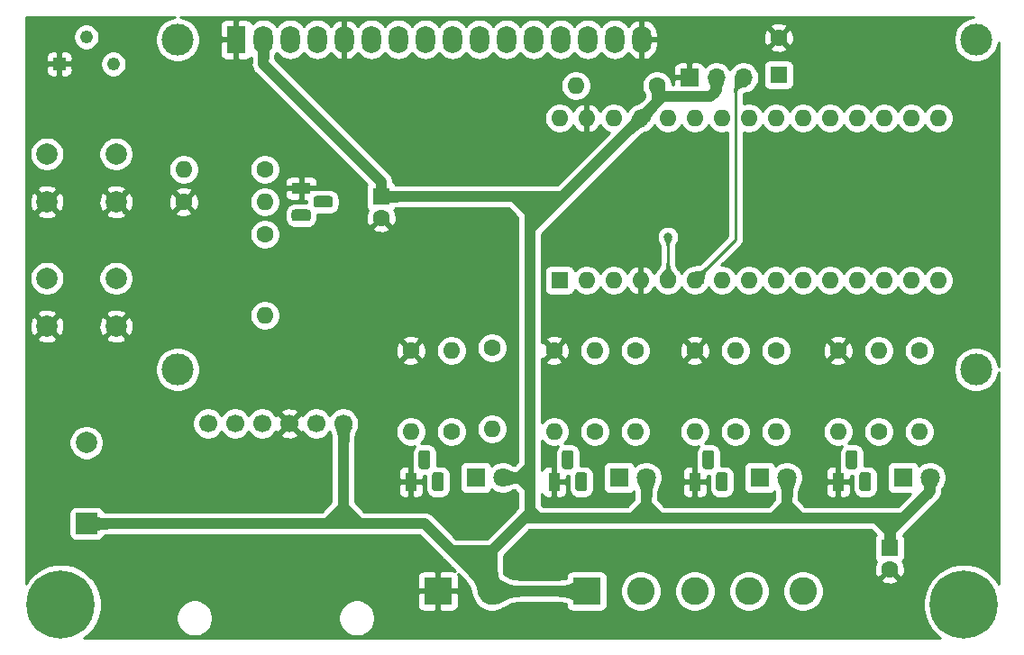
<source format=gbr>
%TF.GenerationSoftware,KiCad,Pcbnew,(5.1.9)-1*%
%TF.CreationDate,2022-04-17T16:33:26-05:00*%
%TF.ProjectId,reflow-oven-nano-shield,7265666c-6f77-42d6-9f76-656e2d6e616e,rev?*%
%TF.SameCoordinates,Original*%
%TF.FileFunction,Copper,L2,Bot*%
%TF.FilePolarity,Positive*%
%FSLAX46Y46*%
G04 Gerber Fmt 4.6, Leading zero omitted, Abs format (unit mm)*
G04 Created by KiCad (PCBNEW (5.1.9)-1) date 2022-04-17 16:33:26*
%MOMM*%
%LPD*%
G01*
G04 APERTURE LIST*
%TA.AperFunction,ComponentPad*%
%ADD10R,1.100000X1.800000*%
%TD*%
%TA.AperFunction,ComponentPad*%
%ADD11R,1.800000X1.100000*%
%TD*%
%TA.AperFunction,ComponentPad*%
%ADD12C,1.600000*%
%TD*%
%TA.AperFunction,ComponentPad*%
%ADD13R,1.600000X1.600000*%
%TD*%
%TA.AperFunction,ComponentPad*%
%ADD14C,1.700000*%
%TD*%
%TA.AperFunction,ComponentPad*%
%ADD15C,0.800000*%
%TD*%
%TA.AperFunction,ComponentPad*%
%ADD16C,6.400000*%
%TD*%
%TA.AperFunction,ComponentPad*%
%ADD17C,2.000000*%
%TD*%
%TA.AperFunction,ComponentPad*%
%ADD18R,2.000000X2.000000*%
%TD*%
%TA.AperFunction,ComponentPad*%
%ADD19R,1.222000X1.222000*%
%TD*%
%TA.AperFunction,ComponentPad*%
%ADD20C,1.222000*%
%TD*%
%TA.AperFunction,ComponentPad*%
%ADD21O,1.600000X1.600000*%
%TD*%
%TA.AperFunction,ComponentPad*%
%ADD22O,1.700000X1.700000*%
%TD*%
%TA.AperFunction,ComponentPad*%
%ADD23R,1.700000X1.700000*%
%TD*%
%TA.AperFunction,ComponentPad*%
%ADD24C,2.600000*%
%TD*%
%TA.AperFunction,ComponentPad*%
%ADD25R,2.600000X2.600000*%
%TD*%
%TA.AperFunction,ComponentPad*%
%ADD26C,3.000000*%
%TD*%
%TA.AperFunction,ComponentPad*%
%ADD27O,1.800000X2.600000*%
%TD*%
%TA.AperFunction,ComponentPad*%
%ADD28R,1.800000X2.600000*%
%TD*%
%TA.AperFunction,ComponentPad*%
%ADD29C,1.800000*%
%TD*%
%TA.AperFunction,ComponentPad*%
%ADD30R,1.800000X1.800000*%
%TD*%
%TA.AperFunction,ViaPad*%
%ADD31C,0.800000*%
%TD*%
%TA.AperFunction,Conductor*%
%ADD32C,1.000000*%
%TD*%
%TA.AperFunction,Conductor*%
%ADD33C,0.250000*%
%TD*%
%TA.AperFunction,Conductor*%
%ADD34C,0.254000*%
%TD*%
%TA.AperFunction,Conductor*%
%ADD35C,0.100000*%
%TD*%
%TA.AperFunction,Conductor*%
%ADD36C,0.025400*%
%TD*%
G04 APERTURE END LIST*
D10*
%TO.P,Q5,1*%
%TO.N,GND*%
X165862000Y-87522000D03*
%TO.P,Q5,3*%
%TO.N,/OUT7*%
%TA.AperFunction,ComponentPad*%
G36*
G01*
X167852000Y-88147000D02*
X167852000Y-86897000D01*
G75*
G02*
X168127000Y-86622000I275000J0D01*
G01*
X168677000Y-86622000D01*
G75*
G02*
X168952000Y-86897000I0J-275000D01*
G01*
X168952000Y-88147000D01*
G75*
G02*
X168677000Y-88422000I-275000J0D01*
G01*
X168127000Y-88422000D01*
G75*
G02*
X167852000Y-88147000I0J275000D01*
G01*
G37*
%TD.AperFunction*%
%TO.P,Q5,2*%
%TO.N,Net-(Q5-Pad2)*%
%TA.AperFunction,ComponentPad*%
G36*
G01*
X166582000Y-86077000D02*
X166582000Y-84827000D01*
G75*
G02*
X166857000Y-84552000I275000J0D01*
G01*
X167407000Y-84552000D01*
G75*
G02*
X167682000Y-84827000I0J-275000D01*
G01*
X167682000Y-86077000D01*
G75*
G02*
X167407000Y-86352000I-275000J0D01*
G01*
X166857000Y-86352000D01*
G75*
G02*
X166582000Y-86077000I0J275000D01*
G01*
G37*
%TD.AperFunction*%
%TD*%
%TO.P,Q4,1*%
%TO.N,GND*%
X152400000Y-87522000D03*
%TO.P,Q4,3*%
%TO.N,/OUT6*%
%TA.AperFunction,ComponentPad*%
G36*
G01*
X154390000Y-88147000D02*
X154390000Y-86897000D01*
G75*
G02*
X154665000Y-86622000I275000J0D01*
G01*
X155215000Y-86622000D01*
G75*
G02*
X155490000Y-86897000I0J-275000D01*
G01*
X155490000Y-88147000D01*
G75*
G02*
X155215000Y-88422000I-275000J0D01*
G01*
X154665000Y-88422000D01*
G75*
G02*
X154390000Y-88147000I0J275000D01*
G01*
G37*
%TD.AperFunction*%
%TO.P,Q4,2*%
%TO.N,Net-(Q4-Pad2)*%
%TA.AperFunction,ComponentPad*%
G36*
G01*
X153120000Y-86077000D02*
X153120000Y-84827000D01*
G75*
G02*
X153395000Y-84552000I275000J0D01*
G01*
X153945000Y-84552000D01*
G75*
G02*
X154220000Y-84827000I0J-275000D01*
G01*
X154220000Y-86077000D01*
G75*
G02*
X153945000Y-86352000I-275000J0D01*
G01*
X153395000Y-86352000D01*
G75*
G02*
X153120000Y-86077000I0J275000D01*
G01*
G37*
%TD.AperFunction*%
%TD*%
D11*
%TO.P,Q3,1*%
%TO.N,GND*%
X115424000Y-59944000D03*
%TO.P,Q3,3*%
%TO.N,Net-(Q3-Pad3)*%
%TA.AperFunction,ComponentPad*%
G36*
G01*
X114799000Y-61934000D02*
X116049000Y-61934000D01*
G75*
G02*
X116324000Y-62209000I0J-275000D01*
G01*
X116324000Y-62759000D01*
G75*
G02*
X116049000Y-63034000I-275000J0D01*
G01*
X114799000Y-63034000D01*
G75*
G02*
X114524000Y-62759000I0J275000D01*
G01*
X114524000Y-62209000D01*
G75*
G02*
X114799000Y-61934000I275000J0D01*
G01*
G37*
%TD.AperFunction*%
%TO.P,Q3,2*%
%TO.N,Net-(Q3-Pad2)*%
%TA.AperFunction,ComponentPad*%
G36*
G01*
X116869000Y-60664000D02*
X118119000Y-60664000D01*
G75*
G02*
X118394000Y-60939000I0J-275000D01*
G01*
X118394000Y-61489000D01*
G75*
G02*
X118119000Y-61764000I-275000J0D01*
G01*
X116869000Y-61764000D01*
G75*
G02*
X116594000Y-61489000I0J275000D01*
G01*
X116594000Y-60939000D01*
G75*
G02*
X116869000Y-60664000I275000J0D01*
G01*
G37*
%TD.AperFunction*%
%TD*%
D10*
%TO.P,Q2,1*%
%TO.N,GND*%
X139192000Y-87522000D03*
%TO.P,Q2,3*%
%TO.N,/OUT5*%
%TA.AperFunction,ComponentPad*%
G36*
G01*
X141182000Y-88147000D02*
X141182000Y-86897000D01*
G75*
G02*
X141457000Y-86622000I275000J0D01*
G01*
X142007000Y-86622000D01*
G75*
G02*
X142282000Y-86897000I0J-275000D01*
G01*
X142282000Y-88147000D01*
G75*
G02*
X142007000Y-88422000I-275000J0D01*
G01*
X141457000Y-88422000D01*
G75*
G02*
X141182000Y-88147000I0J275000D01*
G01*
G37*
%TD.AperFunction*%
%TO.P,Q2,2*%
%TO.N,Net-(Q2-Pad2)*%
%TA.AperFunction,ComponentPad*%
G36*
G01*
X139912000Y-86077000D02*
X139912000Y-84827000D01*
G75*
G02*
X140187000Y-84552000I275000J0D01*
G01*
X140737000Y-84552000D01*
G75*
G02*
X141012000Y-84827000I0J-275000D01*
G01*
X141012000Y-86077000D01*
G75*
G02*
X140737000Y-86352000I-275000J0D01*
G01*
X140187000Y-86352000D01*
G75*
G02*
X139912000Y-86077000I0J275000D01*
G01*
G37*
%TD.AperFunction*%
%TD*%
%TO.P,Q1,1*%
%TO.N,GND*%
X125730000Y-87522000D03*
%TO.P,Q1,3*%
%TO.N,/OUT4*%
%TA.AperFunction,ComponentPad*%
G36*
G01*
X127720000Y-88147000D02*
X127720000Y-86897000D01*
G75*
G02*
X127995000Y-86622000I275000J0D01*
G01*
X128545000Y-86622000D01*
G75*
G02*
X128820000Y-86897000I0J-275000D01*
G01*
X128820000Y-88147000D01*
G75*
G02*
X128545000Y-88422000I-275000J0D01*
G01*
X127995000Y-88422000D01*
G75*
G02*
X127720000Y-88147000I0J275000D01*
G01*
G37*
%TD.AperFunction*%
%TO.P,Q1,2*%
%TO.N,Net-(Q1-Pad2)*%
%TA.AperFunction,ComponentPad*%
G36*
G01*
X126450000Y-86077000D02*
X126450000Y-84827000D01*
G75*
G02*
X126725000Y-84552000I275000J0D01*
G01*
X127275000Y-84552000D01*
G75*
G02*
X127550000Y-84827000I0J-275000D01*
G01*
X127550000Y-86077000D01*
G75*
G02*
X127275000Y-86352000I-275000J0D01*
G01*
X126725000Y-86352000D01*
G75*
G02*
X126450000Y-86077000I0J275000D01*
G01*
G37*
%TD.AperFunction*%
%TD*%
D12*
%TO.P,C1,2*%
%TO.N,GND*%
X160274000Y-45776000D03*
D13*
%TO.P,C1,1*%
%TO.N,+5V*%
X160274000Y-49276000D03*
%TD*%
D14*
%TO.P,A2,CLK*%
%TO.N,/D10_CLK*%
X106680000Y-82042000D03*
%TO.P,A2,CS*%
%TO.N,/D9_CS*%
X109220000Y-82042000D03*
%TO.P,A2,DO*%
%TO.N,/D8_MISO*%
X111760000Y-82042000D03*
%TO.P,A2,GND*%
%TO.N,GND*%
X114300000Y-82042000D03*
%TO.P,A2,3.3V*%
%TO.N,Net-(A2-Pad3.3V)*%
X116840000Y-82042000D03*
%TO.P,A2,VIN*%
%TO.N,+5V*%
X119380000Y-82042000D03*
%TD*%
D12*
%TO.P,C3,2*%
%TO.N,GND*%
X170688000Y-95726000D03*
D13*
%TO.P,C3,1*%
%TO.N,+5V*%
X170688000Y-93726000D03*
%TD*%
D15*
%TO.P,H2,1*%
%TO.N,N/C*%
X179357056Y-97362944D03*
X177660000Y-96660000D03*
X175962944Y-97362944D03*
X175260000Y-99060000D03*
X175962944Y-100757056D03*
X177660000Y-101460000D03*
X179357056Y-100757056D03*
X180060000Y-99060000D03*
D16*
X177660000Y-99060000D03*
%TD*%
D15*
%TO.P,H1,1*%
%TO.N,N/C*%
X94547056Y-97362944D03*
X92850000Y-96660000D03*
X91152944Y-97362944D03*
X90450000Y-99060000D03*
X91152944Y-100757056D03*
X92850000Y-101460000D03*
X94547056Y-100757056D03*
X95250000Y-99060000D03*
D16*
X92850000Y-99060000D03*
%TD*%
D17*
%TO.P,BZ1,2*%
%TO.N,Net-(BZ1-Pad2)*%
X95250000Y-83840000D03*
D18*
%TO.P,BZ1,1*%
%TO.N,+5V*%
X95250000Y-91440000D03*
%TD*%
D17*
%TO.P,SW2,1*%
%TO.N,/D2_BOTTOM_BUTTON*%
X98044000Y-68398000D03*
%TO.P,SW2,2*%
%TO.N,GND*%
X98044000Y-72898000D03*
%TO.P,SW2,1*%
%TO.N,/D2_BOTTOM_BUTTON*%
X91544000Y-68398000D03*
%TO.P,SW2,2*%
%TO.N,GND*%
X91544000Y-72898000D03*
%TD*%
%TO.P,SW1,1*%
%TO.N,/D11_TOP_BUTTON*%
X98041600Y-56714000D03*
%TO.P,SW1,2*%
%TO.N,GND*%
X98041600Y-61214000D03*
%TO.P,SW1,1*%
%TO.N,/D11_TOP_BUTTON*%
X91541600Y-56714000D03*
%TO.P,SW1,2*%
%TO.N,GND*%
X91541600Y-61214000D03*
%TD*%
D19*
%TO.P,RV1,1*%
%TO.N,GND*%
X92710000Y-48260000D03*
D20*
%TO.P,RV1,2*%
%TO.N,Net-(DS1-Pad3)*%
X95250000Y-45720000D03*
%TO.P,RV1,3*%
%TO.N,+5V*%
X97790000Y-48260000D03*
%TD*%
D21*
%TO.P,R16,2*%
%TO.N,Net-(D4-Pad1)*%
X173482000Y-82804000D03*
D12*
%TO.P,R16,1*%
%TO.N,/OUT7*%
X173482000Y-75184000D03*
%TD*%
D21*
%TO.P,R15,2*%
%TO.N,Net-(D3-Pad1)*%
X160020000Y-82804000D03*
D12*
%TO.P,R15,1*%
%TO.N,/OUT6*%
X160020000Y-75184000D03*
%TD*%
D21*
%TO.P,R14,2*%
%TO.N,Net-(Q5-Pad2)*%
X165862000Y-82804000D03*
D12*
%TO.P,R14,1*%
%TO.N,GND*%
X165862000Y-75184000D03*
%TD*%
D21*
%TO.P,R13,2*%
%TO.N,Net-(Q4-Pad2)*%
X152400000Y-82804000D03*
D12*
%TO.P,R13,1*%
%TO.N,GND*%
X152400000Y-75184000D03*
%TD*%
D21*
%TO.P,R12,2*%
%TO.N,/D7_OUT7*%
X169672000Y-75184000D03*
D12*
%TO.P,R12,1*%
%TO.N,Net-(Q5-Pad2)*%
X169672000Y-82804000D03*
%TD*%
D21*
%TO.P,R11,2*%
%TO.N,/D6_OUT6*%
X156210000Y-75184000D03*
D12*
%TO.P,R11,1*%
%TO.N,Net-(Q4-Pad2)*%
X156210000Y-82804000D03*
%TD*%
D21*
%TO.P,R10,2*%
%TO.N,Net-(BZ1-Pad2)*%
X112014000Y-71882000D03*
D12*
%TO.P,R10,1*%
%TO.N,Net-(Q3-Pad3)*%
X112014000Y-64262000D03*
%TD*%
D21*
%TO.P,R9,2*%
%TO.N,Net-(Q3-Pad2)*%
X112014000Y-61214000D03*
D12*
%TO.P,R9,1*%
%TO.N,GND*%
X104394000Y-61214000D03*
%TD*%
D21*
%TO.P,R8,2*%
%TO.N,/D13_BUZZER*%
X104394000Y-58166000D03*
D12*
%TO.P,R8,1*%
%TO.N,Net-(Q3-Pad2)*%
X112014000Y-58166000D03*
%TD*%
D21*
%TO.P,R7,2*%
%TO.N,Net-(D2-Pad1)*%
X146812000Y-82804000D03*
D12*
%TO.P,R7,1*%
%TO.N,/OUT5*%
X146812000Y-75184000D03*
%TD*%
D21*
%TO.P,R6,2*%
%TO.N,Net-(D1-Pad1)*%
X133350000Y-82550000D03*
D12*
%TO.P,R6,1*%
%TO.N,/OUT4*%
X133350000Y-74930000D03*
%TD*%
D21*
%TO.P,R5,2*%
%TO.N,Net-(Q2-Pad2)*%
X139192000Y-82804000D03*
D12*
%TO.P,R5,1*%
%TO.N,GND*%
X139192000Y-75184000D03*
%TD*%
D21*
%TO.P,R4,2*%
%TO.N,Net-(Q1-Pad2)*%
X125730000Y-82804000D03*
D12*
%TO.P,R4,1*%
%TO.N,GND*%
X125730000Y-75184000D03*
%TD*%
D21*
%TO.P,R3,2*%
%TO.N,/D5_OUT5*%
X143002000Y-75184000D03*
D12*
%TO.P,R3,1*%
%TO.N,Net-(Q2-Pad2)*%
X143002000Y-82804000D03*
%TD*%
D21*
%TO.P,R2,2*%
%TO.N,/D4_OUT4*%
X129540000Y-75184000D03*
D12*
%TO.P,R2,1*%
%TO.N,Net-(Q1-Pad2)*%
X129540000Y-82804000D03*
%TD*%
D21*
%TO.P,R1,2*%
%TO.N,Net-(DS1-Pad15)*%
X141224000Y-50292000D03*
D12*
%TO.P,R1,1*%
%TO.N,+5V*%
X148844000Y-50292000D03*
%TD*%
D22*
%TO.P,J3,3*%
%TO.N,/D3_SERVO*%
X156972000Y-49530000D03*
%TO.P,J3,2*%
%TO.N,+5V*%
X154432000Y-49530000D03*
D23*
%TO.P,J3,1*%
%TO.N,GND*%
X151892000Y-49530000D03*
%TD*%
D24*
%TO.P,J2,5*%
%TO.N,/OUT7*%
X162560000Y-97790000D03*
%TO.P,J2,4*%
%TO.N,/OUT6*%
X157480000Y-97790000D03*
%TO.P,J2,3*%
%TO.N,/OUT5*%
X152400000Y-97790000D03*
%TO.P,J2,2*%
%TO.N,/OUT4*%
X147320000Y-97790000D03*
D25*
%TO.P,J2,1*%
%TO.N,+5V*%
X142240000Y-97790000D03*
%TD*%
D24*
%TO.P,J1,2*%
%TO.N,+5V*%
X133350000Y-97790000D03*
D25*
%TO.P,J1,1*%
%TO.N,GND*%
X128270000Y-97790000D03*
%TD*%
D26*
%TO.P,DS1,*%
%TO.N,*%
X178820000Y-45965000D03*
X178819480Y-76965700D03*
X103820900Y-76965700D03*
X103820900Y-45965000D03*
D27*
%TO.P,DS1,16*%
%TO.N,GND*%
X147420000Y-45965000D03*
%TO.P,DS1,15*%
%TO.N,Net-(DS1-Pad15)*%
X144880000Y-45965000D03*
%TO.P,DS1,14*%
%TO.N,/A5_DATA3*%
X142340000Y-45965000D03*
%TO.P,DS1,13*%
%TO.N,/A4_DATA2*%
X139800000Y-45965000D03*
%TO.P,DS1,12*%
%TO.N,/A3_DATA1*%
X137260000Y-45965000D03*
%TO.P,DS1,11*%
%TO.N,/A2_DATA0*%
X134720000Y-45965000D03*
%TO.P,DS1,10*%
%TO.N,Net-(DS1-Pad10)*%
X132180000Y-45965000D03*
%TO.P,DS1,9*%
%TO.N,Net-(DS1-Pad9)*%
X129640000Y-45965000D03*
%TO.P,DS1,8*%
%TO.N,Net-(DS1-Pad8)*%
X127100000Y-45965000D03*
%TO.P,DS1,7*%
%TO.N,Net-(DS1-Pad7)*%
X124560000Y-45965000D03*
%TO.P,DS1,6*%
%TO.N,/A1_ENABLE*%
X122020000Y-45965000D03*
%TO.P,DS1,5*%
%TO.N,GND*%
X119480000Y-45965000D03*
%TO.P,DS1,4*%
%TO.N,/A0_RS*%
X116940000Y-45965000D03*
%TO.P,DS1,3*%
%TO.N,Net-(DS1-Pad3)*%
X114400000Y-45965000D03*
%TO.P,DS1,2*%
%TO.N,+5V*%
X111860000Y-45965000D03*
D28*
%TO.P,DS1,1*%
%TO.N,GND*%
X109320000Y-45965000D03*
%TD*%
D29*
%TO.P,D4,2*%
%TO.N,+5V*%
X174498000Y-87122000D03*
D30*
%TO.P,D4,1*%
%TO.N,Net-(D4-Pad1)*%
X171958000Y-87122000D03*
%TD*%
D29*
%TO.P,D3,2*%
%TO.N,+5V*%
X161036000Y-87122000D03*
D30*
%TO.P,D3,1*%
%TO.N,Net-(D3-Pad1)*%
X158496000Y-87122000D03*
%TD*%
D29*
%TO.P,D2,2*%
%TO.N,+5V*%
X147828000Y-87122000D03*
D30*
%TO.P,D2,1*%
%TO.N,Net-(D2-Pad1)*%
X145288000Y-87122000D03*
%TD*%
D29*
%TO.P,D1,2*%
%TO.N,+5V*%
X134366000Y-87122000D03*
D30*
%TO.P,D1,1*%
%TO.N,Net-(D1-Pad1)*%
X131826000Y-87122000D03*
%TD*%
D12*
%TO.P,C2,2*%
%TO.N,GND*%
X122936000Y-62706000D03*
D13*
%TO.P,C2,1*%
%TO.N,+5V*%
X122936000Y-60706000D03*
%TD*%
D21*
%TO.P,A1,16*%
%TO.N,/D13_BUZZER*%
X175260000Y-53340000D03*
%TO.P,A1,15*%
%TO.N,Net-(A1-Pad15)*%
X175260000Y-68580000D03*
%TO.P,A1,30*%
%TO.N,Net-(A1-Pad30)*%
X139700000Y-53340000D03*
%TO.P,A1,14*%
%TO.N,/D11_TOP_BUTTON*%
X172720000Y-68580000D03*
%TO.P,A1,29*%
%TO.N,GND*%
X142240000Y-53340000D03*
%TO.P,A1,13*%
%TO.N,/D10_CLK*%
X170180000Y-68580000D03*
%TO.P,A1,28*%
%TO.N,Net-(A1-Pad28)*%
X144780000Y-53340000D03*
%TO.P,A1,12*%
%TO.N,/D9_CS*%
X167640000Y-68580000D03*
%TO.P,A1,27*%
%TO.N,+5V*%
X147320000Y-53340000D03*
%TO.P,A1,11*%
%TO.N,/D8_MISO*%
X165100000Y-68580000D03*
%TO.P,A1,26*%
%TO.N,Net-(A1-Pad26)*%
X149860000Y-53340000D03*
%TO.P,A1,10*%
%TO.N,/D7_OUT7*%
X162560000Y-68580000D03*
%TO.P,A1,25*%
%TO.N,Net-(A1-Pad25)*%
X152400000Y-53340000D03*
%TO.P,A1,9*%
%TO.N,/D6_OUT6*%
X160020000Y-68580000D03*
%TO.P,A1,24*%
%TO.N,/A5_DATA3*%
X154940000Y-53340000D03*
%TO.P,A1,8*%
%TO.N,/D5_OUT5*%
X157480000Y-68580000D03*
%TO.P,A1,23*%
%TO.N,/A4_DATA2*%
X157480000Y-53340000D03*
%TO.P,A1,7*%
%TO.N,/D4_OUT4*%
X154940000Y-68580000D03*
%TO.P,A1,22*%
%TO.N,/A3_DATA1*%
X160020000Y-53340000D03*
%TO.P,A1,6*%
%TO.N,/D3_SERVO*%
X152400000Y-68580000D03*
%TO.P,A1,21*%
%TO.N,/A2_DATA0*%
X162560000Y-53340000D03*
%TO.P,A1,5*%
%TO.N,/D2_BOTTOM_BUTTON*%
X149860000Y-68580000D03*
%TO.P,A1,20*%
%TO.N,/A1_ENABLE*%
X165100000Y-53340000D03*
%TO.P,A1,4*%
%TO.N,GND*%
X147320000Y-68580000D03*
%TO.P,A1,19*%
%TO.N,/A0_RS*%
X167640000Y-53340000D03*
%TO.P,A1,3*%
%TO.N,Net-(A1-Pad3)*%
X144780000Y-68580000D03*
%TO.P,A1,18*%
%TO.N,Net-(A1-Pad18)*%
X170180000Y-53340000D03*
%TO.P,A1,2*%
%TO.N,Net-(A1-Pad2)*%
X142240000Y-68580000D03*
%TO.P,A1,17*%
%TO.N,Net-(A1-Pad17)*%
X172720000Y-53340000D03*
D13*
%TO.P,A1,1*%
%TO.N,Net-(A1-Pad1)*%
X139700000Y-68580000D03*
%TD*%
D31*
%TO.N,/D2_BOTTOM_BUTTON*%
X149860000Y-64516000D03*
%TD*%
D32*
%TO.N,+5V*%
X142240000Y-97790000D02*
X133350000Y-97790000D01*
X174498000Y-88394792D02*
X174498000Y-87122000D01*
X171960792Y-90932000D02*
X174498000Y-88394792D01*
X119380000Y-89916000D02*
X120904000Y-91440000D01*
X119380000Y-82042000D02*
X119380000Y-89916000D01*
X127000000Y-91440000D02*
X120904000Y-91440000D01*
X136398000Y-90932000D02*
X136906000Y-90424000D01*
X138684000Y-90932000D02*
X137668000Y-90932000D01*
X136906000Y-90170000D02*
X136906000Y-88138000D01*
X136906000Y-90424000D02*
X136906000Y-90170000D01*
X136398000Y-90932000D02*
X138684000Y-90932000D01*
X137668000Y-90932000D02*
X136906000Y-90170000D01*
X138684000Y-90932000D02*
X145290792Y-90932000D01*
X133350000Y-93980000D02*
X135636000Y-91694000D01*
X135636000Y-91694000D02*
X136398000Y-90932000D01*
X160782000Y-90932000D02*
X160274000Y-90932000D01*
X160782000Y-90932000D02*
X161290000Y-90932000D01*
X129540000Y-93980000D02*
X129413000Y-93853000D01*
X133350000Y-93980000D02*
X129540000Y-93980000D01*
X129413000Y-93853000D02*
X127000000Y-91440000D01*
X132842000Y-94742000D02*
X133350000Y-95250000D01*
X133350000Y-95250000D02*
X133350000Y-93980000D01*
X130302000Y-94742000D02*
X129413000Y-93853000D01*
X133350000Y-96012000D02*
X132588000Y-96012000D01*
X133350000Y-97790000D02*
X133350000Y-96012000D01*
X133350000Y-96012000D02*
X133350000Y-95250000D01*
X132588000Y-96012000D02*
X132080000Y-95504000D01*
X131318000Y-95504000D02*
X131191000Y-95631000D01*
X131191000Y-95631000D02*
X130302000Y-94742000D01*
X132080000Y-95504000D02*
X131318000Y-95504000D01*
X133350000Y-97790000D02*
X131191000Y-95631000D01*
X132842000Y-94742000D02*
X132080000Y-95504000D01*
X119380000Y-89916000D02*
X117856000Y-91440000D01*
X117856000Y-91440000D02*
X95250000Y-91440000D01*
X119380000Y-90932000D02*
X119888000Y-91440000D01*
X119380000Y-89916000D02*
X119380000Y-90932000D01*
X119888000Y-91440000D02*
X117856000Y-91440000D01*
X120904000Y-91440000D02*
X119888000Y-91440000D01*
X149860000Y-90932000D02*
X158498792Y-90932000D01*
X111860000Y-45965000D02*
X111860000Y-46836000D01*
X170688000Y-92204792D02*
X171960792Y-90932000D01*
X170688000Y-93726000D02*
X170688000Y-92204792D01*
X170688000Y-92202000D02*
X169418000Y-90932000D01*
X170688000Y-92204792D02*
X170688000Y-92202000D01*
X163068000Y-90932000D02*
X169418000Y-90932000D01*
X170688000Y-91186000D02*
X170942000Y-90932000D01*
X170942000Y-90932000D02*
X171960792Y-90932000D01*
X170688000Y-92202000D02*
X170688000Y-91186000D01*
X169418000Y-90932000D02*
X170942000Y-90932000D01*
X135890000Y-87122000D02*
X136906000Y-86106000D01*
X134366000Y-87122000D02*
X135890000Y-87122000D01*
X136906000Y-88138000D02*
X136906000Y-86106000D01*
X134366000Y-87122000D02*
X135382000Y-87122000D01*
X135890000Y-87122000D02*
X136906000Y-88138000D01*
X147828000Y-89662000D02*
X149098000Y-90932000D01*
X147828000Y-87122000D02*
X147828000Y-89662000D01*
X149098000Y-90932000D02*
X149860000Y-90932000D01*
X148336000Y-90932000D02*
X149098000Y-90932000D01*
X147828000Y-89662000D02*
X146558000Y-90932000D01*
X145290792Y-90932000D02*
X146558000Y-90932000D01*
X147828000Y-90678000D02*
X148082000Y-90932000D01*
X147828000Y-89662000D02*
X147828000Y-90678000D01*
X148082000Y-90932000D02*
X148336000Y-90932000D01*
X146558000Y-90932000D02*
X148082000Y-90932000D01*
X161036000Y-87122000D02*
X161036000Y-89662000D01*
X159766000Y-90932000D02*
X160782000Y-90932000D01*
X158498792Y-90932000D02*
X159766000Y-90932000D01*
X161036000Y-89662000D02*
X162306000Y-90932000D01*
X162306000Y-90932000D02*
X163068000Y-90932000D01*
X161290000Y-90932000D02*
X162306000Y-90932000D01*
X161290000Y-90932000D02*
X160528000Y-90170000D01*
X160528000Y-90170000D02*
X159766000Y-90932000D01*
X161036000Y-89662000D02*
X160528000Y-90170000D01*
X132080000Y-94742000D02*
X133350000Y-96012000D01*
X131826000Y-94742000D02*
X132080000Y-94742000D01*
X130302000Y-94742000D02*
X131826000Y-94742000D01*
X131826000Y-94742000D02*
X132842000Y-94742000D01*
X133350000Y-96774000D02*
X132588000Y-96012000D01*
X133350000Y-97790000D02*
X133350000Y-96774000D01*
X147320000Y-53340000D02*
X148844000Y-51816000D01*
X154432000Y-50732081D02*
X153856081Y-51308000D01*
X154432000Y-49530000D02*
X154432000Y-50732081D01*
X148844000Y-51308000D02*
X148844000Y-50038000D01*
X148844000Y-51816000D02*
X148844000Y-51308000D01*
X148844000Y-50800000D02*
X149352000Y-51308000D01*
X148844000Y-50038000D02*
X148844000Y-50800000D01*
X149352000Y-51308000D02*
X148844000Y-51308000D01*
X153856081Y-51308000D02*
X149352000Y-51308000D01*
X148844000Y-51816000D02*
X149352000Y-51308000D01*
X122936000Y-59341000D02*
X122936000Y-60706000D01*
X111860000Y-48265000D02*
X122936000Y-59341000D01*
X111860000Y-45965000D02*
X111860000Y-48265000D01*
X147320000Y-53340000D02*
X139954000Y-60706000D01*
X136906000Y-86106000D02*
X136906000Y-63754000D01*
X135382000Y-60706000D02*
X122936000Y-60706000D01*
X138938000Y-61722000D02*
X139954000Y-60706000D01*
X136906000Y-62230000D02*
X136398000Y-61722000D01*
X136398000Y-61722000D02*
X135382000Y-60706000D01*
X136906000Y-60706000D02*
X136906000Y-62992000D01*
X136906000Y-62992000D02*
X136906000Y-62230000D01*
X136906000Y-63754000D02*
X136906000Y-62992000D01*
X139954000Y-60706000D02*
X136906000Y-60706000D01*
X136906000Y-60706000D02*
X135382000Y-60706000D01*
X137668000Y-62992000D02*
X137668000Y-61722000D01*
X136398000Y-61722000D02*
X137668000Y-61722000D01*
X137668000Y-61722000D02*
X138938000Y-61722000D01*
X136906000Y-63754000D02*
X137668000Y-62992000D01*
X137668000Y-62992000D02*
X138938000Y-61722000D01*
X138684000Y-60706000D02*
X137668000Y-61722000D01*
X139954000Y-60706000D02*
X138684000Y-60706000D01*
X136906000Y-60960000D02*
X137668000Y-61722000D01*
X136906000Y-60706000D02*
X136906000Y-60960000D01*
D33*
%TO.N,/D3_SERVO*%
X156210000Y-64770000D02*
X152400000Y-68580000D01*
X156210000Y-50292000D02*
X156210000Y-64770000D01*
X156972000Y-49530000D02*
X156210000Y-50292000D01*
%TO.N,/D2_BOTTOM_BUTTON*%
X149860000Y-68580000D02*
X149860000Y-64516000D01*
%TD*%
D34*
%TO.N,GND*%
X103198144Y-43912047D02*
X102809598Y-44072988D01*
X102459917Y-44306637D01*
X102162537Y-44604017D01*
X101928888Y-44953698D01*
X101767947Y-45342244D01*
X101685900Y-45754721D01*
X101685900Y-46175279D01*
X101767947Y-46587756D01*
X101928888Y-46976302D01*
X102162537Y-47325983D01*
X102459917Y-47623363D01*
X102809598Y-47857012D01*
X103198144Y-48017953D01*
X103610621Y-48100000D01*
X104031179Y-48100000D01*
X104443656Y-48017953D01*
X104832202Y-47857012D01*
X105181883Y-47623363D01*
X105479263Y-47325983D01*
X105520010Y-47265000D01*
X107781928Y-47265000D01*
X107794188Y-47389482D01*
X107830498Y-47509180D01*
X107889463Y-47619494D01*
X107968815Y-47716185D01*
X108065506Y-47795537D01*
X108175820Y-47854502D01*
X108295518Y-47890812D01*
X108420000Y-47903072D01*
X109034250Y-47900000D01*
X109193000Y-47741250D01*
X109193000Y-46092000D01*
X107943750Y-46092000D01*
X107785000Y-46250750D01*
X107781928Y-47265000D01*
X105520010Y-47265000D01*
X105712912Y-46976302D01*
X105873853Y-46587756D01*
X105955900Y-46175279D01*
X105955900Y-45754721D01*
X105873853Y-45342244D01*
X105712912Y-44953698D01*
X105520011Y-44665000D01*
X107781928Y-44665000D01*
X107785000Y-45679250D01*
X107943750Y-45838000D01*
X109193000Y-45838000D01*
X109193000Y-44188750D01*
X109034250Y-44030000D01*
X108420000Y-44026928D01*
X108295518Y-44039188D01*
X108175820Y-44075498D01*
X108065506Y-44134463D01*
X107968815Y-44213815D01*
X107889463Y-44310506D01*
X107830498Y-44420820D01*
X107794188Y-44540518D01*
X107781928Y-44665000D01*
X105520011Y-44665000D01*
X105479263Y-44604017D01*
X105181883Y-44306637D01*
X104832202Y-44072988D01*
X104443656Y-43912047D01*
X104081452Y-43840000D01*
X178559448Y-43840000D01*
X178197244Y-43912047D01*
X177808698Y-44072988D01*
X177459017Y-44306637D01*
X177161637Y-44604017D01*
X176927988Y-44953698D01*
X176767047Y-45342244D01*
X176685000Y-45754721D01*
X176685000Y-46175279D01*
X176767047Y-46587756D01*
X176927988Y-46976302D01*
X177161637Y-47325983D01*
X177459017Y-47623363D01*
X177808698Y-47857012D01*
X178197244Y-48017953D01*
X178609721Y-48100000D01*
X179030279Y-48100000D01*
X179442756Y-48017953D01*
X179831302Y-47857012D01*
X180180983Y-47623363D01*
X180478363Y-47325983D01*
X180712012Y-46976302D01*
X180872953Y-46587756D01*
X180950001Y-46200411D01*
X180950000Y-76732901D01*
X180872433Y-76342944D01*
X180711492Y-75954398D01*
X180477843Y-75604717D01*
X180180463Y-75307337D01*
X179830782Y-75073688D01*
X179442236Y-74912747D01*
X179029759Y-74830700D01*
X178609201Y-74830700D01*
X178196724Y-74912747D01*
X177808178Y-75073688D01*
X177458497Y-75307337D01*
X177161117Y-75604717D01*
X176927468Y-75954398D01*
X176766527Y-76342944D01*
X176684480Y-76755421D01*
X176684480Y-77175979D01*
X176766527Y-77588456D01*
X176927468Y-77977002D01*
X177161117Y-78326683D01*
X177458497Y-78624063D01*
X177808178Y-78857712D01*
X178196724Y-79018653D01*
X178609201Y-79100700D01*
X179029759Y-79100700D01*
X179442236Y-79018653D01*
X179830782Y-78857712D01*
X180180463Y-78624063D01*
X180477843Y-78326683D01*
X180711492Y-77977002D01*
X180872433Y-77588456D01*
X180950000Y-77198499D01*
X180950000Y-97081015D01*
X180638839Y-96615330D01*
X180104670Y-96081161D01*
X179476554Y-95661467D01*
X178778628Y-95372377D01*
X178037715Y-95225000D01*
X177282285Y-95225000D01*
X176541372Y-95372377D01*
X175843446Y-95661467D01*
X175215330Y-96081161D01*
X174681161Y-96615330D01*
X174261467Y-97243446D01*
X173972377Y-97941372D01*
X173825000Y-98682285D01*
X173825000Y-99437715D01*
X173972377Y-100178628D01*
X174261467Y-100876554D01*
X174681161Y-101504670D01*
X175215330Y-102038839D01*
X175471490Y-102210000D01*
X95038510Y-102210000D01*
X95294670Y-102038839D01*
X95828839Y-101504670D01*
X96248533Y-100876554D01*
X96537623Y-100178628D01*
X96541503Y-100159117D01*
X103675000Y-100159117D01*
X103675000Y-100500883D01*
X103741675Y-100836081D01*
X103872463Y-101151831D01*
X104062337Y-101435998D01*
X104304002Y-101677663D01*
X104588169Y-101867537D01*
X104903919Y-101998325D01*
X105239117Y-102065000D01*
X105580883Y-102065000D01*
X105916081Y-101998325D01*
X106231831Y-101867537D01*
X106515998Y-101677663D01*
X106757663Y-101435998D01*
X106947537Y-101151831D01*
X107078325Y-100836081D01*
X107145000Y-100500883D01*
X107145000Y-100159117D01*
X118915000Y-100159117D01*
X118915000Y-100500883D01*
X118981675Y-100836081D01*
X119112463Y-101151831D01*
X119302337Y-101435998D01*
X119544002Y-101677663D01*
X119828169Y-101867537D01*
X120143919Y-101998325D01*
X120479117Y-102065000D01*
X120820883Y-102065000D01*
X121156081Y-101998325D01*
X121471831Y-101867537D01*
X121755998Y-101677663D01*
X121997663Y-101435998D01*
X122187537Y-101151831D01*
X122318325Y-100836081D01*
X122385000Y-100500883D01*
X122385000Y-100159117D01*
X122318325Y-99823919D01*
X122187537Y-99508169D01*
X121997663Y-99224002D01*
X121863661Y-99090000D01*
X126331928Y-99090000D01*
X126344188Y-99214482D01*
X126380498Y-99334180D01*
X126439463Y-99444494D01*
X126518815Y-99541185D01*
X126615506Y-99620537D01*
X126725820Y-99679502D01*
X126845518Y-99715812D01*
X126970000Y-99728072D01*
X127984250Y-99725000D01*
X128143000Y-99566250D01*
X128143000Y-97917000D01*
X128397000Y-97917000D01*
X128397000Y-99566250D01*
X128555750Y-99725000D01*
X129570000Y-99728072D01*
X129694482Y-99715812D01*
X129814180Y-99679502D01*
X129924494Y-99620537D01*
X130021185Y-99541185D01*
X130100537Y-99444494D01*
X130159502Y-99334180D01*
X130195812Y-99214482D01*
X130208072Y-99090000D01*
X130205000Y-98075750D01*
X130046250Y-97917000D01*
X128397000Y-97917000D01*
X128143000Y-97917000D01*
X126493750Y-97917000D01*
X126335000Y-98075750D01*
X126331928Y-99090000D01*
X121863661Y-99090000D01*
X121755998Y-98982337D01*
X121471831Y-98792463D01*
X121156081Y-98661675D01*
X120820883Y-98595000D01*
X120479117Y-98595000D01*
X120143919Y-98661675D01*
X119828169Y-98792463D01*
X119544002Y-98982337D01*
X119302337Y-99224002D01*
X119112463Y-99508169D01*
X118981675Y-99823919D01*
X118915000Y-100159117D01*
X107145000Y-100159117D01*
X107078325Y-99823919D01*
X106947537Y-99508169D01*
X106757663Y-99224002D01*
X106515998Y-98982337D01*
X106231831Y-98792463D01*
X105916081Y-98661675D01*
X105580883Y-98595000D01*
X105239117Y-98595000D01*
X104903919Y-98661675D01*
X104588169Y-98792463D01*
X104304002Y-98982337D01*
X104062337Y-99224002D01*
X103872463Y-99508169D01*
X103741675Y-99823919D01*
X103675000Y-100159117D01*
X96541503Y-100159117D01*
X96685000Y-99437715D01*
X96685000Y-98682285D01*
X96537623Y-97941372D01*
X96248533Y-97243446D01*
X95828839Y-96615330D01*
X95703509Y-96490000D01*
X126331928Y-96490000D01*
X126335000Y-97504250D01*
X126493750Y-97663000D01*
X128143000Y-97663000D01*
X128143000Y-96013750D01*
X127984250Y-95855000D01*
X126970000Y-95851928D01*
X126845518Y-95864188D01*
X126725820Y-95900498D01*
X126615506Y-95959463D01*
X126518815Y-96038815D01*
X126439463Y-96135506D01*
X126380498Y-96245820D01*
X126344188Y-96365518D01*
X126331928Y-96490000D01*
X95703509Y-96490000D01*
X95294670Y-96081161D01*
X94666554Y-95661467D01*
X93968628Y-95372377D01*
X93227715Y-95225000D01*
X92472285Y-95225000D01*
X91731372Y-95372377D01*
X91033446Y-95661467D01*
X90405330Y-96081161D01*
X89871161Y-96615330D01*
X89560000Y-97081015D01*
X89560000Y-90440000D01*
X93611928Y-90440000D01*
X93611928Y-92440000D01*
X93624188Y-92564482D01*
X93660498Y-92684180D01*
X93719463Y-92794494D01*
X93798815Y-92891185D01*
X93895506Y-92970537D01*
X94005820Y-93029502D01*
X94125518Y-93065812D01*
X94250000Y-93078072D01*
X96250000Y-93078072D01*
X96374482Y-93065812D01*
X96494180Y-93029502D01*
X96604494Y-92970537D01*
X96701185Y-92891185D01*
X96780537Y-92794494D01*
X96839502Y-92684180D01*
X96868386Y-92588961D01*
X96879801Y-92587670D01*
X97040685Y-92578344D01*
X97245185Y-92575000D01*
X117800249Y-92575000D01*
X117856000Y-92580491D01*
X117911751Y-92575000D01*
X119832257Y-92575000D01*
X119887999Y-92580490D01*
X119943741Y-92575000D01*
X120848257Y-92575000D01*
X120903999Y-92580490D01*
X120959741Y-92575000D01*
X126529869Y-92575000D01*
X128649856Y-94694988D01*
X128649861Y-94694992D01*
X128698005Y-94743136D01*
X128733551Y-94786449D01*
X128776864Y-94821995D01*
X129460008Y-95505140D01*
X129495551Y-95548449D01*
X129538864Y-95583995D01*
X129902662Y-95947793D01*
X129814180Y-95900498D01*
X129694482Y-95864188D01*
X129570000Y-95851928D01*
X128555750Y-95855000D01*
X128397000Y-96013750D01*
X128397000Y-97663000D01*
X130046250Y-97663000D01*
X130205000Y-97504250D01*
X130208072Y-96490000D01*
X130195812Y-96365518D01*
X130159502Y-96245820D01*
X130112207Y-96157339D01*
X130349019Y-96394150D01*
X130384552Y-96437448D01*
X130427849Y-96472981D01*
X130427856Y-96472988D01*
X130427861Y-96472992D01*
X130709709Y-96754840D01*
X130890661Y-96946251D01*
X131018601Y-97101629D01*
X131109167Y-97232695D01*
X131174322Y-97349214D01*
X131225602Y-97465205D01*
X131271705Y-97595847D01*
X131318679Y-97752836D01*
X131371056Y-97939074D01*
X131372982Y-97945779D01*
X131435014Y-98157399D01*
X131440709Y-98175791D01*
X131474307Y-98278740D01*
X131489361Y-98354419D01*
X131635225Y-98706566D01*
X131846987Y-99023491D01*
X132116509Y-99293013D01*
X132433434Y-99504775D01*
X132785581Y-99650639D01*
X133159419Y-99725000D01*
X133540581Y-99725000D01*
X133914419Y-99650639D01*
X134266566Y-99504775D01*
X134330728Y-99461904D01*
X134427279Y-99412866D01*
X134444307Y-99403890D01*
X134637809Y-99298115D01*
X134643913Y-99294735D01*
X134812643Y-99200079D01*
X134956857Y-99122292D01*
X135081839Y-99062513D01*
X135200124Y-99016752D01*
X135328577Y-98980434D01*
X135485295Y-98951796D01*
X135685633Y-98932395D01*
X135948926Y-98925000D01*
X139641074Y-98925000D01*
X139904366Y-98932395D01*
X140104704Y-98951796D01*
X140261422Y-98980434D01*
X140301928Y-98991886D01*
X140301928Y-99090000D01*
X140314188Y-99214482D01*
X140350498Y-99334180D01*
X140409463Y-99444494D01*
X140488815Y-99541185D01*
X140585506Y-99620537D01*
X140695820Y-99679502D01*
X140815518Y-99715812D01*
X140940000Y-99728072D01*
X143540000Y-99728072D01*
X143664482Y-99715812D01*
X143784180Y-99679502D01*
X143894494Y-99620537D01*
X143991185Y-99541185D01*
X144070537Y-99444494D01*
X144129502Y-99334180D01*
X144165812Y-99214482D01*
X144178072Y-99090000D01*
X144178072Y-97599419D01*
X145385000Y-97599419D01*
X145385000Y-97980581D01*
X145459361Y-98354419D01*
X145605225Y-98706566D01*
X145816987Y-99023491D01*
X146086509Y-99293013D01*
X146403434Y-99504775D01*
X146755581Y-99650639D01*
X147129419Y-99725000D01*
X147510581Y-99725000D01*
X147884419Y-99650639D01*
X148236566Y-99504775D01*
X148553491Y-99293013D01*
X148823013Y-99023491D01*
X149034775Y-98706566D01*
X149180639Y-98354419D01*
X149255000Y-97980581D01*
X149255000Y-97599419D01*
X150465000Y-97599419D01*
X150465000Y-97980581D01*
X150539361Y-98354419D01*
X150685225Y-98706566D01*
X150896987Y-99023491D01*
X151166509Y-99293013D01*
X151483434Y-99504775D01*
X151835581Y-99650639D01*
X152209419Y-99725000D01*
X152590581Y-99725000D01*
X152964419Y-99650639D01*
X153316566Y-99504775D01*
X153633491Y-99293013D01*
X153903013Y-99023491D01*
X154114775Y-98706566D01*
X154260639Y-98354419D01*
X154335000Y-97980581D01*
X154335000Y-97599419D01*
X155545000Y-97599419D01*
X155545000Y-97980581D01*
X155619361Y-98354419D01*
X155765225Y-98706566D01*
X155976987Y-99023491D01*
X156246509Y-99293013D01*
X156563434Y-99504775D01*
X156915581Y-99650639D01*
X157289419Y-99725000D01*
X157670581Y-99725000D01*
X158044419Y-99650639D01*
X158396566Y-99504775D01*
X158713491Y-99293013D01*
X158983013Y-99023491D01*
X159194775Y-98706566D01*
X159340639Y-98354419D01*
X159415000Y-97980581D01*
X159415000Y-97599419D01*
X160625000Y-97599419D01*
X160625000Y-97980581D01*
X160699361Y-98354419D01*
X160845225Y-98706566D01*
X161056987Y-99023491D01*
X161326509Y-99293013D01*
X161643434Y-99504775D01*
X161995581Y-99650639D01*
X162369419Y-99725000D01*
X162750581Y-99725000D01*
X163124419Y-99650639D01*
X163476566Y-99504775D01*
X163793491Y-99293013D01*
X164063013Y-99023491D01*
X164274775Y-98706566D01*
X164420639Y-98354419D01*
X164495000Y-97980581D01*
X164495000Y-97599419D01*
X164420639Y-97225581D01*
X164274775Y-96873434D01*
X164171387Y-96718702D01*
X169874903Y-96718702D01*
X169946486Y-96962671D01*
X170201996Y-97083571D01*
X170476184Y-97152300D01*
X170758512Y-97166217D01*
X171038130Y-97124787D01*
X171304292Y-97029603D01*
X171429514Y-96962671D01*
X171501097Y-96718702D01*
X170688000Y-95905605D01*
X169874903Y-96718702D01*
X164171387Y-96718702D01*
X164063013Y-96556509D01*
X163793491Y-96286987D01*
X163476566Y-96075225D01*
X163124419Y-95929361D01*
X162750581Y-95855000D01*
X162369419Y-95855000D01*
X161995581Y-95929361D01*
X161643434Y-96075225D01*
X161326509Y-96286987D01*
X161056987Y-96556509D01*
X160845225Y-96873434D01*
X160699361Y-97225581D01*
X160625000Y-97599419D01*
X159415000Y-97599419D01*
X159340639Y-97225581D01*
X159194775Y-96873434D01*
X158983013Y-96556509D01*
X158713491Y-96286987D01*
X158396566Y-96075225D01*
X158044419Y-95929361D01*
X157670581Y-95855000D01*
X157289419Y-95855000D01*
X156915581Y-95929361D01*
X156563434Y-96075225D01*
X156246509Y-96286987D01*
X155976987Y-96556509D01*
X155765225Y-96873434D01*
X155619361Y-97225581D01*
X155545000Y-97599419D01*
X154335000Y-97599419D01*
X154260639Y-97225581D01*
X154114775Y-96873434D01*
X153903013Y-96556509D01*
X153633491Y-96286987D01*
X153316566Y-96075225D01*
X152964419Y-95929361D01*
X152590581Y-95855000D01*
X152209419Y-95855000D01*
X151835581Y-95929361D01*
X151483434Y-96075225D01*
X151166509Y-96286987D01*
X150896987Y-96556509D01*
X150685225Y-96873434D01*
X150539361Y-97225581D01*
X150465000Y-97599419D01*
X149255000Y-97599419D01*
X149180639Y-97225581D01*
X149034775Y-96873434D01*
X148823013Y-96556509D01*
X148553491Y-96286987D01*
X148236566Y-96075225D01*
X147884419Y-95929361D01*
X147510581Y-95855000D01*
X147129419Y-95855000D01*
X146755581Y-95929361D01*
X146403434Y-96075225D01*
X146086509Y-96286987D01*
X145816987Y-96556509D01*
X145605225Y-96873434D01*
X145459361Y-97225581D01*
X145385000Y-97599419D01*
X144178072Y-97599419D01*
X144178072Y-96490000D01*
X144165812Y-96365518D01*
X144129502Y-96245820D01*
X144070537Y-96135506D01*
X143991185Y-96038815D01*
X143894494Y-95959463D01*
X143784180Y-95900498D01*
X143664482Y-95864188D01*
X143540000Y-95851928D01*
X140940000Y-95851928D01*
X140815518Y-95864188D01*
X140695820Y-95900498D01*
X140585506Y-95959463D01*
X140488815Y-96038815D01*
X140409463Y-96135506D01*
X140350498Y-96245820D01*
X140314188Y-96365518D01*
X140301928Y-96490000D01*
X140301928Y-96588113D01*
X140261422Y-96599565D01*
X140104704Y-96628203D01*
X139904366Y-96647604D01*
X139641071Y-96655000D01*
X135948929Y-96655000D01*
X135685633Y-96647604D01*
X135485295Y-96628203D01*
X135328577Y-96599565D01*
X135200124Y-96563247D01*
X135081839Y-96517486D01*
X134956857Y-96457707D01*
X134812643Y-96379920D01*
X134643913Y-96285264D01*
X134637809Y-96281884D01*
X134513667Y-96214024D01*
X134503232Y-96177022D01*
X134494063Y-96131340D01*
X134487829Y-96079649D01*
X134486670Y-96050799D01*
X134490491Y-96012000D01*
X134485000Y-95956248D01*
X134485000Y-95305741D01*
X134490490Y-95249999D01*
X134485000Y-95194257D01*
X134485000Y-94450131D01*
X136477988Y-92457144D01*
X136477992Y-92457139D01*
X136868132Y-92067000D01*
X137612248Y-92067000D01*
X137668000Y-92072491D01*
X137723752Y-92067000D01*
X146502249Y-92067000D01*
X146558000Y-92072491D01*
X146613751Y-92067000D01*
X148026257Y-92067000D01*
X148081999Y-92072490D01*
X148137741Y-92067000D01*
X149042255Y-92067000D01*
X149097999Y-92072490D01*
X149153743Y-92067000D01*
X159710249Y-92067000D01*
X159766000Y-92072491D01*
X159821751Y-92067000D01*
X161234248Y-92067000D01*
X161290000Y-92072491D01*
X161345752Y-92067000D01*
X162250255Y-92067000D01*
X162305999Y-92072490D01*
X162361743Y-92067000D01*
X168947869Y-92067000D01*
X169400245Y-92519376D01*
X169357463Y-92571506D01*
X169298498Y-92681820D01*
X169262188Y-92801518D01*
X169249928Y-92926000D01*
X169249928Y-94526000D01*
X169262188Y-94650482D01*
X169298498Y-94770180D01*
X169357463Y-94880494D01*
X169436815Y-94977185D01*
X169449758Y-94987807D01*
X169330429Y-95239996D01*
X169261700Y-95514184D01*
X169247783Y-95796512D01*
X169289213Y-96076130D01*
X169384397Y-96342292D01*
X169451329Y-96467514D01*
X169695298Y-96539097D01*
X170508395Y-95726000D01*
X170494253Y-95711858D01*
X170673858Y-95532253D01*
X170688000Y-95546395D01*
X170702143Y-95532253D01*
X170881748Y-95711858D01*
X170867605Y-95726000D01*
X171680702Y-96539097D01*
X171924671Y-96467514D01*
X172045571Y-96212004D01*
X172114300Y-95937816D01*
X172128217Y-95655488D01*
X172086787Y-95375870D01*
X171991603Y-95109708D01*
X171926384Y-94987691D01*
X171939185Y-94977185D01*
X172018537Y-94880494D01*
X172077502Y-94770180D01*
X172113812Y-94650482D01*
X172126072Y-94526000D01*
X172126072Y-92926000D01*
X172113812Y-92801518D01*
X172077502Y-92681820D01*
X172018537Y-92571506D01*
X171977014Y-92520910D01*
X172723938Y-91773987D01*
X172767241Y-91738449D01*
X172802782Y-91695143D01*
X172802790Y-91695133D01*
X175261141Y-89236783D01*
X175304449Y-89201241D01*
X175446284Y-89028415D01*
X175551676Y-88831239D01*
X175616577Y-88617291D01*
X175633000Y-88450544D01*
X175633000Y-88450543D01*
X175638491Y-88394792D01*
X175633000Y-88339041D01*
X175633000Y-88157817D01*
X175690312Y-88100505D01*
X175858299Y-87849095D01*
X175974011Y-87569743D01*
X176033000Y-87273184D01*
X176033000Y-86970816D01*
X175974011Y-86674257D01*
X175858299Y-86394905D01*
X175690312Y-86143495D01*
X175476505Y-85929688D01*
X175225095Y-85761701D01*
X174945743Y-85645989D01*
X174649184Y-85587000D01*
X174346816Y-85587000D01*
X174050257Y-85645989D01*
X173770905Y-85761701D01*
X173519495Y-85929688D01*
X173453056Y-85996127D01*
X173447502Y-85977820D01*
X173388537Y-85867506D01*
X173309185Y-85770815D01*
X173212494Y-85691463D01*
X173102180Y-85632498D01*
X172982482Y-85596188D01*
X172858000Y-85583928D01*
X171058000Y-85583928D01*
X170933518Y-85596188D01*
X170813820Y-85632498D01*
X170703506Y-85691463D01*
X170606815Y-85770815D01*
X170527463Y-85867506D01*
X170468498Y-85977820D01*
X170432188Y-86097518D01*
X170419928Y-86222000D01*
X170419928Y-88022000D01*
X170432188Y-88146482D01*
X170468498Y-88266180D01*
X170527463Y-88376494D01*
X170606815Y-88473185D01*
X170703506Y-88552537D01*
X170813820Y-88611502D01*
X170933518Y-88647812D01*
X171058000Y-88660072D01*
X172627588Y-88660072D01*
X171490661Y-89797000D01*
X170997741Y-89797000D01*
X170941999Y-89791510D01*
X170886257Y-89797000D01*
X169473751Y-89797000D01*
X169418000Y-89791509D01*
X169362249Y-89797000D01*
X162776132Y-89797000D01*
X162171000Y-89191869D01*
X162171000Y-88915404D01*
X162173014Y-88728439D01*
X162179002Y-88578004D01*
X162188794Y-88457191D01*
X162193571Y-88422000D01*
X164673928Y-88422000D01*
X164686188Y-88546482D01*
X164722498Y-88666180D01*
X164781463Y-88776494D01*
X164860815Y-88873185D01*
X164957506Y-88952537D01*
X165067820Y-89011502D01*
X165187518Y-89047812D01*
X165312000Y-89060072D01*
X165576250Y-89057000D01*
X165735000Y-88898250D01*
X165735000Y-87649000D01*
X165989000Y-87649000D01*
X165989000Y-88898250D01*
X166147750Y-89057000D01*
X166412000Y-89060072D01*
X166536482Y-89047812D01*
X166656180Y-89011502D01*
X166766494Y-88952537D01*
X166863185Y-88873185D01*
X166942537Y-88776494D01*
X167001502Y-88666180D01*
X167037812Y-88546482D01*
X167050072Y-88422000D01*
X167047000Y-87807750D01*
X166888250Y-87649000D01*
X165989000Y-87649000D01*
X165735000Y-87649000D01*
X164835750Y-87649000D01*
X164677000Y-87807750D01*
X164673928Y-88422000D01*
X162193571Y-88422000D01*
X162201931Y-88360420D01*
X162218273Y-88279758D01*
X162238906Y-88205107D01*
X162266447Y-88126083D01*
X162304107Y-88034129D01*
X162354276Y-87923420D01*
X162373456Y-87883282D01*
X162396299Y-87849095D01*
X162512011Y-87569743D01*
X162571000Y-87273184D01*
X162571000Y-86970816D01*
X162512011Y-86674257D01*
X162490366Y-86622000D01*
X164673928Y-86622000D01*
X164677000Y-87236250D01*
X164835750Y-87395000D01*
X165735000Y-87395000D01*
X165735000Y-86145750D01*
X165576250Y-85987000D01*
X165312000Y-85983928D01*
X165187518Y-85996188D01*
X165067820Y-86032498D01*
X164957506Y-86091463D01*
X164860815Y-86170815D01*
X164781463Y-86267506D01*
X164722498Y-86377820D01*
X164686188Y-86497518D01*
X164673928Y-86622000D01*
X162490366Y-86622000D01*
X162396299Y-86394905D01*
X162228312Y-86143495D01*
X162014505Y-85929688D01*
X161763095Y-85761701D01*
X161483743Y-85645989D01*
X161187184Y-85587000D01*
X160884816Y-85587000D01*
X160588257Y-85645989D01*
X160308905Y-85761701D01*
X160057495Y-85929688D01*
X159991056Y-85996127D01*
X159985502Y-85977820D01*
X159926537Y-85867506D01*
X159847185Y-85770815D01*
X159750494Y-85691463D01*
X159640180Y-85632498D01*
X159520482Y-85596188D01*
X159396000Y-85583928D01*
X157596000Y-85583928D01*
X157471518Y-85596188D01*
X157351820Y-85632498D01*
X157241506Y-85691463D01*
X157144815Y-85770815D01*
X157065463Y-85867506D01*
X157006498Y-85977820D01*
X156970188Y-86097518D01*
X156957928Y-86222000D01*
X156957928Y-88022000D01*
X156970188Y-88146482D01*
X157006498Y-88266180D01*
X157065463Y-88376494D01*
X157144815Y-88473185D01*
X157241506Y-88552537D01*
X157351820Y-88611502D01*
X157471518Y-88647812D01*
X157596000Y-88660072D01*
X159396000Y-88660072D01*
X159520482Y-88647812D01*
X159640180Y-88611502D01*
X159750494Y-88552537D01*
X159847185Y-88473185D01*
X159879955Y-88433254D01*
X159883205Y-88457191D01*
X159892997Y-88578004D01*
X159898985Y-88728439D01*
X159901001Y-88915475D01*
X159901001Y-89191868D01*
X159764863Y-89328006D01*
X159764857Y-89328011D01*
X159764849Y-89328019D01*
X159721552Y-89363552D01*
X159686018Y-89406850D01*
X159295869Y-89797000D01*
X149568132Y-89797000D01*
X148963000Y-89191869D01*
X148963000Y-88915404D01*
X148965014Y-88728439D01*
X148971002Y-88578004D01*
X148980794Y-88457191D01*
X148985571Y-88422000D01*
X151211928Y-88422000D01*
X151224188Y-88546482D01*
X151260498Y-88666180D01*
X151319463Y-88776494D01*
X151398815Y-88873185D01*
X151495506Y-88952537D01*
X151605820Y-89011502D01*
X151725518Y-89047812D01*
X151850000Y-89060072D01*
X152114250Y-89057000D01*
X152273000Y-88898250D01*
X152273000Y-87649000D01*
X152527000Y-87649000D01*
X152527000Y-88898250D01*
X152685750Y-89057000D01*
X152950000Y-89060072D01*
X153074482Y-89047812D01*
X153194180Y-89011502D01*
X153304494Y-88952537D01*
X153401185Y-88873185D01*
X153480537Y-88776494D01*
X153539502Y-88666180D01*
X153575812Y-88546482D01*
X153588072Y-88422000D01*
X153585000Y-87807750D01*
X153426250Y-87649000D01*
X152527000Y-87649000D01*
X152273000Y-87649000D01*
X151373750Y-87649000D01*
X151215000Y-87807750D01*
X151211928Y-88422000D01*
X148985571Y-88422000D01*
X148993931Y-88360420D01*
X149010273Y-88279758D01*
X149030906Y-88205107D01*
X149058447Y-88126083D01*
X149096107Y-88034129D01*
X149146276Y-87923420D01*
X149165456Y-87883282D01*
X149188299Y-87849095D01*
X149304011Y-87569743D01*
X149363000Y-87273184D01*
X149363000Y-86970816D01*
X149304011Y-86674257D01*
X149282366Y-86622000D01*
X151211928Y-86622000D01*
X151215000Y-87236250D01*
X151373750Y-87395000D01*
X152273000Y-87395000D01*
X152273000Y-86145750D01*
X152114250Y-85987000D01*
X151850000Y-85983928D01*
X151725518Y-85996188D01*
X151605820Y-86032498D01*
X151495506Y-86091463D01*
X151398815Y-86170815D01*
X151319463Y-86267506D01*
X151260498Y-86377820D01*
X151224188Y-86497518D01*
X151211928Y-86622000D01*
X149282366Y-86622000D01*
X149188299Y-86394905D01*
X149020312Y-86143495D01*
X148806505Y-85929688D01*
X148555095Y-85761701D01*
X148275743Y-85645989D01*
X147979184Y-85587000D01*
X147676816Y-85587000D01*
X147380257Y-85645989D01*
X147100905Y-85761701D01*
X146849495Y-85929688D01*
X146783056Y-85996127D01*
X146777502Y-85977820D01*
X146718537Y-85867506D01*
X146639185Y-85770815D01*
X146542494Y-85691463D01*
X146432180Y-85632498D01*
X146312482Y-85596188D01*
X146188000Y-85583928D01*
X144388000Y-85583928D01*
X144263518Y-85596188D01*
X144143820Y-85632498D01*
X144033506Y-85691463D01*
X143936815Y-85770815D01*
X143857463Y-85867506D01*
X143798498Y-85977820D01*
X143762188Y-86097518D01*
X143749928Y-86222000D01*
X143749928Y-88022000D01*
X143762188Y-88146482D01*
X143798498Y-88266180D01*
X143857463Y-88376494D01*
X143936815Y-88473185D01*
X144033506Y-88552537D01*
X144143820Y-88611502D01*
X144263518Y-88647812D01*
X144388000Y-88660072D01*
X146188000Y-88660072D01*
X146312482Y-88647812D01*
X146432180Y-88611502D01*
X146542494Y-88552537D01*
X146639185Y-88473185D01*
X146671955Y-88433254D01*
X146675205Y-88457191D01*
X146684997Y-88578004D01*
X146690985Y-88728439D01*
X146693001Y-88915475D01*
X146693001Y-89191867D01*
X146087869Y-89797000D01*
X138138132Y-89797000D01*
X138041000Y-89699869D01*
X138041000Y-88628276D01*
X138052498Y-88666180D01*
X138111463Y-88776494D01*
X138190815Y-88873185D01*
X138287506Y-88952537D01*
X138397820Y-89011502D01*
X138517518Y-89047812D01*
X138642000Y-89060072D01*
X138906250Y-89057000D01*
X139065000Y-88898250D01*
X139065000Y-87649000D01*
X139319000Y-87649000D01*
X139319000Y-88898250D01*
X139477750Y-89057000D01*
X139742000Y-89060072D01*
X139866482Y-89047812D01*
X139986180Y-89011502D01*
X140096494Y-88952537D01*
X140193185Y-88873185D01*
X140272537Y-88776494D01*
X140331502Y-88666180D01*
X140367812Y-88546482D01*
X140380072Y-88422000D01*
X140377000Y-87807750D01*
X140218250Y-87649000D01*
X139319000Y-87649000D01*
X139065000Y-87649000D01*
X139045000Y-87649000D01*
X139045000Y-87395000D01*
X139065000Y-87395000D01*
X139065000Y-86145750D01*
X138906250Y-85987000D01*
X138642000Y-85983928D01*
X138517518Y-85996188D01*
X138397820Y-86032498D01*
X138287506Y-86091463D01*
X138190815Y-86170815D01*
X138111463Y-86267506D01*
X138052498Y-86377820D01*
X138041000Y-86415724D01*
X138041000Y-86161751D01*
X138046491Y-86106000D01*
X138041000Y-86050248D01*
X138041000Y-83664338D01*
X138077363Y-83718759D01*
X138277241Y-83918637D01*
X138512273Y-84075680D01*
X138773426Y-84183853D01*
X139050665Y-84239000D01*
X139333335Y-84239000D01*
X139525414Y-84200793D01*
X139427808Y-84319724D01*
X139343431Y-84477582D01*
X139291472Y-84648868D01*
X139273928Y-84827000D01*
X139273928Y-86077000D01*
X139291472Y-86255132D01*
X139319000Y-86345880D01*
X139319000Y-87395000D01*
X140218250Y-87395000D01*
X140377000Y-87236250D01*
X140378231Y-86990072D01*
X140543928Y-86990072D01*
X140543928Y-88147000D01*
X140561472Y-88325132D01*
X140613431Y-88496418D01*
X140697808Y-88654276D01*
X140811361Y-88792639D01*
X140949724Y-88906192D01*
X141107582Y-88990569D01*
X141278868Y-89042528D01*
X141457000Y-89060072D01*
X142007000Y-89060072D01*
X142185132Y-89042528D01*
X142356418Y-88990569D01*
X142514276Y-88906192D01*
X142652639Y-88792639D01*
X142766192Y-88654276D01*
X142850569Y-88496418D01*
X142902528Y-88325132D01*
X142920072Y-88147000D01*
X142920072Y-86897000D01*
X142902528Y-86718868D01*
X142850569Y-86547582D01*
X142766192Y-86389724D01*
X142652639Y-86251361D01*
X142514276Y-86137808D01*
X142356418Y-86053431D01*
X142185132Y-86001472D01*
X142007000Y-85983928D01*
X141650072Y-85983928D01*
X141650072Y-84827000D01*
X141632528Y-84648868D01*
X141580569Y-84477582D01*
X141496192Y-84319724D01*
X141382639Y-84181361D01*
X141244276Y-84067808D01*
X141086418Y-83983431D01*
X140915132Y-83931472D01*
X140737000Y-83913928D01*
X140187000Y-83913928D01*
X140101153Y-83922383D01*
X140106759Y-83918637D01*
X140306637Y-83718759D01*
X140463680Y-83483727D01*
X140571853Y-83222574D01*
X140627000Y-82945335D01*
X140627000Y-82662665D01*
X141567000Y-82662665D01*
X141567000Y-82945335D01*
X141622147Y-83222574D01*
X141730320Y-83483727D01*
X141887363Y-83718759D01*
X142087241Y-83918637D01*
X142322273Y-84075680D01*
X142583426Y-84183853D01*
X142860665Y-84239000D01*
X143143335Y-84239000D01*
X143420574Y-84183853D01*
X143681727Y-84075680D01*
X143916759Y-83918637D01*
X144116637Y-83718759D01*
X144273680Y-83483727D01*
X144381853Y-83222574D01*
X144437000Y-82945335D01*
X144437000Y-82662665D01*
X145377000Y-82662665D01*
X145377000Y-82945335D01*
X145432147Y-83222574D01*
X145540320Y-83483727D01*
X145697363Y-83718759D01*
X145897241Y-83918637D01*
X146132273Y-84075680D01*
X146393426Y-84183853D01*
X146670665Y-84239000D01*
X146953335Y-84239000D01*
X147230574Y-84183853D01*
X147491727Y-84075680D01*
X147726759Y-83918637D01*
X147926637Y-83718759D01*
X148083680Y-83483727D01*
X148191853Y-83222574D01*
X148247000Y-82945335D01*
X148247000Y-82662665D01*
X150965000Y-82662665D01*
X150965000Y-82945335D01*
X151020147Y-83222574D01*
X151128320Y-83483727D01*
X151285363Y-83718759D01*
X151485241Y-83918637D01*
X151720273Y-84075680D01*
X151981426Y-84183853D01*
X152258665Y-84239000D01*
X152541335Y-84239000D01*
X152733414Y-84200793D01*
X152635808Y-84319724D01*
X152551431Y-84477582D01*
X152499472Y-84648868D01*
X152481928Y-84827000D01*
X152481928Y-86077000D01*
X152499472Y-86255132D01*
X152527000Y-86345880D01*
X152527000Y-87395000D01*
X153426250Y-87395000D01*
X153585000Y-87236250D01*
X153586231Y-86990072D01*
X153751928Y-86990072D01*
X153751928Y-88147000D01*
X153769472Y-88325132D01*
X153821431Y-88496418D01*
X153905808Y-88654276D01*
X154019361Y-88792639D01*
X154157724Y-88906192D01*
X154315582Y-88990569D01*
X154486868Y-89042528D01*
X154665000Y-89060072D01*
X155215000Y-89060072D01*
X155393132Y-89042528D01*
X155564418Y-88990569D01*
X155722276Y-88906192D01*
X155860639Y-88792639D01*
X155974192Y-88654276D01*
X156058569Y-88496418D01*
X156110528Y-88325132D01*
X156128072Y-88147000D01*
X156128072Y-86897000D01*
X156110528Y-86718868D01*
X156058569Y-86547582D01*
X155974192Y-86389724D01*
X155860639Y-86251361D01*
X155722276Y-86137808D01*
X155564418Y-86053431D01*
X155393132Y-86001472D01*
X155215000Y-85983928D01*
X154858072Y-85983928D01*
X154858072Y-84827000D01*
X154840528Y-84648868D01*
X154788569Y-84477582D01*
X154704192Y-84319724D01*
X154590639Y-84181361D01*
X154452276Y-84067808D01*
X154294418Y-83983431D01*
X154123132Y-83931472D01*
X153945000Y-83913928D01*
X153395000Y-83913928D01*
X153309153Y-83922383D01*
X153314759Y-83918637D01*
X153514637Y-83718759D01*
X153671680Y-83483727D01*
X153779853Y-83222574D01*
X153835000Y-82945335D01*
X153835000Y-82662665D01*
X154775000Y-82662665D01*
X154775000Y-82945335D01*
X154830147Y-83222574D01*
X154938320Y-83483727D01*
X155095363Y-83718759D01*
X155295241Y-83918637D01*
X155530273Y-84075680D01*
X155791426Y-84183853D01*
X156068665Y-84239000D01*
X156351335Y-84239000D01*
X156628574Y-84183853D01*
X156889727Y-84075680D01*
X157124759Y-83918637D01*
X157324637Y-83718759D01*
X157481680Y-83483727D01*
X157589853Y-83222574D01*
X157645000Y-82945335D01*
X157645000Y-82662665D01*
X158585000Y-82662665D01*
X158585000Y-82945335D01*
X158640147Y-83222574D01*
X158748320Y-83483727D01*
X158905363Y-83718759D01*
X159105241Y-83918637D01*
X159340273Y-84075680D01*
X159601426Y-84183853D01*
X159878665Y-84239000D01*
X160161335Y-84239000D01*
X160438574Y-84183853D01*
X160699727Y-84075680D01*
X160934759Y-83918637D01*
X161134637Y-83718759D01*
X161291680Y-83483727D01*
X161399853Y-83222574D01*
X161455000Y-82945335D01*
X161455000Y-82662665D01*
X164427000Y-82662665D01*
X164427000Y-82945335D01*
X164482147Y-83222574D01*
X164590320Y-83483727D01*
X164747363Y-83718759D01*
X164947241Y-83918637D01*
X165182273Y-84075680D01*
X165443426Y-84183853D01*
X165720665Y-84239000D01*
X166003335Y-84239000D01*
X166195414Y-84200793D01*
X166097808Y-84319724D01*
X166013431Y-84477582D01*
X165961472Y-84648868D01*
X165943928Y-84827000D01*
X165943928Y-86077000D01*
X165961472Y-86255132D01*
X165989000Y-86345880D01*
X165989000Y-87395000D01*
X166888250Y-87395000D01*
X167047000Y-87236250D01*
X167048231Y-86990072D01*
X167213928Y-86990072D01*
X167213928Y-88147000D01*
X167231472Y-88325132D01*
X167283431Y-88496418D01*
X167367808Y-88654276D01*
X167481361Y-88792639D01*
X167619724Y-88906192D01*
X167777582Y-88990569D01*
X167948868Y-89042528D01*
X168127000Y-89060072D01*
X168677000Y-89060072D01*
X168855132Y-89042528D01*
X169026418Y-88990569D01*
X169184276Y-88906192D01*
X169322639Y-88792639D01*
X169436192Y-88654276D01*
X169520569Y-88496418D01*
X169572528Y-88325132D01*
X169590072Y-88147000D01*
X169590072Y-86897000D01*
X169572528Y-86718868D01*
X169520569Y-86547582D01*
X169436192Y-86389724D01*
X169322639Y-86251361D01*
X169184276Y-86137808D01*
X169026418Y-86053431D01*
X168855132Y-86001472D01*
X168677000Y-85983928D01*
X168320072Y-85983928D01*
X168320072Y-84827000D01*
X168302528Y-84648868D01*
X168250569Y-84477582D01*
X168166192Y-84319724D01*
X168052639Y-84181361D01*
X167914276Y-84067808D01*
X167756418Y-83983431D01*
X167585132Y-83931472D01*
X167407000Y-83913928D01*
X166857000Y-83913928D01*
X166771153Y-83922383D01*
X166776759Y-83918637D01*
X166976637Y-83718759D01*
X167133680Y-83483727D01*
X167241853Y-83222574D01*
X167297000Y-82945335D01*
X167297000Y-82662665D01*
X168237000Y-82662665D01*
X168237000Y-82945335D01*
X168292147Y-83222574D01*
X168400320Y-83483727D01*
X168557363Y-83718759D01*
X168757241Y-83918637D01*
X168992273Y-84075680D01*
X169253426Y-84183853D01*
X169530665Y-84239000D01*
X169813335Y-84239000D01*
X170090574Y-84183853D01*
X170351727Y-84075680D01*
X170586759Y-83918637D01*
X170786637Y-83718759D01*
X170943680Y-83483727D01*
X171051853Y-83222574D01*
X171107000Y-82945335D01*
X171107000Y-82662665D01*
X172047000Y-82662665D01*
X172047000Y-82945335D01*
X172102147Y-83222574D01*
X172210320Y-83483727D01*
X172367363Y-83718759D01*
X172567241Y-83918637D01*
X172802273Y-84075680D01*
X173063426Y-84183853D01*
X173340665Y-84239000D01*
X173623335Y-84239000D01*
X173900574Y-84183853D01*
X174161727Y-84075680D01*
X174396759Y-83918637D01*
X174596637Y-83718759D01*
X174753680Y-83483727D01*
X174861853Y-83222574D01*
X174917000Y-82945335D01*
X174917000Y-82662665D01*
X174861853Y-82385426D01*
X174753680Y-82124273D01*
X174596637Y-81889241D01*
X174396759Y-81689363D01*
X174161727Y-81532320D01*
X173900574Y-81424147D01*
X173623335Y-81369000D01*
X173340665Y-81369000D01*
X173063426Y-81424147D01*
X172802273Y-81532320D01*
X172567241Y-81689363D01*
X172367363Y-81889241D01*
X172210320Y-82124273D01*
X172102147Y-82385426D01*
X172047000Y-82662665D01*
X171107000Y-82662665D01*
X171051853Y-82385426D01*
X170943680Y-82124273D01*
X170786637Y-81889241D01*
X170586759Y-81689363D01*
X170351727Y-81532320D01*
X170090574Y-81424147D01*
X169813335Y-81369000D01*
X169530665Y-81369000D01*
X169253426Y-81424147D01*
X168992273Y-81532320D01*
X168757241Y-81689363D01*
X168557363Y-81889241D01*
X168400320Y-82124273D01*
X168292147Y-82385426D01*
X168237000Y-82662665D01*
X167297000Y-82662665D01*
X167241853Y-82385426D01*
X167133680Y-82124273D01*
X166976637Y-81889241D01*
X166776759Y-81689363D01*
X166541727Y-81532320D01*
X166280574Y-81424147D01*
X166003335Y-81369000D01*
X165720665Y-81369000D01*
X165443426Y-81424147D01*
X165182273Y-81532320D01*
X164947241Y-81689363D01*
X164747363Y-81889241D01*
X164590320Y-82124273D01*
X164482147Y-82385426D01*
X164427000Y-82662665D01*
X161455000Y-82662665D01*
X161399853Y-82385426D01*
X161291680Y-82124273D01*
X161134637Y-81889241D01*
X160934759Y-81689363D01*
X160699727Y-81532320D01*
X160438574Y-81424147D01*
X160161335Y-81369000D01*
X159878665Y-81369000D01*
X159601426Y-81424147D01*
X159340273Y-81532320D01*
X159105241Y-81689363D01*
X158905363Y-81889241D01*
X158748320Y-82124273D01*
X158640147Y-82385426D01*
X158585000Y-82662665D01*
X157645000Y-82662665D01*
X157589853Y-82385426D01*
X157481680Y-82124273D01*
X157324637Y-81889241D01*
X157124759Y-81689363D01*
X156889727Y-81532320D01*
X156628574Y-81424147D01*
X156351335Y-81369000D01*
X156068665Y-81369000D01*
X155791426Y-81424147D01*
X155530273Y-81532320D01*
X155295241Y-81689363D01*
X155095363Y-81889241D01*
X154938320Y-82124273D01*
X154830147Y-82385426D01*
X154775000Y-82662665D01*
X153835000Y-82662665D01*
X153779853Y-82385426D01*
X153671680Y-82124273D01*
X153514637Y-81889241D01*
X153314759Y-81689363D01*
X153079727Y-81532320D01*
X152818574Y-81424147D01*
X152541335Y-81369000D01*
X152258665Y-81369000D01*
X151981426Y-81424147D01*
X151720273Y-81532320D01*
X151485241Y-81689363D01*
X151285363Y-81889241D01*
X151128320Y-82124273D01*
X151020147Y-82385426D01*
X150965000Y-82662665D01*
X148247000Y-82662665D01*
X148191853Y-82385426D01*
X148083680Y-82124273D01*
X147926637Y-81889241D01*
X147726759Y-81689363D01*
X147491727Y-81532320D01*
X147230574Y-81424147D01*
X146953335Y-81369000D01*
X146670665Y-81369000D01*
X146393426Y-81424147D01*
X146132273Y-81532320D01*
X145897241Y-81689363D01*
X145697363Y-81889241D01*
X145540320Y-82124273D01*
X145432147Y-82385426D01*
X145377000Y-82662665D01*
X144437000Y-82662665D01*
X144381853Y-82385426D01*
X144273680Y-82124273D01*
X144116637Y-81889241D01*
X143916759Y-81689363D01*
X143681727Y-81532320D01*
X143420574Y-81424147D01*
X143143335Y-81369000D01*
X142860665Y-81369000D01*
X142583426Y-81424147D01*
X142322273Y-81532320D01*
X142087241Y-81689363D01*
X141887363Y-81889241D01*
X141730320Y-82124273D01*
X141622147Y-82385426D01*
X141567000Y-82662665D01*
X140627000Y-82662665D01*
X140571853Y-82385426D01*
X140463680Y-82124273D01*
X140306637Y-81889241D01*
X140106759Y-81689363D01*
X139871727Y-81532320D01*
X139610574Y-81424147D01*
X139333335Y-81369000D01*
X139050665Y-81369000D01*
X138773426Y-81424147D01*
X138512273Y-81532320D01*
X138277241Y-81689363D01*
X138077363Y-81889241D01*
X138041000Y-81943662D01*
X138041000Y-76176702D01*
X138378903Y-76176702D01*
X138450486Y-76420671D01*
X138705996Y-76541571D01*
X138980184Y-76610300D01*
X139262512Y-76624217D01*
X139542130Y-76582787D01*
X139808292Y-76487603D01*
X139933514Y-76420671D01*
X140005097Y-76176702D01*
X139192000Y-75363605D01*
X138378903Y-76176702D01*
X138041000Y-76176702D01*
X138041000Y-75950651D01*
X138199298Y-75997097D01*
X139012395Y-75184000D01*
X139371605Y-75184000D01*
X140184702Y-75997097D01*
X140428671Y-75925514D01*
X140549571Y-75670004D01*
X140618300Y-75395816D01*
X140632217Y-75113488D01*
X140621724Y-75042665D01*
X141567000Y-75042665D01*
X141567000Y-75325335D01*
X141622147Y-75602574D01*
X141730320Y-75863727D01*
X141887363Y-76098759D01*
X142087241Y-76298637D01*
X142322273Y-76455680D01*
X142583426Y-76563853D01*
X142860665Y-76619000D01*
X143143335Y-76619000D01*
X143420574Y-76563853D01*
X143681727Y-76455680D01*
X143916759Y-76298637D01*
X144116637Y-76098759D01*
X144273680Y-75863727D01*
X144381853Y-75602574D01*
X144437000Y-75325335D01*
X144437000Y-75042665D01*
X145377000Y-75042665D01*
X145377000Y-75325335D01*
X145432147Y-75602574D01*
X145540320Y-75863727D01*
X145697363Y-76098759D01*
X145897241Y-76298637D01*
X146132273Y-76455680D01*
X146393426Y-76563853D01*
X146670665Y-76619000D01*
X146953335Y-76619000D01*
X147230574Y-76563853D01*
X147491727Y-76455680D01*
X147726759Y-76298637D01*
X147848694Y-76176702D01*
X151586903Y-76176702D01*
X151658486Y-76420671D01*
X151913996Y-76541571D01*
X152188184Y-76610300D01*
X152470512Y-76624217D01*
X152750130Y-76582787D01*
X153016292Y-76487603D01*
X153141514Y-76420671D01*
X153213097Y-76176702D01*
X152400000Y-75363605D01*
X151586903Y-76176702D01*
X147848694Y-76176702D01*
X147926637Y-76098759D01*
X148083680Y-75863727D01*
X148191853Y-75602574D01*
X148247000Y-75325335D01*
X148247000Y-75254512D01*
X150959783Y-75254512D01*
X151001213Y-75534130D01*
X151096397Y-75800292D01*
X151163329Y-75925514D01*
X151407298Y-75997097D01*
X152220395Y-75184000D01*
X152579605Y-75184000D01*
X153392702Y-75997097D01*
X153636671Y-75925514D01*
X153757571Y-75670004D01*
X153826300Y-75395816D01*
X153840217Y-75113488D01*
X153829724Y-75042665D01*
X154775000Y-75042665D01*
X154775000Y-75325335D01*
X154830147Y-75602574D01*
X154938320Y-75863727D01*
X155095363Y-76098759D01*
X155295241Y-76298637D01*
X155530273Y-76455680D01*
X155791426Y-76563853D01*
X156068665Y-76619000D01*
X156351335Y-76619000D01*
X156628574Y-76563853D01*
X156889727Y-76455680D01*
X157124759Y-76298637D01*
X157324637Y-76098759D01*
X157481680Y-75863727D01*
X157589853Y-75602574D01*
X157645000Y-75325335D01*
X157645000Y-75042665D01*
X158585000Y-75042665D01*
X158585000Y-75325335D01*
X158640147Y-75602574D01*
X158748320Y-75863727D01*
X158905363Y-76098759D01*
X159105241Y-76298637D01*
X159340273Y-76455680D01*
X159601426Y-76563853D01*
X159878665Y-76619000D01*
X160161335Y-76619000D01*
X160438574Y-76563853D01*
X160699727Y-76455680D01*
X160934759Y-76298637D01*
X161056694Y-76176702D01*
X165048903Y-76176702D01*
X165120486Y-76420671D01*
X165375996Y-76541571D01*
X165650184Y-76610300D01*
X165932512Y-76624217D01*
X166212130Y-76582787D01*
X166478292Y-76487603D01*
X166603514Y-76420671D01*
X166675097Y-76176702D01*
X165862000Y-75363605D01*
X165048903Y-76176702D01*
X161056694Y-76176702D01*
X161134637Y-76098759D01*
X161291680Y-75863727D01*
X161399853Y-75602574D01*
X161455000Y-75325335D01*
X161455000Y-75254512D01*
X164421783Y-75254512D01*
X164463213Y-75534130D01*
X164558397Y-75800292D01*
X164625329Y-75925514D01*
X164869298Y-75997097D01*
X165682395Y-75184000D01*
X166041605Y-75184000D01*
X166854702Y-75997097D01*
X167098671Y-75925514D01*
X167219571Y-75670004D01*
X167288300Y-75395816D01*
X167302217Y-75113488D01*
X167291724Y-75042665D01*
X168237000Y-75042665D01*
X168237000Y-75325335D01*
X168292147Y-75602574D01*
X168400320Y-75863727D01*
X168557363Y-76098759D01*
X168757241Y-76298637D01*
X168992273Y-76455680D01*
X169253426Y-76563853D01*
X169530665Y-76619000D01*
X169813335Y-76619000D01*
X170090574Y-76563853D01*
X170351727Y-76455680D01*
X170586759Y-76298637D01*
X170786637Y-76098759D01*
X170943680Y-75863727D01*
X171051853Y-75602574D01*
X171107000Y-75325335D01*
X171107000Y-75042665D01*
X172047000Y-75042665D01*
X172047000Y-75325335D01*
X172102147Y-75602574D01*
X172210320Y-75863727D01*
X172367363Y-76098759D01*
X172567241Y-76298637D01*
X172802273Y-76455680D01*
X173063426Y-76563853D01*
X173340665Y-76619000D01*
X173623335Y-76619000D01*
X173900574Y-76563853D01*
X174161727Y-76455680D01*
X174396759Y-76298637D01*
X174596637Y-76098759D01*
X174753680Y-75863727D01*
X174861853Y-75602574D01*
X174917000Y-75325335D01*
X174917000Y-75042665D01*
X174861853Y-74765426D01*
X174753680Y-74504273D01*
X174596637Y-74269241D01*
X174396759Y-74069363D01*
X174161727Y-73912320D01*
X173900574Y-73804147D01*
X173623335Y-73749000D01*
X173340665Y-73749000D01*
X173063426Y-73804147D01*
X172802273Y-73912320D01*
X172567241Y-74069363D01*
X172367363Y-74269241D01*
X172210320Y-74504273D01*
X172102147Y-74765426D01*
X172047000Y-75042665D01*
X171107000Y-75042665D01*
X171051853Y-74765426D01*
X170943680Y-74504273D01*
X170786637Y-74269241D01*
X170586759Y-74069363D01*
X170351727Y-73912320D01*
X170090574Y-73804147D01*
X169813335Y-73749000D01*
X169530665Y-73749000D01*
X169253426Y-73804147D01*
X168992273Y-73912320D01*
X168757241Y-74069363D01*
X168557363Y-74269241D01*
X168400320Y-74504273D01*
X168292147Y-74765426D01*
X168237000Y-75042665D01*
X167291724Y-75042665D01*
X167260787Y-74833870D01*
X167165603Y-74567708D01*
X167098671Y-74442486D01*
X166854702Y-74370903D01*
X166041605Y-75184000D01*
X165682395Y-75184000D01*
X164869298Y-74370903D01*
X164625329Y-74442486D01*
X164504429Y-74697996D01*
X164435700Y-74972184D01*
X164421783Y-75254512D01*
X161455000Y-75254512D01*
X161455000Y-75042665D01*
X161399853Y-74765426D01*
X161291680Y-74504273D01*
X161134637Y-74269241D01*
X161056694Y-74191298D01*
X165048903Y-74191298D01*
X165862000Y-75004395D01*
X166675097Y-74191298D01*
X166603514Y-73947329D01*
X166348004Y-73826429D01*
X166073816Y-73757700D01*
X165791488Y-73743783D01*
X165511870Y-73785213D01*
X165245708Y-73880397D01*
X165120486Y-73947329D01*
X165048903Y-74191298D01*
X161056694Y-74191298D01*
X160934759Y-74069363D01*
X160699727Y-73912320D01*
X160438574Y-73804147D01*
X160161335Y-73749000D01*
X159878665Y-73749000D01*
X159601426Y-73804147D01*
X159340273Y-73912320D01*
X159105241Y-74069363D01*
X158905363Y-74269241D01*
X158748320Y-74504273D01*
X158640147Y-74765426D01*
X158585000Y-75042665D01*
X157645000Y-75042665D01*
X157589853Y-74765426D01*
X157481680Y-74504273D01*
X157324637Y-74269241D01*
X157124759Y-74069363D01*
X156889727Y-73912320D01*
X156628574Y-73804147D01*
X156351335Y-73749000D01*
X156068665Y-73749000D01*
X155791426Y-73804147D01*
X155530273Y-73912320D01*
X155295241Y-74069363D01*
X155095363Y-74269241D01*
X154938320Y-74504273D01*
X154830147Y-74765426D01*
X154775000Y-75042665D01*
X153829724Y-75042665D01*
X153798787Y-74833870D01*
X153703603Y-74567708D01*
X153636671Y-74442486D01*
X153392702Y-74370903D01*
X152579605Y-75184000D01*
X152220395Y-75184000D01*
X151407298Y-74370903D01*
X151163329Y-74442486D01*
X151042429Y-74697996D01*
X150973700Y-74972184D01*
X150959783Y-75254512D01*
X148247000Y-75254512D01*
X148247000Y-75042665D01*
X148191853Y-74765426D01*
X148083680Y-74504273D01*
X147926637Y-74269241D01*
X147848694Y-74191298D01*
X151586903Y-74191298D01*
X152400000Y-75004395D01*
X153213097Y-74191298D01*
X153141514Y-73947329D01*
X152886004Y-73826429D01*
X152611816Y-73757700D01*
X152329488Y-73743783D01*
X152049870Y-73785213D01*
X151783708Y-73880397D01*
X151658486Y-73947329D01*
X151586903Y-74191298D01*
X147848694Y-74191298D01*
X147726759Y-74069363D01*
X147491727Y-73912320D01*
X147230574Y-73804147D01*
X146953335Y-73749000D01*
X146670665Y-73749000D01*
X146393426Y-73804147D01*
X146132273Y-73912320D01*
X145897241Y-74069363D01*
X145697363Y-74269241D01*
X145540320Y-74504273D01*
X145432147Y-74765426D01*
X145377000Y-75042665D01*
X144437000Y-75042665D01*
X144381853Y-74765426D01*
X144273680Y-74504273D01*
X144116637Y-74269241D01*
X143916759Y-74069363D01*
X143681727Y-73912320D01*
X143420574Y-73804147D01*
X143143335Y-73749000D01*
X142860665Y-73749000D01*
X142583426Y-73804147D01*
X142322273Y-73912320D01*
X142087241Y-74069363D01*
X141887363Y-74269241D01*
X141730320Y-74504273D01*
X141622147Y-74765426D01*
X141567000Y-75042665D01*
X140621724Y-75042665D01*
X140590787Y-74833870D01*
X140495603Y-74567708D01*
X140428671Y-74442486D01*
X140184702Y-74370903D01*
X139371605Y-75184000D01*
X139012395Y-75184000D01*
X138199298Y-74370903D01*
X138041000Y-74417349D01*
X138041000Y-74191298D01*
X138378903Y-74191298D01*
X139192000Y-75004395D01*
X140005097Y-74191298D01*
X139933514Y-73947329D01*
X139678004Y-73826429D01*
X139403816Y-73757700D01*
X139121488Y-73743783D01*
X138841870Y-73785213D01*
X138575708Y-73880397D01*
X138450486Y-73947329D01*
X138378903Y-74191298D01*
X138041000Y-74191298D01*
X138041000Y-67780000D01*
X138261928Y-67780000D01*
X138261928Y-69380000D01*
X138274188Y-69504482D01*
X138310498Y-69624180D01*
X138369463Y-69734494D01*
X138448815Y-69831185D01*
X138545506Y-69910537D01*
X138655820Y-69969502D01*
X138775518Y-70005812D01*
X138900000Y-70018072D01*
X140500000Y-70018072D01*
X140624482Y-70005812D01*
X140744180Y-69969502D01*
X140854494Y-69910537D01*
X140951185Y-69831185D01*
X141030537Y-69734494D01*
X141089502Y-69624180D01*
X141125812Y-69504482D01*
X141126643Y-69496039D01*
X141325241Y-69694637D01*
X141560273Y-69851680D01*
X141821426Y-69959853D01*
X142098665Y-70015000D01*
X142381335Y-70015000D01*
X142658574Y-69959853D01*
X142919727Y-69851680D01*
X143154759Y-69694637D01*
X143354637Y-69494759D01*
X143510000Y-69262241D01*
X143665363Y-69494759D01*
X143865241Y-69694637D01*
X144100273Y-69851680D01*
X144361426Y-69959853D01*
X144638665Y-70015000D01*
X144921335Y-70015000D01*
X145198574Y-69959853D01*
X145459727Y-69851680D01*
X145694759Y-69694637D01*
X145894637Y-69494759D01*
X146051680Y-69259727D01*
X146056067Y-69249135D01*
X146167615Y-69435131D01*
X146356586Y-69643519D01*
X146582580Y-69811037D01*
X146836913Y-69931246D01*
X146970961Y-69971904D01*
X147193000Y-69849915D01*
X147193000Y-68707000D01*
X147173000Y-68707000D01*
X147173000Y-68453000D01*
X147193000Y-68453000D01*
X147193000Y-67310085D01*
X146970961Y-67188096D01*
X146836913Y-67228754D01*
X146582580Y-67348963D01*
X146356586Y-67516481D01*
X146167615Y-67724869D01*
X146056067Y-67910865D01*
X146051680Y-67900273D01*
X145894637Y-67665241D01*
X145694759Y-67465363D01*
X145459727Y-67308320D01*
X145198574Y-67200147D01*
X144921335Y-67145000D01*
X144638665Y-67145000D01*
X144361426Y-67200147D01*
X144100273Y-67308320D01*
X143865241Y-67465363D01*
X143665363Y-67665241D01*
X143510000Y-67897759D01*
X143354637Y-67665241D01*
X143154759Y-67465363D01*
X142919727Y-67308320D01*
X142658574Y-67200147D01*
X142381335Y-67145000D01*
X142098665Y-67145000D01*
X141821426Y-67200147D01*
X141560273Y-67308320D01*
X141325241Y-67465363D01*
X141126643Y-67663961D01*
X141125812Y-67655518D01*
X141089502Y-67535820D01*
X141030537Y-67425506D01*
X140951185Y-67328815D01*
X140854494Y-67249463D01*
X140744180Y-67190498D01*
X140624482Y-67154188D01*
X140500000Y-67141928D01*
X138900000Y-67141928D01*
X138775518Y-67154188D01*
X138655820Y-67190498D01*
X138545506Y-67249463D01*
X138448815Y-67328815D01*
X138369463Y-67425506D01*
X138310498Y-67535820D01*
X138274188Y-67655518D01*
X138261928Y-67780000D01*
X138041000Y-67780000D01*
X138041000Y-64224131D01*
X138431140Y-63833992D01*
X138474449Y-63798449D01*
X138509996Y-63755135D01*
X139701143Y-62563989D01*
X139744449Y-62528449D01*
X139779996Y-62485136D01*
X140717140Y-61547992D01*
X140760449Y-61512449D01*
X140795996Y-61469135D01*
X146997280Y-55267852D01*
X147118695Y-55147421D01*
X147220994Y-55048787D01*
X147306665Y-54970229D01*
X147378025Y-54909658D01*
X147438211Y-54863761D01*
X147492228Y-54827781D01*
X147547148Y-54796468D01*
X147610942Y-54765539D01*
X147690867Y-54732265D01*
X147708333Y-54725868D01*
X147738574Y-54719853D01*
X147999727Y-54611680D01*
X148234759Y-54454637D01*
X148434637Y-54254759D01*
X148590000Y-54022241D01*
X148745363Y-54254759D01*
X148945241Y-54454637D01*
X149180273Y-54611680D01*
X149441426Y-54719853D01*
X149718665Y-54775000D01*
X150001335Y-54775000D01*
X150278574Y-54719853D01*
X150539727Y-54611680D01*
X150774759Y-54454637D01*
X150974637Y-54254759D01*
X151130000Y-54022241D01*
X151285363Y-54254759D01*
X151485241Y-54454637D01*
X151720273Y-54611680D01*
X151981426Y-54719853D01*
X152258665Y-54775000D01*
X152541335Y-54775000D01*
X152818574Y-54719853D01*
X153079727Y-54611680D01*
X153314759Y-54454637D01*
X153514637Y-54254759D01*
X153670000Y-54022241D01*
X153825363Y-54254759D01*
X154025241Y-54454637D01*
X154260273Y-54611680D01*
X154521426Y-54719853D01*
X154798665Y-54775000D01*
X155081335Y-54775000D01*
X155358574Y-54719853D01*
X155450000Y-54681983D01*
X155450001Y-64455197D01*
X152998305Y-66906893D01*
X152900128Y-66995571D01*
X152842084Y-67036284D01*
X152805528Y-67054707D01*
X152772278Y-67065666D01*
X152720056Y-67075955D01*
X152633131Y-67086301D01*
X152516233Y-67097852D01*
X152496802Y-67100074D01*
X152363970Y-67117345D01*
X152321135Y-67124411D01*
X152175228Y-67153635D01*
X152119897Y-67167327D01*
X152065362Y-67183451D01*
X151981426Y-67200147D01*
X151720273Y-67308320D01*
X151485241Y-67465363D01*
X151285363Y-67665241D01*
X151130000Y-67897759D01*
X151084133Y-67829113D01*
X151056971Y-67779149D01*
X151027530Y-67730348D01*
X150945023Y-67606511D01*
X150919730Y-67571224D01*
X150838016Y-67465085D01*
X150825846Y-67449772D01*
X150751326Y-67358911D01*
X150697216Y-67290179D01*
X150667552Y-67245957D01*
X150651795Y-67214707D01*
X150638970Y-67175825D01*
X150626716Y-67105994D01*
X150620000Y-66973875D01*
X150620000Y-65317471D01*
X150621853Y-65266144D01*
X150622751Y-65258900D01*
X150627663Y-65250414D01*
X150651921Y-65212025D01*
X150652012Y-65211881D01*
X150685328Y-65159127D01*
X150695772Y-65141995D01*
X150730936Y-65082211D01*
X150746827Y-65053525D01*
X150751084Y-65045349D01*
X150777205Y-65006256D01*
X150855226Y-64817898D01*
X150895000Y-64617939D01*
X150895000Y-64414061D01*
X150855226Y-64214102D01*
X150777205Y-64025744D01*
X150663937Y-63856226D01*
X150519774Y-63712063D01*
X150350256Y-63598795D01*
X150161898Y-63520774D01*
X149961939Y-63481000D01*
X149758061Y-63481000D01*
X149558102Y-63520774D01*
X149369744Y-63598795D01*
X149200226Y-63712063D01*
X149056063Y-63856226D01*
X148942795Y-64025744D01*
X148864774Y-64214102D01*
X148825000Y-64414061D01*
X148825000Y-64617939D01*
X148864774Y-64817898D01*
X148942795Y-65006256D01*
X148968913Y-65045344D01*
X148973169Y-65053519D01*
X148989063Y-65082211D01*
X149024227Y-65141995D01*
X149034671Y-65159127D01*
X149067987Y-65211881D01*
X149068078Y-65212025D01*
X149092336Y-65250414D01*
X149097248Y-65258900D01*
X149098147Y-65266156D01*
X149100001Y-65317478D01*
X149100000Y-66973861D01*
X149093283Y-67105994D01*
X149081029Y-67175825D01*
X149068204Y-67214707D01*
X149052447Y-67245957D01*
X149022783Y-67290179D01*
X148968673Y-67358911D01*
X148894153Y-67449772D01*
X148881983Y-67465085D01*
X148800269Y-67571224D01*
X148774976Y-67606511D01*
X148692469Y-67730348D01*
X148663027Y-67779152D01*
X148635867Y-67829114D01*
X148588320Y-67900273D01*
X148583933Y-67910865D01*
X148472385Y-67724869D01*
X148283414Y-67516481D01*
X148057420Y-67348963D01*
X147803087Y-67228754D01*
X147669039Y-67188096D01*
X147447000Y-67310085D01*
X147447000Y-68453000D01*
X147467000Y-68453000D01*
X147467000Y-68707000D01*
X147447000Y-68707000D01*
X147447000Y-69849915D01*
X147669039Y-69971904D01*
X147803087Y-69931246D01*
X148057420Y-69811037D01*
X148283414Y-69643519D01*
X148472385Y-69435131D01*
X148583933Y-69249135D01*
X148588320Y-69259727D01*
X148745363Y-69494759D01*
X148945241Y-69694637D01*
X149180273Y-69851680D01*
X149441426Y-69959853D01*
X149718665Y-70015000D01*
X150001335Y-70015000D01*
X150278574Y-69959853D01*
X150539727Y-69851680D01*
X150774759Y-69694637D01*
X150974637Y-69494759D01*
X151130000Y-69262241D01*
X151285363Y-69494759D01*
X151485241Y-69694637D01*
X151720273Y-69851680D01*
X151981426Y-69959853D01*
X152258665Y-70015000D01*
X152541335Y-70015000D01*
X152818574Y-69959853D01*
X153079727Y-69851680D01*
X153314759Y-69694637D01*
X153514637Y-69494759D01*
X153670000Y-69262241D01*
X153825363Y-69494759D01*
X154025241Y-69694637D01*
X154260273Y-69851680D01*
X154521426Y-69959853D01*
X154798665Y-70015000D01*
X155081335Y-70015000D01*
X155358574Y-69959853D01*
X155619727Y-69851680D01*
X155854759Y-69694637D01*
X156054637Y-69494759D01*
X156210000Y-69262241D01*
X156365363Y-69494759D01*
X156565241Y-69694637D01*
X156800273Y-69851680D01*
X157061426Y-69959853D01*
X157338665Y-70015000D01*
X157621335Y-70015000D01*
X157898574Y-69959853D01*
X158159727Y-69851680D01*
X158394759Y-69694637D01*
X158594637Y-69494759D01*
X158750000Y-69262241D01*
X158905363Y-69494759D01*
X159105241Y-69694637D01*
X159340273Y-69851680D01*
X159601426Y-69959853D01*
X159878665Y-70015000D01*
X160161335Y-70015000D01*
X160438574Y-69959853D01*
X160699727Y-69851680D01*
X160934759Y-69694637D01*
X161134637Y-69494759D01*
X161290000Y-69262241D01*
X161445363Y-69494759D01*
X161645241Y-69694637D01*
X161880273Y-69851680D01*
X162141426Y-69959853D01*
X162418665Y-70015000D01*
X162701335Y-70015000D01*
X162978574Y-69959853D01*
X163239727Y-69851680D01*
X163474759Y-69694637D01*
X163674637Y-69494759D01*
X163830000Y-69262241D01*
X163985363Y-69494759D01*
X164185241Y-69694637D01*
X164420273Y-69851680D01*
X164681426Y-69959853D01*
X164958665Y-70015000D01*
X165241335Y-70015000D01*
X165518574Y-69959853D01*
X165779727Y-69851680D01*
X166014759Y-69694637D01*
X166214637Y-69494759D01*
X166370000Y-69262241D01*
X166525363Y-69494759D01*
X166725241Y-69694637D01*
X166960273Y-69851680D01*
X167221426Y-69959853D01*
X167498665Y-70015000D01*
X167781335Y-70015000D01*
X168058574Y-69959853D01*
X168319727Y-69851680D01*
X168554759Y-69694637D01*
X168754637Y-69494759D01*
X168910000Y-69262241D01*
X169065363Y-69494759D01*
X169265241Y-69694637D01*
X169500273Y-69851680D01*
X169761426Y-69959853D01*
X170038665Y-70015000D01*
X170321335Y-70015000D01*
X170598574Y-69959853D01*
X170859727Y-69851680D01*
X171094759Y-69694637D01*
X171294637Y-69494759D01*
X171450000Y-69262241D01*
X171605363Y-69494759D01*
X171805241Y-69694637D01*
X172040273Y-69851680D01*
X172301426Y-69959853D01*
X172578665Y-70015000D01*
X172861335Y-70015000D01*
X173138574Y-69959853D01*
X173399727Y-69851680D01*
X173634759Y-69694637D01*
X173834637Y-69494759D01*
X173990000Y-69262241D01*
X174145363Y-69494759D01*
X174345241Y-69694637D01*
X174580273Y-69851680D01*
X174841426Y-69959853D01*
X175118665Y-70015000D01*
X175401335Y-70015000D01*
X175678574Y-69959853D01*
X175939727Y-69851680D01*
X176174759Y-69694637D01*
X176374637Y-69494759D01*
X176531680Y-69259727D01*
X176639853Y-68998574D01*
X176695000Y-68721335D01*
X176695000Y-68438665D01*
X176639853Y-68161426D01*
X176531680Y-67900273D01*
X176374637Y-67665241D01*
X176174759Y-67465363D01*
X175939727Y-67308320D01*
X175678574Y-67200147D01*
X175401335Y-67145000D01*
X175118665Y-67145000D01*
X174841426Y-67200147D01*
X174580273Y-67308320D01*
X174345241Y-67465363D01*
X174145363Y-67665241D01*
X173990000Y-67897759D01*
X173834637Y-67665241D01*
X173634759Y-67465363D01*
X173399727Y-67308320D01*
X173138574Y-67200147D01*
X172861335Y-67145000D01*
X172578665Y-67145000D01*
X172301426Y-67200147D01*
X172040273Y-67308320D01*
X171805241Y-67465363D01*
X171605363Y-67665241D01*
X171450000Y-67897759D01*
X171294637Y-67665241D01*
X171094759Y-67465363D01*
X170859727Y-67308320D01*
X170598574Y-67200147D01*
X170321335Y-67145000D01*
X170038665Y-67145000D01*
X169761426Y-67200147D01*
X169500273Y-67308320D01*
X169265241Y-67465363D01*
X169065363Y-67665241D01*
X168910000Y-67897759D01*
X168754637Y-67665241D01*
X168554759Y-67465363D01*
X168319727Y-67308320D01*
X168058574Y-67200147D01*
X167781335Y-67145000D01*
X167498665Y-67145000D01*
X167221426Y-67200147D01*
X166960273Y-67308320D01*
X166725241Y-67465363D01*
X166525363Y-67665241D01*
X166370000Y-67897759D01*
X166214637Y-67665241D01*
X166014759Y-67465363D01*
X165779727Y-67308320D01*
X165518574Y-67200147D01*
X165241335Y-67145000D01*
X164958665Y-67145000D01*
X164681426Y-67200147D01*
X164420273Y-67308320D01*
X164185241Y-67465363D01*
X163985363Y-67665241D01*
X163830000Y-67897759D01*
X163674637Y-67665241D01*
X163474759Y-67465363D01*
X163239727Y-67308320D01*
X162978574Y-67200147D01*
X162701335Y-67145000D01*
X162418665Y-67145000D01*
X162141426Y-67200147D01*
X161880273Y-67308320D01*
X161645241Y-67465363D01*
X161445363Y-67665241D01*
X161290000Y-67897759D01*
X161134637Y-67665241D01*
X160934759Y-67465363D01*
X160699727Y-67308320D01*
X160438574Y-67200147D01*
X160161335Y-67145000D01*
X159878665Y-67145000D01*
X159601426Y-67200147D01*
X159340273Y-67308320D01*
X159105241Y-67465363D01*
X158905363Y-67665241D01*
X158750000Y-67897759D01*
X158594637Y-67665241D01*
X158394759Y-67465363D01*
X158159727Y-67308320D01*
X157898574Y-67200147D01*
X157621335Y-67145000D01*
X157338665Y-67145000D01*
X157061426Y-67200147D01*
X156800273Y-67308320D01*
X156565241Y-67465363D01*
X156365363Y-67665241D01*
X156210000Y-67897759D01*
X156054637Y-67665241D01*
X155854759Y-67465363D01*
X155619727Y-67308320D01*
X155358574Y-67200147D01*
X155081335Y-67145000D01*
X154909802Y-67145000D01*
X156721003Y-65333799D01*
X156750001Y-65310001D01*
X156844974Y-65194276D01*
X156915546Y-65062247D01*
X156959003Y-64918986D01*
X156970000Y-64807333D01*
X156970000Y-64807325D01*
X156973676Y-64770000D01*
X156970000Y-64732675D01*
X156970000Y-54681983D01*
X157061426Y-54719853D01*
X157338665Y-54775000D01*
X157621335Y-54775000D01*
X157898574Y-54719853D01*
X158159727Y-54611680D01*
X158394759Y-54454637D01*
X158594637Y-54254759D01*
X158750000Y-54022241D01*
X158905363Y-54254759D01*
X159105241Y-54454637D01*
X159340273Y-54611680D01*
X159601426Y-54719853D01*
X159878665Y-54775000D01*
X160161335Y-54775000D01*
X160438574Y-54719853D01*
X160699727Y-54611680D01*
X160934759Y-54454637D01*
X161134637Y-54254759D01*
X161290000Y-54022241D01*
X161445363Y-54254759D01*
X161645241Y-54454637D01*
X161880273Y-54611680D01*
X162141426Y-54719853D01*
X162418665Y-54775000D01*
X162701335Y-54775000D01*
X162978574Y-54719853D01*
X163239727Y-54611680D01*
X163474759Y-54454637D01*
X163674637Y-54254759D01*
X163830000Y-54022241D01*
X163985363Y-54254759D01*
X164185241Y-54454637D01*
X164420273Y-54611680D01*
X164681426Y-54719853D01*
X164958665Y-54775000D01*
X165241335Y-54775000D01*
X165518574Y-54719853D01*
X165779727Y-54611680D01*
X166014759Y-54454637D01*
X166214637Y-54254759D01*
X166370000Y-54022241D01*
X166525363Y-54254759D01*
X166725241Y-54454637D01*
X166960273Y-54611680D01*
X167221426Y-54719853D01*
X167498665Y-54775000D01*
X167781335Y-54775000D01*
X168058574Y-54719853D01*
X168319727Y-54611680D01*
X168554759Y-54454637D01*
X168754637Y-54254759D01*
X168910000Y-54022241D01*
X169065363Y-54254759D01*
X169265241Y-54454637D01*
X169500273Y-54611680D01*
X169761426Y-54719853D01*
X170038665Y-54775000D01*
X170321335Y-54775000D01*
X170598574Y-54719853D01*
X170859727Y-54611680D01*
X171094759Y-54454637D01*
X171294637Y-54254759D01*
X171450000Y-54022241D01*
X171605363Y-54254759D01*
X171805241Y-54454637D01*
X172040273Y-54611680D01*
X172301426Y-54719853D01*
X172578665Y-54775000D01*
X172861335Y-54775000D01*
X173138574Y-54719853D01*
X173399727Y-54611680D01*
X173634759Y-54454637D01*
X173834637Y-54254759D01*
X173990000Y-54022241D01*
X174145363Y-54254759D01*
X174345241Y-54454637D01*
X174580273Y-54611680D01*
X174841426Y-54719853D01*
X175118665Y-54775000D01*
X175401335Y-54775000D01*
X175678574Y-54719853D01*
X175939727Y-54611680D01*
X176174759Y-54454637D01*
X176374637Y-54254759D01*
X176531680Y-54019727D01*
X176639853Y-53758574D01*
X176695000Y-53481335D01*
X176695000Y-53198665D01*
X176639853Y-52921426D01*
X176531680Y-52660273D01*
X176374637Y-52425241D01*
X176174759Y-52225363D01*
X175939727Y-52068320D01*
X175678574Y-51960147D01*
X175401335Y-51905000D01*
X175118665Y-51905000D01*
X174841426Y-51960147D01*
X174580273Y-52068320D01*
X174345241Y-52225363D01*
X174145363Y-52425241D01*
X173990000Y-52657759D01*
X173834637Y-52425241D01*
X173634759Y-52225363D01*
X173399727Y-52068320D01*
X173138574Y-51960147D01*
X172861335Y-51905000D01*
X172578665Y-51905000D01*
X172301426Y-51960147D01*
X172040273Y-52068320D01*
X171805241Y-52225363D01*
X171605363Y-52425241D01*
X171450000Y-52657759D01*
X171294637Y-52425241D01*
X171094759Y-52225363D01*
X170859727Y-52068320D01*
X170598574Y-51960147D01*
X170321335Y-51905000D01*
X170038665Y-51905000D01*
X169761426Y-51960147D01*
X169500273Y-52068320D01*
X169265241Y-52225363D01*
X169065363Y-52425241D01*
X168910000Y-52657759D01*
X168754637Y-52425241D01*
X168554759Y-52225363D01*
X168319727Y-52068320D01*
X168058574Y-51960147D01*
X167781335Y-51905000D01*
X167498665Y-51905000D01*
X167221426Y-51960147D01*
X166960273Y-52068320D01*
X166725241Y-52225363D01*
X166525363Y-52425241D01*
X166370000Y-52657759D01*
X166214637Y-52425241D01*
X166014759Y-52225363D01*
X165779727Y-52068320D01*
X165518574Y-51960147D01*
X165241335Y-51905000D01*
X164958665Y-51905000D01*
X164681426Y-51960147D01*
X164420273Y-52068320D01*
X164185241Y-52225363D01*
X163985363Y-52425241D01*
X163830000Y-52657759D01*
X163674637Y-52425241D01*
X163474759Y-52225363D01*
X163239727Y-52068320D01*
X162978574Y-51960147D01*
X162701335Y-51905000D01*
X162418665Y-51905000D01*
X162141426Y-51960147D01*
X161880273Y-52068320D01*
X161645241Y-52225363D01*
X161445363Y-52425241D01*
X161290000Y-52657759D01*
X161134637Y-52425241D01*
X160934759Y-52225363D01*
X160699727Y-52068320D01*
X160438574Y-51960147D01*
X160161335Y-51905000D01*
X159878665Y-51905000D01*
X159601426Y-51960147D01*
X159340273Y-52068320D01*
X159105241Y-52225363D01*
X158905363Y-52425241D01*
X158750000Y-52657759D01*
X158594637Y-52425241D01*
X158394759Y-52225363D01*
X158159727Y-52068320D01*
X157898574Y-51960147D01*
X157621335Y-51905000D01*
X157338665Y-51905000D01*
X157061426Y-51960147D01*
X156970000Y-51998017D01*
X156970000Y-51049585D01*
X156973008Y-51048987D01*
X157096954Y-51026170D01*
X157116528Y-51022247D01*
X157249920Y-50993329D01*
X157294348Y-50982004D01*
X157315759Y-50975715D01*
X157405158Y-50957932D01*
X157675411Y-50845990D01*
X157918632Y-50683475D01*
X158125475Y-50476632D01*
X158287990Y-50233411D01*
X158399932Y-49963158D01*
X158457000Y-49676260D01*
X158457000Y-49383740D01*
X158399932Y-49096842D01*
X158287990Y-48826589D01*
X158125475Y-48583368D01*
X158018107Y-48476000D01*
X158835928Y-48476000D01*
X158835928Y-50076000D01*
X158848188Y-50200482D01*
X158884498Y-50320180D01*
X158943463Y-50430494D01*
X159022815Y-50527185D01*
X159119506Y-50606537D01*
X159229820Y-50665502D01*
X159349518Y-50701812D01*
X159474000Y-50714072D01*
X161074000Y-50714072D01*
X161198482Y-50701812D01*
X161318180Y-50665502D01*
X161428494Y-50606537D01*
X161525185Y-50527185D01*
X161604537Y-50430494D01*
X161663502Y-50320180D01*
X161699812Y-50200482D01*
X161712072Y-50076000D01*
X161712072Y-48476000D01*
X161699812Y-48351518D01*
X161663502Y-48231820D01*
X161604537Y-48121506D01*
X161525185Y-48024815D01*
X161428494Y-47945463D01*
X161318180Y-47886498D01*
X161198482Y-47850188D01*
X161074000Y-47837928D01*
X159474000Y-47837928D01*
X159349518Y-47850188D01*
X159229820Y-47886498D01*
X159119506Y-47945463D01*
X159022815Y-48024815D01*
X158943463Y-48121506D01*
X158884498Y-48231820D01*
X158848188Y-48351518D01*
X158835928Y-48476000D01*
X158018107Y-48476000D01*
X157918632Y-48376525D01*
X157675411Y-48214010D01*
X157405158Y-48102068D01*
X157118260Y-48045000D01*
X156825740Y-48045000D01*
X156538842Y-48102068D01*
X156268589Y-48214010D01*
X156025368Y-48376525D01*
X155818525Y-48583368D01*
X155702000Y-48757760D01*
X155585475Y-48583368D01*
X155378632Y-48376525D01*
X155135411Y-48214010D01*
X154865158Y-48102068D01*
X154578260Y-48045000D01*
X154285740Y-48045000D01*
X153998842Y-48102068D01*
X153728589Y-48214010D01*
X153485368Y-48376525D01*
X153353513Y-48508380D01*
X153331502Y-48435820D01*
X153272537Y-48325506D01*
X153193185Y-48228815D01*
X153096494Y-48149463D01*
X152986180Y-48090498D01*
X152866482Y-48054188D01*
X152742000Y-48041928D01*
X152177750Y-48045000D01*
X152019000Y-48203750D01*
X152019000Y-49403000D01*
X152039000Y-49403000D01*
X152039000Y-49657000D01*
X152019000Y-49657000D01*
X152019000Y-49677000D01*
X151765000Y-49677000D01*
X151765000Y-49657000D01*
X150565750Y-49657000D01*
X150407000Y-49815750D01*
X150405055Y-50173000D01*
X150279000Y-50173000D01*
X150279000Y-50150665D01*
X150223853Y-49873426D01*
X150115680Y-49612273D01*
X149958637Y-49377241D01*
X149758759Y-49177363D01*
X149523727Y-49020320D01*
X149262574Y-48912147D01*
X148985335Y-48857000D01*
X148702665Y-48857000D01*
X148425426Y-48912147D01*
X148164273Y-49020320D01*
X147929241Y-49177363D01*
X147729363Y-49377241D01*
X147572320Y-49612273D01*
X147464147Y-49873426D01*
X147409000Y-50150665D01*
X147409000Y-50433335D01*
X147464147Y-50710574D01*
X147572320Y-50971727D01*
X147696205Y-51157135D01*
X147697464Y-51162254D01*
X147701392Y-51183843D01*
X147705081Y-51213596D01*
X147707788Y-51251654D01*
X147708026Y-51262143D01*
X147703509Y-51308000D01*
X147707397Y-51347472D01*
X147642617Y-51412251D01*
X147521340Y-51532543D01*
X147419005Y-51631212D01*
X147333334Y-51709770D01*
X147261974Y-51770341D01*
X147201788Y-51816238D01*
X147147771Y-51852218D01*
X147092851Y-51883531D01*
X147029057Y-51914460D01*
X146949133Y-51947733D01*
X146931657Y-51954134D01*
X146901426Y-51960147D01*
X146640273Y-52068320D01*
X146405241Y-52225363D01*
X146205363Y-52425241D01*
X146050000Y-52657759D01*
X145894637Y-52425241D01*
X145694759Y-52225363D01*
X145459727Y-52068320D01*
X145198574Y-51960147D01*
X144921335Y-51905000D01*
X144638665Y-51905000D01*
X144361426Y-51960147D01*
X144100273Y-52068320D01*
X143865241Y-52225363D01*
X143665363Y-52425241D01*
X143508320Y-52660273D01*
X143503933Y-52670865D01*
X143392385Y-52484869D01*
X143203414Y-52276481D01*
X142977420Y-52108963D01*
X142723087Y-51988754D01*
X142589039Y-51948096D01*
X142367000Y-52070085D01*
X142367000Y-53213000D01*
X142387000Y-53213000D01*
X142387000Y-53467000D01*
X142367000Y-53467000D01*
X142367000Y-54609915D01*
X142589039Y-54731904D01*
X142723087Y-54691246D01*
X142977420Y-54571037D01*
X143203414Y-54403519D01*
X143392385Y-54195131D01*
X143503933Y-54009135D01*
X143508320Y-54019727D01*
X143665363Y-54254759D01*
X143865241Y-54454637D01*
X144100273Y-54611680D01*
X144342751Y-54712117D01*
X139483869Y-59571000D01*
X138739751Y-59571000D01*
X138684000Y-59565509D01*
X138628248Y-59571000D01*
X136961751Y-59571000D01*
X136906000Y-59565509D01*
X136850248Y-59571000D01*
X135437751Y-59571000D01*
X135382000Y-59565509D01*
X135326249Y-59571000D01*
X124527361Y-59571000D01*
X124356345Y-59570303D01*
X124275799Y-59568834D01*
X124266537Y-59551506D01*
X124187185Y-59454815D01*
X124090494Y-59375463D01*
X124073966Y-59366628D01*
X124076490Y-59340999D01*
X124071000Y-59285257D01*
X124071000Y-59285248D01*
X124054577Y-59118501D01*
X123989676Y-58904553D01*
X123884284Y-58707377D01*
X123742449Y-58534551D01*
X123699141Y-58499009D01*
X118398797Y-53198665D01*
X138265000Y-53198665D01*
X138265000Y-53481335D01*
X138320147Y-53758574D01*
X138428320Y-54019727D01*
X138585363Y-54254759D01*
X138785241Y-54454637D01*
X139020273Y-54611680D01*
X139281426Y-54719853D01*
X139558665Y-54775000D01*
X139841335Y-54775000D01*
X140118574Y-54719853D01*
X140379727Y-54611680D01*
X140614759Y-54454637D01*
X140814637Y-54254759D01*
X140971680Y-54019727D01*
X140976067Y-54009135D01*
X141087615Y-54195131D01*
X141276586Y-54403519D01*
X141502580Y-54571037D01*
X141756913Y-54691246D01*
X141890961Y-54731904D01*
X142113000Y-54609915D01*
X142113000Y-53467000D01*
X142093000Y-53467000D01*
X142093000Y-53213000D01*
X142113000Y-53213000D01*
X142113000Y-52070085D01*
X141890961Y-51948096D01*
X141756913Y-51988754D01*
X141502580Y-52108963D01*
X141276586Y-52276481D01*
X141087615Y-52484869D01*
X140976067Y-52670865D01*
X140971680Y-52660273D01*
X140814637Y-52425241D01*
X140614759Y-52225363D01*
X140379727Y-52068320D01*
X140118574Y-51960147D01*
X139841335Y-51905000D01*
X139558665Y-51905000D01*
X139281426Y-51960147D01*
X139020273Y-52068320D01*
X138785241Y-52225363D01*
X138585363Y-52425241D01*
X138428320Y-52660273D01*
X138320147Y-52921426D01*
X138265000Y-53198665D01*
X118398797Y-53198665D01*
X115350797Y-50150665D01*
X139789000Y-50150665D01*
X139789000Y-50433335D01*
X139844147Y-50710574D01*
X139952320Y-50971727D01*
X140109363Y-51206759D01*
X140309241Y-51406637D01*
X140544273Y-51563680D01*
X140805426Y-51671853D01*
X141082665Y-51727000D01*
X141365335Y-51727000D01*
X141642574Y-51671853D01*
X141903727Y-51563680D01*
X142138759Y-51406637D01*
X142338637Y-51206759D01*
X142495680Y-50971727D01*
X142603853Y-50710574D01*
X142659000Y-50433335D01*
X142659000Y-50150665D01*
X142603853Y-49873426D01*
X142495680Y-49612273D01*
X142338637Y-49377241D01*
X142138759Y-49177363D01*
X141903727Y-49020320D01*
X141642574Y-48912147D01*
X141365335Y-48857000D01*
X141082665Y-48857000D01*
X140805426Y-48912147D01*
X140544273Y-49020320D01*
X140309241Y-49177363D01*
X140109363Y-49377241D01*
X139952320Y-49612273D01*
X139844147Y-49873426D01*
X139789000Y-50150665D01*
X115350797Y-50150665D01*
X113880132Y-48680000D01*
X150403928Y-48680000D01*
X150407000Y-49244250D01*
X150565750Y-49403000D01*
X151765000Y-49403000D01*
X151765000Y-48203750D01*
X151606250Y-48045000D01*
X151042000Y-48041928D01*
X150917518Y-48054188D01*
X150797820Y-48090498D01*
X150687506Y-48149463D01*
X150590815Y-48228815D01*
X150511463Y-48325506D01*
X150452498Y-48435820D01*
X150416188Y-48555518D01*
X150403928Y-48680000D01*
X113880132Y-48680000D01*
X112995000Y-47794869D01*
X112995000Y-47758404D01*
X112997014Y-47571439D01*
X113003002Y-47421004D01*
X113005621Y-47388692D01*
X113130000Y-47237135D01*
X113309339Y-47455661D01*
X113543074Y-47647481D01*
X113809740Y-47790017D01*
X114099088Y-47877790D01*
X114400000Y-47907427D01*
X114700913Y-47877790D01*
X114990261Y-47790017D01*
X115256927Y-47647481D01*
X115490661Y-47455661D01*
X115670000Y-47237135D01*
X115849339Y-47455661D01*
X116083074Y-47647481D01*
X116349740Y-47790017D01*
X116639088Y-47877790D01*
X116940000Y-47907427D01*
X117240913Y-47877790D01*
X117530261Y-47790017D01*
X117796927Y-47647481D01*
X118030661Y-47455661D01*
X118214781Y-47231309D01*
X118274252Y-47323396D01*
X118484394Y-47540210D01*
X118732796Y-47711862D01*
X119009913Y-47831755D01*
X119115260Y-47856036D01*
X119353000Y-47735378D01*
X119353000Y-46092000D01*
X119333000Y-46092000D01*
X119333000Y-45838000D01*
X119353000Y-45838000D01*
X119353000Y-44194622D01*
X119607000Y-44194622D01*
X119607000Y-45838000D01*
X119627000Y-45838000D01*
X119627000Y-46092000D01*
X119607000Y-46092000D01*
X119607000Y-47735378D01*
X119844740Y-47856036D01*
X119950087Y-47831755D01*
X120227204Y-47711862D01*
X120475606Y-47540210D01*
X120685748Y-47323396D01*
X120745219Y-47231309D01*
X120929339Y-47455661D01*
X121163074Y-47647481D01*
X121429740Y-47790017D01*
X121719088Y-47877790D01*
X122020000Y-47907427D01*
X122320913Y-47877790D01*
X122610261Y-47790017D01*
X122876927Y-47647481D01*
X123110661Y-47455661D01*
X123290000Y-47237135D01*
X123469339Y-47455661D01*
X123703074Y-47647481D01*
X123969740Y-47790017D01*
X124259088Y-47877790D01*
X124560000Y-47907427D01*
X124860913Y-47877790D01*
X125150261Y-47790017D01*
X125416927Y-47647481D01*
X125650661Y-47455661D01*
X125830000Y-47237135D01*
X126009339Y-47455661D01*
X126243074Y-47647481D01*
X126509740Y-47790017D01*
X126799088Y-47877790D01*
X127100000Y-47907427D01*
X127400913Y-47877790D01*
X127690261Y-47790017D01*
X127956927Y-47647481D01*
X128190661Y-47455661D01*
X128370000Y-47237135D01*
X128549339Y-47455661D01*
X128783074Y-47647481D01*
X129049740Y-47790017D01*
X129339088Y-47877790D01*
X129640000Y-47907427D01*
X129940913Y-47877790D01*
X130230261Y-47790017D01*
X130496927Y-47647481D01*
X130730661Y-47455661D01*
X130910000Y-47237135D01*
X131089339Y-47455661D01*
X131323074Y-47647481D01*
X131589740Y-47790017D01*
X131879088Y-47877790D01*
X132180000Y-47907427D01*
X132480913Y-47877790D01*
X132770261Y-47790017D01*
X133036927Y-47647481D01*
X133270661Y-47455661D01*
X133450000Y-47237135D01*
X133629339Y-47455661D01*
X133863074Y-47647481D01*
X134129740Y-47790017D01*
X134419088Y-47877790D01*
X134720000Y-47907427D01*
X135020913Y-47877790D01*
X135310261Y-47790017D01*
X135576927Y-47647481D01*
X135810661Y-47455661D01*
X135990000Y-47237135D01*
X136169339Y-47455661D01*
X136403074Y-47647481D01*
X136669740Y-47790017D01*
X136959088Y-47877790D01*
X137260000Y-47907427D01*
X137560913Y-47877790D01*
X137850261Y-47790017D01*
X138116927Y-47647481D01*
X138350661Y-47455661D01*
X138530000Y-47237135D01*
X138709339Y-47455661D01*
X138943074Y-47647481D01*
X139209740Y-47790017D01*
X139499088Y-47877790D01*
X139800000Y-47907427D01*
X140100913Y-47877790D01*
X140390261Y-47790017D01*
X140656927Y-47647481D01*
X140890661Y-47455661D01*
X141070000Y-47237135D01*
X141249339Y-47455661D01*
X141483074Y-47647481D01*
X141749740Y-47790017D01*
X142039088Y-47877790D01*
X142340000Y-47907427D01*
X142640913Y-47877790D01*
X142930261Y-47790017D01*
X143196927Y-47647481D01*
X143430661Y-47455661D01*
X143610000Y-47237135D01*
X143789339Y-47455661D01*
X144023074Y-47647481D01*
X144289740Y-47790017D01*
X144579088Y-47877790D01*
X144880000Y-47907427D01*
X145180913Y-47877790D01*
X145470261Y-47790017D01*
X145736927Y-47647481D01*
X145970661Y-47455661D01*
X146154781Y-47231309D01*
X146214252Y-47323396D01*
X146424394Y-47540210D01*
X146672796Y-47711862D01*
X146949913Y-47831755D01*
X147055260Y-47856036D01*
X147293000Y-47735378D01*
X147293000Y-46092000D01*
X147547000Y-46092000D01*
X147547000Y-47735378D01*
X147784740Y-47856036D01*
X147890087Y-47831755D01*
X148167204Y-47711862D01*
X148415606Y-47540210D01*
X148625748Y-47323396D01*
X148789554Y-47069751D01*
X148900729Y-46789023D01*
X148904441Y-46768702D01*
X159460903Y-46768702D01*
X159532486Y-47012671D01*
X159787996Y-47133571D01*
X160062184Y-47202300D01*
X160344512Y-47216217D01*
X160624130Y-47174787D01*
X160890292Y-47079603D01*
X161015514Y-47012671D01*
X161087097Y-46768702D01*
X160274000Y-45955605D01*
X159460903Y-46768702D01*
X148904441Y-46768702D01*
X148955000Y-46492000D01*
X148955000Y-46092000D01*
X147547000Y-46092000D01*
X147293000Y-46092000D01*
X147273000Y-46092000D01*
X147273000Y-45846512D01*
X158833783Y-45846512D01*
X158875213Y-46126130D01*
X158970397Y-46392292D01*
X159037329Y-46517514D01*
X159281298Y-46589097D01*
X160094395Y-45776000D01*
X160453605Y-45776000D01*
X161266702Y-46589097D01*
X161510671Y-46517514D01*
X161631571Y-46262004D01*
X161700300Y-45987816D01*
X161714217Y-45705488D01*
X161672787Y-45425870D01*
X161577603Y-45159708D01*
X161510671Y-45034486D01*
X161266702Y-44962903D01*
X160453605Y-45776000D01*
X160094395Y-45776000D01*
X159281298Y-44962903D01*
X159037329Y-45034486D01*
X158916429Y-45289996D01*
X158847700Y-45564184D01*
X158833783Y-45846512D01*
X147273000Y-45846512D01*
X147273000Y-45838000D01*
X147293000Y-45838000D01*
X147293000Y-44194622D01*
X147547000Y-44194622D01*
X147547000Y-45838000D01*
X148955000Y-45838000D01*
X148955000Y-45438000D01*
X148900729Y-45140977D01*
X148789554Y-44860249D01*
X148739859Y-44783298D01*
X159460903Y-44783298D01*
X160274000Y-45596395D01*
X161087097Y-44783298D01*
X161015514Y-44539329D01*
X160760004Y-44418429D01*
X160485816Y-44349700D01*
X160203488Y-44335783D01*
X159923870Y-44377213D01*
X159657708Y-44472397D01*
X159532486Y-44539329D01*
X159460903Y-44783298D01*
X148739859Y-44783298D01*
X148625748Y-44606604D01*
X148415606Y-44389790D01*
X148167204Y-44218138D01*
X147890087Y-44098245D01*
X147784740Y-44073964D01*
X147547000Y-44194622D01*
X147293000Y-44194622D01*
X147055260Y-44073964D01*
X146949913Y-44098245D01*
X146672796Y-44218138D01*
X146424394Y-44389790D01*
X146214252Y-44606604D01*
X146154781Y-44698691D01*
X145970661Y-44474339D01*
X145736926Y-44282519D01*
X145470260Y-44139983D01*
X145180912Y-44052210D01*
X144880000Y-44022573D01*
X144579087Y-44052210D01*
X144289739Y-44139983D01*
X144023073Y-44282519D01*
X143789339Y-44474339D01*
X143610000Y-44692865D01*
X143430661Y-44474339D01*
X143196926Y-44282519D01*
X142930260Y-44139983D01*
X142640912Y-44052210D01*
X142340000Y-44022573D01*
X142039087Y-44052210D01*
X141749739Y-44139983D01*
X141483073Y-44282519D01*
X141249339Y-44474339D01*
X141070000Y-44692865D01*
X140890661Y-44474339D01*
X140656926Y-44282519D01*
X140390260Y-44139983D01*
X140100912Y-44052210D01*
X139800000Y-44022573D01*
X139499087Y-44052210D01*
X139209739Y-44139983D01*
X138943073Y-44282519D01*
X138709339Y-44474339D01*
X138530000Y-44692865D01*
X138350661Y-44474339D01*
X138116926Y-44282519D01*
X137850260Y-44139983D01*
X137560912Y-44052210D01*
X137260000Y-44022573D01*
X136959087Y-44052210D01*
X136669739Y-44139983D01*
X136403073Y-44282519D01*
X136169339Y-44474339D01*
X135990000Y-44692865D01*
X135810661Y-44474339D01*
X135576926Y-44282519D01*
X135310260Y-44139983D01*
X135020912Y-44052210D01*
X134720000Y-44022573D01*
X134419087Y-44052210D01*
X134129739Y-44139983D01*
X133863073Y-44282519D01*
X133629339Y-44474339D01*
X133450000Y-44692865D01*
X133270661Y-44474339D01*
X133036926Y-44282519D01*
X132770260Y-44139983D01*
X132480912Y-44052210D01*
X132180000Y-44022573D01*
X131879087Y-44052210D01*
X131589739Y-44139983D01*
X131323073Y-44282519D01*
X131089339Y-44474339D01*
X130910000Y-44692865D01*
X130730661Y-44474339D01*
X130496926Y-44282519D01*
X130230260Y-44139983D01*
X129940912Y-44052210D01*
X129640000Y-44022573D01*
X129339087Y-44052210D01*
X129049739Y-44139983D01*
X128783073Y-44282519D01*
X128549339Y-44474339D01*
X128370000Y-44692865D01*
X128190661Y-44474339D01*
X127956926Y-44282519D01*
X127690260Y-44139983D01*
X127400912Y-44052210D01*
X127100000Y-44022573D01*
X126799087Y-44052210D01*
X126509739Y-44139983D01*
X126243073Y-44282519D01*
X126009339Y-44474339D01*
X125830000Y-44692865D01*
X125650661Y-44474339D01*
X125416926Y-44282519D01*
X125150260Y-44139983D01*
X124860912Y-44052210D01*
X124560000Y-44022573D01*
X124259087Y-44052210D01*
X123969739Y-44139983D01*
X123703073Y-44282519D01*
X123469339Y-44474339D01*
X123290000Y-44692865D01*
X123110661Y-44474339D01*
X122876926Y-44282519D01*
X122610260Y-44139983D01*
X122320912Y-44052210D01*
X122020000Y-44022573D01*
X121719087Y-44052210D01*
X121429739Y-44139983D01*
X121163073Y-44282519D01*
X120929339Y-44474339D01*
X120745219Y-44698692D01*
X120685748Y-44606604D01*
X120475606Y-44389790D01*
X120227204Y-44218138D01*
X119950087Y-44098245D01*
X119844740Y-44073964D01*
X119607000Y-44194622D01*
X119353000Y-44194622D01*
X119115260Y-44073964D01*
X119009913Y-44098245D01*
X118732796Y-44218138D01*
X118484394Y-44389790D01*
X118274252Y-44606604D01*
X118214781Y-44698691D01*
X118030661Y-44474339D01*
X117796926Y-44282519D01*
X117530260Y-44139983D01*
X117240912Y-44052210D01*
X116940000Y-44022573D01*
X116639087Y-44052210D01*
X116349739Y-44139983D01*
X116083073Y-44282519D01*
X115849339Y-44474339D01*
X115670000Y-44692865D01*
X115490661Y-44474339D01*
X115256926Y-44282519D01*
X114990260Y-44139983D01*
X114700912Y-44052210D01*
X114400000Y-44022573D01*
X114099087Y-44052210D01*
X113809739Y-44139983D01*
X113543073Y-44282519D01*
X113309339Y-44474339D01*
X113130000Y-44692865D01*
X112950661Y-44474339D01*
X112716926Y-44282519D01*
X112450260Y-44139983D01*
X112160912Y-44052210D01*
X111860000Y-44022573D01*
X111559087Y-44052210D01*
X111269739Y-44139983D01*
X111003073Y-44282519D01*
X110814495Y-44437280D01*
X110809502Y-44420820D01*
X110750537Y-44310506D01*
X110671185Y-44213815D01*
X110574494Y-44134463D01*
X110464180Y-44075498D01*
X110344482Y-44039188D01*
X110220000Y-44026928D01*
X109605750Y-44030000D01*
X109447000Y-44188750D01*
X109447000Y-45838000D01*
X109467000Y-45838000D01*
X109467000Y-46092000D01*
X109447000Y-46092000D01*
X109447000Y-47741250D01*
X109605750Y-47900000D01*
X110220000Y-47903072D01*
X110344482Y-47890812D01*
X110464180Y-47854502D01*
X110574494Y-47795537D01*
X110671185Y-47716185D01*
X110723853Y-47652008D01*
X110725001Y-47758481D01*
X110725001Y-48209239D01*
X110719509Y-48265000D01*
X110741423Y-48487498D01*
X110806324Y-48701446D01*
X110834795Y-48754711D01*
X110911717Y-48898623D01*
X111053552Y-49071449D01*
X111096860Y-49106991D01*
X121583139Y-59593271D01*
X121546498Y-59661820D01*
X121510188Y-59781518D01*
X121497928Y-59906000D01*
X121497928Y-61506000D01*
X121510188Y-61630482D01*
X121546498Y-61750180D01*
X121605463Y-61860494D01*
X121684815Y-61957185D01*
X121697758Y-61967807D01*
X121578429Y-62219996D01*
X121509700Y-62494184D01*
X121495783Y-62776512D01*
X121537213Y-63056130D01*
X121632397Y-63322292D01*
X121699329Y-63447514D01*
X121943298Y-63519097D01*
X122756395Y-62706000D01*
X122742253Y-62691858D01*
X122921858Y-62512253D01*
X122936000Y-62526395D01*
X122950143Y-62512253D01*
X123129748Y-62691858D01*
X123115605Y-62706000D01*
X123928702Y-63519097D01*
X124172671Y-63447514D01*
X124293571Y-63192004D01*
X124362300Y-62917816D01*
X124376217Y-62635488D01*
X124334787Y-62355870D01*
X124239603Y-62089708D01*
X124174384Y-61967691D01*
X124187185Y-61957185D01*
X124266537Y-61860494D01*
X124275800Y-61843165D01*
X124356344Y-61841696D01*
X124527355Y-61841000D01*
X134911869Y-61841000D01*
X135556008Y-62485140D01*
X135591551Y-62528449D01*
X135634865Y-62563996D01*
X135771000Y-62700131D01*
X135771000Y-63698248D01*
X135765509Y-63754000D01*
X135771000Y-63809751D01*
X135771001Y-63809761D01*
X135771000Y-85635868D01*
X135448223Y-85958646D01*
X135426367Y-85954629D01*
X135384544Y-85943893D01*
X135354946Y-85933693D01*
X135341454Y-85927650D01*
X135093095Y-85761701D01*
X134813743Y-85645989D01*
X134517184Y-85587000D01*
X134214816Y-85587000D01*
X133918257Y-85645989D01*
X133638905Y-85761701D01*
X133387495Y-85929688D01*
X133321056Y-85996127D01*
X133315502Y-85977820D01*
X133256537Y-85867506D01*
X133177185Y-85770815D01*
X133080494Y-85691463D01*
X132970180Y-85632498D01*
X132850482Y-85596188D01*
X132726000Y-85583928D01*
X130926000Y-85583928D01*
X130801518Y-85596188D01*
X130681820Y-85632498D01*
X130571506Y-85691463D01*
X130474815Y-85770815D01*
X130395463Y-85867506D01*
X130336498Y-85977820D01*
X130300188Y-86097518D01*
X130287928Y-86222000D01*
X130287928Y-88022000D01*
X130300188Y-88146482D01*
X130336498Y-88266180D01*
X130395463Y-88376494D01*
X130474815Y-88473185D01*
X130571506Y-88552537D01*
X130681820Y-88611502D01*
X130801518Y-88647812D01*
X130926000Y-88660072D01*
X132726000Y-88660072D01*
X132850482Y-88647812D01*
X132970180Y-88611502D01*
X133080494Y-88552537D01*
X133177185Y-88473185D01*
X133256537Y-88376494D01*
X133315502Y-88266180D01*
X133321056Y-88247873D01*
X133387495Y-88314312D01*
X133638905Y-88482299D01*
X133918257Y-88598011D01*
X134214816Y-88657000D01*
X134517184Y-88657000D01*
X134813743Y-88598011D01*
X135093095Y-88482299D01*
X135341459Y-88316347D01*
X135354946Y-88310306D01*
X135384544Y-88300106D01*
X135426367Y-88289370D01*
X135448222Y-88285353D01*
X135771001Y-88608132D01*
X135771000Y-89953869D01*
X135634865Y-90090004D01*
X135591551Y-90125551D01*
X135556011Y-90168857D01*
X134872861Y-90852008D01*
X134872856Y-90852012D01*
X132879869Y-92845000D01*
X130010132Y-92845000D01*
X127841996Y-90676865D01*
X127806449Y-90633551D01*
X127633623Y-90491716D01*
X127436447Y-90386324D01*
X127222499Y-90321423D01*
X127055752Y-90305000D01*
X127055751Y-90305000D01*
X127000000Y-90299509D01*
X126944249Y-90305000D01*
X121374132Y-90305000D01*
X120515000Y-89445869D01*
X120515000Y-88422000D01*
X124541928Y-88422000D01*
X124554188Y-88546482D01*
X124590498Y-88666180D01*
X124649463Y-88776494D01*
X124728815Y-88873185D01*
X124825506Y-88952537D01*
X124935820Y-89011502D01*
X125055518Y-89047812D01*
X125180000Y-89060072D01*
X125444250Y-89057000D01*
X125603000Y-88898250D01*
X125603000Y-87649000D01*
X125857000Y-87649000D01*
X125857000Y-88898250D01*
X126015750Y-89057000D01*
X126280000Y-89060072D01*
X126404482Y-89047812D01*
X126524180Y-89011502D01*
X126634494Y-88952537D01*
X126731185Y-88873185D01*
X126810537Y-88776494D01*
X126869502Y-88666180D01*
X126905812Y-88546482D01*
X126918072Y-88422000D01*
X126915000Y-87807750D01*
X126756250Y-87649000D01*
X125857000Y-87649000D01*
X125603000Y-87649000D01*
X124703750Y-87649000D01*
X124545000Y-87807750D01*
X124541928Y-88422000D01*
X120515000Y-88422000D01*
X120515000Y-86622000D01*
X124541928Y-86622000D01*
X124545000Y-87236250D01*
X124703750Y-87395000D01*
X125603000Y-87395000D01*
X125603000Y-86145750D01*
X125444250Y-85987000D01*
X125180000Y-85983928D01*
X125055518Y-85996188D01*
X124935820Y-86032498D01*
X124825506Y-86091463D01*
X124728815Y-86170815D01*
X124649463Y-86267506D01*
X124590498Y-86377820D01*
X124554188Y-86497518D01*
X124541928Y-86622000D01*
X120515000Y-86622000D01*
X120515000Y-83734424D01*
X120516352Y-83555666D01*
X120520652Y-83409667D01*
X120528085Y-83291513D01*
X120538478Y-83196850D01*
X120551653Y-83119365D01*
X120568199Y-83050465D01*
X120590115Y-82980478D01*
X120620473Y-82900647D01*
X120662172Y-82804607D01*
X120675919Y-82775449D01*
X120695990Y-82745411D01*
X120730264Y-82662665D01*
X124295000Y-82662665D01*
X124295000Y-82945335D01*
X124350147Y-83222574D01*
X124458320Y-83483727D01*
X124615363Y-83718759D01*
X124815241Y-83918637D01*
X125050273Y-84075680D01*
X125311426Y-84183853D01*
X125588665Y-84239000D01*
X125871335Y-84239000D01*
X126063414Y-84200793D01*
X125965808Y-84319724D01*
X125881431Y-84477582D01*
X125829472Y-84648868D01*
X125811928Y-84827000D01*
X125811928Y-86077000D01*
X125829472Y-86255132D01*
X125857000Y-86345880D01*
X125857000Y-87395000D01*
X126756250Y-87395000D01*
X126915000Y-87236250D01*
X126916231Y-86990072D01*
X127081928Y-86990072D01*
X127081928Y-88147000D01*
X127099472Y-88325132D01*
X127151431Y-88496418D01*
X127235808Y-88654276D01*
X127349361Y-88792639D01*
X127487724Y-88906192D01*
X127645582Y-88990569D01*
X127816868Y-89042528D01*
X127995000Y-89060072D01*
X128545000Y-89060072D01*
X128723132Y-89042528D01*
X128894418Y-88990569D01*
X129052276Y-88906192D01*
X129190639Y-88792639D01*
X129304192Y-88654276D01*
X129388569Y-88496418D01*
X129440528Y-88325132D01*
X129458072Y-88147000D01*
X129458072Y-86897000D01*
X129440528Y-86718868D01*
X129388569Y-86547582D01*
X129304192Y-86389724D01*
X129190639Y-86251361D01*
X129052276Y-86137808D01*
X128894418Y-86053431D01*
X128723132Y-86001472D01*
X128545000Y-85983928D01*
X128188072Y-85983928D01*
X128188072Y-84827000D01*
X128170528Y-84648868D01*
X128118569Y-84477582D01*
X128034192Y-84319724D01*
X127920639Y-84181361D01*
X127782276Y-84067808D01*
X127624418Y-83983431D01*
X127453132Y-83931472D01*
X127275000Y-83913928D01*
X126725000Y-83913928D01*
X126639153Y-83922383D01*
X126644759Y-83918637D01*
X126844637Y-83718759D01*
X127001680Y-83483727D01*
X127109853Y-83222574D01*
X127165000Y-82945335D01*
X127165000Y-82662665D01*
X128105000Y-82662665D01*
X128105000Y-82945335D01*
X128160147Y-83222574D01*
X128268320Y-83483727D01*
X128425363Y-83718759D01*
X128625241Y-83918637D01*
X128860273Y-84075680D01*
X129121426Y-84183853D01*
X129398665Y-84239000D01*
X129681335Y-84239000D01*
X129958574Y-84183853D01*
X130219727Y-84075680D01*
X130454759Y-83918637D01*
X130654637Y-83718759D01*
X130811680Y-83483727D01*
X130919853Y-83222574D01*
X130975000Y-82945335D01*
X130975000Y-82662665D01*
X130924476Y-82408665D01*
X131915000Y-82408665D01*
X131915000Y-82691335D01*
X131970147Y-82968574D01*
X132078320Y-83229727D01*
X132235363Y-83464759D01*
X132435241Y-83664637D01*
X132670273Y-83821680D01*
X132931426Y-83929853D01*
X133208665Y-83985000D01*
X133491335Y-83985000D01*
X133768574Y-83929853D01*
X134029727Y-83821680D01*
X134264759Y-83664637D01*
X134464637Y-83464759D01*
X134621680Y-83229727D01*
X134729853Y-82968574D01*
X134785000Y-82691335D01*
X134785000Y-82408665D01*
X134729853Y-82131426D01*
X134621680Y-81870273D01*
X134464637Y-81635241D01*
X134264759Y-81435363D01*
X134029727Y-81278320D01*
X133768574Y-81170147D01*
X133491335Y-81115000D01*
X133208665Y-81115000D01*
X132931426Y-81170147D01*
X132670273Y-81278320D01*
X132435241Y-81435363D01*
X132235363Y-81635241D01*
X132078320Y-81870273D01*
X131970147Y-82131426D01*
X131915000Y-82408665D01*
X130924476Y-82408665D01*
X130919853Y-82385426D01*
X130811680Y-82124273D01*
X130654637Y-81889241D01*
X130454759Y-81689363D01*
X130219727Y-81532320D01*
X129958574Y-81424147D01*
X129681335Y-81369000D01*
X129398665Y-81369000D01*
X129121426Y-81424147D01*
X128860273Y-81532320D01*
X128625241Y-81689363D01*
X128425363Y-81889241D01*
X128268320Y-82124273D01*
X128160147Y-82385426D01*
X128105000Y-82662665D01*
X127165000Y-82662665D01*
X127109853Y-82385426D01*
X127001680Y-82124273D01*
X126844637Y-81889241D01*
X126644759Y-81689363D01*
X126409727Y-81532320D01*
X126148574Y-81424147D01*
X125871335Y-81369000D01*
X125588665Y-81369000D01*
X125311426Y-81424147D01*
X125050273Y-81532320D01*
X124815241Y-81689363D01*
X124615363Y-81889241D01*
X124458320Y-82124273D01*
X124350147Y-82385426D01*
X124295000Y-82662665D01*
X120730264Y-82662665D01*
X120807932Y-82475158D01*
X120865000Y-82188260D01*
X120865000Y-81895740D01*
X120807932Y-81608842D01*
X120695990Y-81338589D01*
X120533475Y-81095368D01*
X120326632Y-80888525D01*
X120083411Y-80726010D01*
X119813158Y-80614068D01*
X119526260Y-80557000D01*
X119233740Y-80557000D01*
X118946842Y-80614068D01*
X118676589Y-80726010D01*
X118433368Y-80888525D01*
X118226525Y-81095368D01*
X118110000Y-81269760D01*
X117993475Y-81095368D01*
X117786632Y-80888525D01*
X117543411Y-80726010D01*
X117273158Y-80614068D01*
X116986260Y-80557000D01*
X116693740Y-80557000D01*
X116406842Y-80614068D01*
X116136589Y-80726010D01*
X115893368Y-80888525D01*
X115686525Y-81095368D01*
X115570689Y-81268729D01*
X115328397Y-81193208D01*
X114479605Y-82042000D01*
X115328397Y-82890792D01*
X115570689Y-82815271D01*
X115686525Y-82988632D01*
X115893368Y-83195475D01*
X116136589Y-83357990D01*
X116406842Y-83469932D01*
X116693740Y-83527000D01*
X116986260Y-83527000D01*
X117273158Y-83469932D01*
X117543411Y-83357990D01*
X117786632Y-83195475D01*
X117993475Y-82988632D01*
X118105157Y-82821488D01*
X118139526Y-82900647D01*
X118169884Y-82980478D01*
X118191800Y-83050465D01*
X118208346Y-83119365D01*
X118221521Y-83196850D01*
X118231914Y-83291513D01*
X118239347Y-83409667D01*
X118243647Y-83555667D01*
X118245000Y-83734458D01*
X118245001Y-89445867D01*
X117385869Y-90305000D01*
X97245189Y-90305000D01*
X97040686Y-90301655D01*
X96879801Y-90292329D01*
X96868386Y-90291038D01*
X96839502Y-90195820D01*
X96780537Y-90085506D01*
X96701185Y-89988815D01*
X96604494Y-89909463D01*
X96494180Y-89850498D01*
X96374482Y-89814188D01*
X96250000Y-89801928D01*
X94250000Y-89801928D01*
X94125518Y-89814188D01*
X94005820Y-89850498D01*
X93895506Y-89909463D01*
X93798815Y-89988815D01*
X93719463Y-90085506D01*
X93660498Y-90195820D01*
X93624188Y-90315518D01*
X93611928Y-90440000D01*
X89560000Y-90440000D01*
X89560000Y-83678967D01*
X93615000Y-83678967D01*
X93615000Y-84001033D01*
X93677832Y-84316912D01*
X93801082Y-84614463D01*
X93980013Y-84882252D01*
X94207748Y-85109987D01*
X94475537Y-85288918D01*
X94773088Y-85412168D01*
X95088967Y-85475000D01*
X95411033Y-85475000D01*
X95726912Y-85412168D01*
X96024463Y-85288918D01*
X96292252Y-85109987D01*
X96519987Y-84882252D01*
X96698918Y-84614463D01*
X96822168Y-84316912D01*
X96885000Y-84001033D01*
X96885000Y-83678967D01*
X96822168Y-83363088D01*
X96698918Y-83065537D01*
X96519987Y-82797748D01*
X96292252Y-82570013D01*
X96024463Y-82391082D01*
X95726912Y-82267832D01*
X95411033Y-82205000D01*
X95088967Y-82205000D01*
X94773088Y-82267832D01*
X94475537Y-82391082D01*
X94207748Y-82570013D01*
X93980013Y-82797748D01*
X93801082Y-83065537D01*
X93677832Y-83363088D01*
X93615000Y-83678967D01*
X89560000Y-83678967D01*
X89560000Y-81895740D01*
X105195000Y-81895740D01*
X105195000Y-82188260D01*
X105252068Y-82475158D01*
X105364010Y-82745411D01*
X105526525Y-82988632D01*
X105733368Y-83195475D01*
X105976589Y-83357990D01*
X106246842Y-83469932D01*
X106533740Y-83527000D01*
X106826260Y-83527000D01*
X107113158Y-83469932D01*
X107383411Y-83357990D01*
X107626632Y-83195475D01*
X107833475Y-82988632D01*
X107950000Y-82814240D01*
X108066525Y-82988632D01*
X108273368Y-83195475D01*
X108516589Y-83357990D01*
X108786842Y-83469932D01*
X109073740Y-83527000D01*
X109366260Y-83527000D01*
X109653158Y-83469932D01*
X109923411Y-83357990D01*
X110166632Y-83195475D01*
X110373475Y-82988632D01*
X110490000Y-82814240D01*
X110606525Y-82988632D01*
X110813368Y-83195475D01*
X111056589Y-83357990D01*
X111326842Y-83469932D01*
X111613740Y-83527000D01*
X111906260Y-83527000D01*
X112193158Y-83469932D01*
X112463411Y-83357990D01*
X112706632Y-83195475D01*
X112831710Y-83070397D01*
X113451208Y-83070397D01*
X113528843Y-83319472D01*
X113792883Y-83445371D01*
X114076411Y-83517339D01*
X114368531Y-83532611D01*
X114658019Y-83490599D01*
X114933747Y-83392919D01*
X115071157Y-83319472D01*
X115148792Y-83070397D01*
X114300000Y-82221605D01*
X113451208Y-83070397D01*
X112831710Y-83070397D01*
X112913475Y-82988632D01*
X113029311Y-82815271D01*
X113271603Y-82890792D01*
X114120395Y-82042000D01*
X113271603Y-81193208D01*
X113029311Y-81268729D01*
X112913475Y-81095368D01*
X112831710Y-81013603D01*
X113451208Y-81013603D01*
X114300000Y-81862395D01*
X115148792Y-81013603D01*
X115071157Y-80764528D01*
X114807117Y-80638629D01*
X114523589Y-80566661D01*
X114231469Y-80551389D01*
X113941981Y-80593401D01*
X113666253Y-80691081D01*
X113528843Y-80764528D01*
X113451208Y-81013603D01*
X112831710Y-81013603D01*
X112706632Y-80888525D01*
X112463411Y-80726010D01*
X112193158Y-80614068D01*
X111906260Y-80557000D01*
X111613740Y-80557000D01*
X111326842Y-80614068D01*
X111056589Y-80726010D01*
X110813368Y-80888525D01*
X110606525Y-81095368D01*
X110490000Y-81269760D01*
X110373475Y-81095368D01*
X110166632Y-80888525D01*
X109923411Y-80726010D01*
X109653158Y-80614068D01*
X109366260Y-80557000D01*
X109073740Y-80557000D01*
X108786842Y-80614068D01*
X108516589Y-80726010D01*
X108273368Y-80888525D01*
X108066525Y-81095368D01*
X107950000Y-81269760D01*
X107833475Y-81095368D01*
X107626632Y-80888525D01*
X107383411Y-80726010D01*
X107113158Y-80614068D01*
X106826260Y-80557000D01*
X106533740Y-80557000D01*
X106246842Y-80614068D01*
X105976589Y-80726010D01*
X105733368Y-80888525D01*
X105526525Y-81095368D01*
X105364010Y-81338589D01*
X105252068Y-81608842D01*
X105195000Y-81895740D01*
X89560000Y-81895740D01*
X89560000Y-76755421D01*
X101685900Y-76755421D01*
X101685900Y-77175979D01*
X101767947Y-77588456D01*
X101928888Y-77977002D01*
X102162537Y-78326683D01*
X102459917Y-78624063D01*
X102809598Y-78857712D01*
X103198144Y-79018653D01*
X103610621Y-79100700D01*
X104031179Y-79100700D01*
X104443656Y-79018653D01*
X104832202Y-78857712D01*
X105181883Y-78624063D01*
X105479263Y-78326683D01*
X105712912Y-77977002D01*
X105873853Y-77588456D01*
X105955900Y-77175979D01*
X105955900Y-76755421D01*
X105873853Y-76342944D01*
X105804994Y-76176702D01*
X124916903Y-76176702D01*
X124988486Y-76420671D01*
X125243996Y-76541571D01*
X125518184Y-76610300D01*
X125800512Y-76624217D01*
X126080130Y-76582787D01*
X126346292Y-76487603D01*
X126471514Y-76420671D01*
X126543097Y-76176702D01*
X125730000Y-75363605D01*
X124916903Y-76176702D01*
X105804994Y-76176702D01*
X105712912Y-75954398D01*
X105479263Y-75604717D01*
X105181883Y-75307337D01*
X105102825Y-75254512D01*
X124289783Y-75254512D01*
X124331213Y-75534130D01*
X124426397Y-75800292D01*
X124493329Y-75925514D01*
X124737298Y-75997097D01*
X125550395Y-75184000D01*
X125909605Y-75184000D01*
X126722702Y-75997097D01*
X126966671Y-75925514D01*
X127087571Y-75670004D01*
X127156300Y-75395816D01*
X127170217Y-75113488D01*
X127159724Y-75042665D01*
X128105000Y-75042665D01*
X128105000Y-75325335D01*
X128160147Y-75602574D01*
X128268320Y-75863727D01*
X128425363Y-76098759D01*
X128625241Y-76298637D01*
X128860273Y-76455680D01*
X129121426Y-76563853D01*
X129398665Y-76619000D01*
X129681335Y-76619000D01*
X129958574Y-76563853D01*
X130219727Y-76455680D01*
X130454759Y-76298637D01*
X130654637Y-76098759D01*
X130811680Y-75863727D01*
X130919853Y-75602574D01*
X130975000Y-75325335D01*
X130975000Y-75042665D01*
X130924476Y-74788665D01*
X131915000Y-74788665D01*
X131915000Y-75071335D01*
X131970147Y-75348574D01*
X132078320Y-75609727D01*
X132235363Y-75844759D01*
X132435241Y-76044637D01*
X132670273Y-76201680D01*
X132931426Y-76309853D01*
X133208665Y-76365000D01*
X133491335Y-76365000D01*
X133768574Y-76309853D01*
X134029727Y-76201680D01*
X134264759Y-76044637D01*
X134464637Y-75844759D01*
X134621680Y-75609727D01*
X134729853Y-75348574D01*
X134785000Y-75071335D01*
X134785000Y-74788665D01*
X134729853Y-74511426D01*
X134621680Y-74250273D01*
X134464637Y-74015241D01*
X134264759Y-73815363D01*
X134029727Y-73658320D01*
X133768574Y-73550147D01*
X133491335Y-73495000D01*
X133208665Y-73495000D01*
X132931426Y-73550147D01*
X132670273Y-73658320D01*
X132435241Y-73815363D01*
X132235363Y-74015241D01*
X132078320Y-74250273D01*
X131970147Y-74511426D01*
X131915000Y-74788665D01*
X130924476Y-74788665D01*
X130919853Y-74765426D01*
X130811680Y-74504273D01*
X130654637Y-74269241D01*
X130454759Y-74069363D01*
X130219727Y-73912320D01*
X129958574Y-73804147D01*
X129681335Y-73749000D01*
X129398665Y-73749000D01*
X129121426Y-73804147D01*
X128860273Y-73912320D01*
X128625241Y-74069363D01*
X128425363Y-74269241D01*
X128268320Y-74504273D01*
X128160147Y-74765426D01*
X128105000Y-75042665D01*
X127159724Y-75042665D01*
X127128787Y-74833870D01*
X127033603Y-74567708D01*
X126966671Y-74442486D01*
X126722702Y-74370903D01*
X125909605Y-75184000D01*
X125550395Y-75184000D01*
X124737298Y-74370903D01*
X124493329Y-74442486D01*
X124372429Y-74697996D01*
X124303700Y-74972184D01*
X124289783Y-75254512D01*
X105102825Y-75254512D01*
X104832202Y-75073688D01*
X104443656Y-74912747D01*
X104031179Y-74830700D01*
X103610621Y-74830700D01*
X103198144Y-74912747D01*
X102809598Y-75073688D01*
X102459917Y-75307337D01*
X102162537Y-75604717D01*
X101928888Y-75954398D01*
X101767947Y-76342944D01*
X101685900Y-76755421D01*
X89560000Y-76755421D01*
X89560000Y-74033413D01*
X90588192Y-74033413D01*
X90683956Y-74297814D01*
X90973571Y-74438704D01*
X91285108Y-74520384D01*
X91606595Y-74539718D01*
X91925675Y-74495961D01*
X92230088Y-74390795D01*
X92404044Y-74297814D01*
X92499808Y-74033413D01*
X97088192Y-74033413D01*
X97183956Y-74297814D01*
X97473571Y-74438704D01*
X97785108Y-74520384D01*
X98106595Y-74539718D01*
X98425675Y-74495961D01*
X98730088Y-74390795D01*
X98904044Y-74297814D01*
X98942623Y-74191298D01*
X124916903Y-74191298D01*
X125730000Y-75004395D01*
X126543097Y-74191298D01*
X126471514Y-73947329D01*
X126216004Y-73826429D01*
X125941816Y-73757700D01*
X125659488Y-73743783D01*
X125379870Y-73785213D01*
X125113708Y-73880397D01*
X124988486Y-73947329D01*
X124916903Y-74191298D01*
X98942623Y-74191298D01*
X98999808Y-74033413D01*
X98044000Y-73077605D01*
X97088192Y-74033413D01*
X92499808Y-74033413D01*
X91544000Y-73077605D01*
X90588192Y-74033413D01*
X89560000Y-74033413D01*
X89560000Y-72960595D01*
X89902282Y-72960595D01*
X89946039Y-73279675D01*
X90051205Y-73584088D01*
X90144186Y-73758044D01*
X90408587Y-73853808D01*
X91364395Y-72898000D01*
X91723605Y-72898000D01*
X92679413Y-73853808D01*
X92943814Y-73758044D01*
X93084704Y-73468429D01*
X93166384Y-73156892D01*
X93178189Y-72960595D01*
X96402282Y-72960595D01*
X96446039Y-73279675D01*
X96551205Y-73584088D01*
X96644186Y-73758044D01*
X96908587Y-73853808D01*
X97864395Y-72898000D01*
X98223605Y-72898000D01*
X99179413Y-73853808D01*
X99443814Y-73758044D01*
X99584704Y-73468429D01*
X99666384Y-73156892D01*
X99685718Y-72835405D01*
X99641961Y-72516325D01*
X99536795Y-72211912D01*
X99443814Y-72037956D01*
X99179413Y-71942192D01*
X98223605Y-72898000D01*
X97864395Y-72898000D01*
X96908587Y-71942192D01*
X96644186Y-72037956D01*
X96503296Y-72327571D01*
X96421616Y-72639108D01*
X96402282Y-72960595D01*
X93178189Y-72960595D01*
X93185718Y-72835405D01*
X93141961Y-72516325D01*
X93036795Y-72211912D01*
X92943814Y-72037956D01*
X92679413Y-71942192D01*
X91723605Y-72898000D01*
X91364395Y-72898000D01*
X90408587Y-71942192D01*
X90144186Y-72037956D01*
X90003296Y-72327571D01*
X89921616Y-72639108D01*
X89902282Y-72960595D01*
X89560000Y-72960595D01*
X89560000Y-71762587D01*
X90588192Y-71762587D01*
X91544000Y-72718395D01*
X92499808Y-71762587D01*
X97088192Y-71762587D01*
X98044000Y-72718395D01*
X98999808Y-71762587D01*
X98991869Y-71740665D01*
X110579000Y-71740665D01*
X110579000Y-72023335D01*
X110634147Y-72300574D01*
X110742320Y-72561727D01*
X110899363Y-72796759D01*
X111099241Y-72996637D01*
X111334273Y-73153680D01*
X111595426Y-73261853D01*
X111872665Y-73317000D01*
X112155335Y-73317000D01*
X112432574Y-73261853D01*
X112693727Y-73153680D01*
X112928759Y-72996637D01*
X113128637Y-72796759D01*
X113285680Y-72561727D01*
X113393853Y-72300574D01*
X113449000Y-72023335D01*
X113449000Y-71740665D01*
X113393853Y-71463426D01*
X113285680Y-71202273D01*
X113128637Y-70967241D01*
X112928759Y-70767363D01*
X112693727Y-70610320D01*
X112432574Y-70502147D01*
X112155335Y-70447000D01*
X111872665Y-70447000D01*
X111595426Y-70502147D01*
X111334273Y-70610320D01*
X111099241Y-70767363D01*
X110899363Y-70967241D01*
X110742320Y-71202273D01*
X110634147Y-71463426D01*
X110579000Y-71740665D01*
X98991869Y-71740665D01*
X98904044Y-71498186D01*
X98614429Y-71357296D01*
X98302892Y-71275616D01*
X97981405Y-71256282D01*
X97662325Y-71300039D01*
X97357912Y-71405205D01*
X97183956Y-71498186D01*
X97088192Y-71762587D01*
X92499808Y-71762587D01*
X92404044Y-71498186D01*
X92114429Y-71357296D01*
X91802892Y-71275616D01*
X91481405Y-71256282D01*
X91162325Y-71300039D01*
X90857912Y-71405205D01*
X90683956Y-71498186D01*
X90588192Y-71762587D01*
X89560000Y-71762587D01*
X89560000Y-68236967D01*
X89909000Y-68236967D01*
X89909000Y-68559033D01*
X89971832Y-68874912D01*
X90095082Y-69172463D01*
X90274013Y-69440252D01*
X90501748Y-69667987D01*
X90769537Y-69846918D01*
X91067088Y-69970168D01*
X91382967Y-70033000D01*
X91705033Y-70033000D01*
X92020912Y-69970168D01*
X92318463Y-69846918D01*
X92586252Y-69667987D01*
X92813987Y-69440252D01*
X92992918Y-69172463D01*
X93116168Y-68874912D01*
X93179000Y-68559033D01*
X93179000Y-68236967D01*
X96409000Y-68236967D01*
X96409000Y-68559033D01*
X96471832Y-68874912D01*
X96595082Y-69172463D01*
X96774013Y-69440252D01*
X97001748Y-69667987D01*
X97269537Y-69846918D01*
X97567088Y-69970168D01*
X97882967Y-70033000D01*
X98205033Y-70033000D01*
X98520912Y-69970168D01*
X98818463Y-69846918D01*
X99086252Y-69667987D01*
X99313987Y-69440252D01*
X99492918Y-69172463D01*
X99616168Y-68874912D01*
X99679000Y-68559033D01*
X99679000Y-68236967D01*
X99616168Y-67921088D01*
X99492918Y-67623537D01*
X99313987Y-67355748D01*
X99086252Y-67128013D01*
X98818463Y-66949082D01*
X98520912Y-66825832D01*
X98205033Y-66763000D01*
X97882967Y-66763000D01*
X97567088Y-66825832D01*
X97269537Y-66949082D01*
X97001748Y-67128013D01*
X96774013Y-67355748D01*
X96595082Y-67623537D01*
X96471832Y-67921088D01*
X96409000Y-68236967D01*
X93179000Y-68236967D01*
X93116168Y-67921088D01*
X92992918Y-67623537D01*
X92813987Y-67355748D01*
X92586252Y-67128013D01*
X92318463Y-66949082D01*
X92020912Y-66825832D01*
X91705033Y-66763000D01*
X91382967Y-66763000D01*
X91067088Y-66825832D01*
X90769537Y-66949082D01*
X90501748Y-67128013D01*
X90274013Y-67355748D01*
X90095082Y-67623537D01*
X89971832Y-67921088D01*
X89909000Y-68236967D01*
X89560000Y-68236967D01*
X89560000Y-64120665D01*
X110579000Y-64120665D01*
X110579000Y-64403335D01*
X110634147Y-64680574D01*
X110742320Y-64941727D01*
X110899363Y-65176759D01*
X111099241Y-65376637D01*
X111334273Y-65533680D01*
X111595426Y-65641853D01*
X111872665Y-65697000D01*
X112155335Y-65697000D01*
X112432574Y-65641853D01*
X112693727Y-65533680D01*
X112928759Y-65376637D01*
X113128637Y-65176759D01*
X113285680Y-64941727D01*
X113393853Y-64680574D01*
X113449000Y-64403335D01*
X113449000Y-64120665D01*
X113393853Y-63843426D01*
X113333907Y-63698702D01*
X122122903Y-63698702D01*
X122194486Y-63942671D01*
X122449996Y-64063571D01*
X122724184Y-64132300D01*
X123006512Y-64146217D01*
X123286130Y-64104787D01*
X123552292Y-64009603D01*
X123677514Y-63942671D01*
X123749097Y-63698702D01*
X122936000Y-62885605D01*
X122122903Y-63698702D01*
X113333907Y-63698702D01*
X113285680Y-63582273D01*
X113128637Y-63347241D01*
X112928759Y-63147363D01*
X112693727Y-62990320D01*
X112432574Y-62882147D01*
X112155335Y-62827000D01*
X111872665Y-62827000D01*
X111595426Y-62882147D01*
X111334273Y-62990320D01*
X111099241Y-63147363D01*
X110899363Y-63347241D01*
X110742320Y-63582273D01*
X110634147Y-63843426D01*
X110579000Y-64120665D01*
X89560000Y-64120665D01*
X89560000Y-62349413D01*
X90585792Y-62349413D01*
X90681556Y-62613814D01*
X90971171Y-62754704D01*
X91282708Y-62836384D01*
X91604195Y-62855718D01*
X91923275Y-62811961D01*
X92227688Y-62706795D01*
X92401644Y-62613814D01*
X92497408Y-62349413D01*
X97085792Y-62349413D01*
X97181556Y-62613814D01*
X97471171Y-62754704D01*
X97782708Y-62836384D01*
X98104195Y-62855718D01*
X98423275Y-62811961D01*
X98727688Y-62706795D01*
X98901644Y-62613814D01*
X98997408Y-62349413D01*
X98854697Y-62206702D01*
X103580903Y-62206702D01*
X103652486Y-62450671D01*
X103907996Y-62571571D01*
X104182184Y-62640300D01*
X104464512Y-62654217D01*
X104744130Y-62612787D01*
X105010292Y-62517603D01*
X105135514Y-62450671D01*
X105207097Y-62206702D01*
X104394000Y-61393605D01*
X103580903Y-62206702D01*
X98854697Y-62206702D01*
X98041600Y-61393605D01*
X97085792Y-62349413D01*
X92497408Y-62349413D01*
X91541600Y-61393605D01*
X90585792Y-62349413D01*
X89560000Y-62349413D01*
X89560000Y-61276595D01*
X89899882Y-61276595D01*
X89943639Y-61595675D01*
X90048805Y-61900088D01*
X90141786Y-62074044D01*
X90406187Y-62169808D01*
X91361995Y-61214000D01*
X91721205Y-61214000D01*
X92677013Y-62169808D01*
X92941414Y-62074044D01*
X93082304Y-61784429D01*
X93163984Y-61472892D01*
X93175789Y-61276595D01*
X96399882Y-61276595D01*
X96443639Y-61595675D01*
X96548805Y-61900088D01*
X96641786Y-62074044D01*
X96906187Y-62169808D01*
X97861995Y-61214000D01*
X98221205Y-61214000D01*
X99177013Y-62169808D01*
X99441414Y-62074044D01*
X99582304Y-61784429D01*
X99663984Y-61472892D01*
X99675313Y-61284512D01*
X102953783Y-61284512D01*
X102995213Y-61564130D01*
X103090397Y-61830292D01*
X103157329Y-61955514D01*
X103401298Y-62027097D01*
X104214395Y-61214000D01*
X104573605Y-61214000D01*
X105386702Y-62027097D01*
X105630671Y-61955514D01*
X105751571Y-61700004D01*
X105820300Y-61425816D01*
X105834217Y-61143488D01*
X105823724Y-61072665D01*
X110579000Y-61072665D01*
X110579000Y-61355335D01*
X110634147Y-61632574D01*
X110742320Y-61893727D01*
X110899363Y-62128759D01*
X111099241Y-62328637D01*
X111334273Y-62485680D01*
X111595426Y-62593853D01*
X111872665Y-62649000D01*
X112155335Y-62649000D01*
X112432574Y-62593853D01*
X112693727Y-62485680D01*
X112928759Y-62328637D01*
X113048396Y-62209000D01*
X113885928Y-62209000D01*
X113885928Y-62759000D01*
X113903472Y-62937132D01*
X113955431Y-63108418D01*
X114039808Y-63266276D01*
X114153361Y-63404639D01*
X114291724Y-63518192D01*
X114449582Y-63602569D01*
X114620868Y-63654528D01*
X114799000Y-63672072D01*
X116049000Y-63672072D01*
X116227132Y-63654528D01*
X116398418Y-63602569D01*
X116556276Y-63518192D01*
X116694639Y-63404639D01*
X116808192Y-63266276D01*
X116892569Y-63108418D01*
X116944528Y-62937132D01*
X116962072Y-62759000D01*
X116962072Y-62402072D01*
X118119000Y-62402072D01*
X118297132Y-62384528D01*
X118468418Y-62332569D01*
X118626276Y-62248192D01*
X118764639Y-62134639D01*
X118878192Y-61996276D01*
X118962569Y-61838418D01*
X119014528Y-61667132D01*
X119032072Y-61489000D01*
X119032072Y-60939000D01*
X119014528Y-60760868D01*
X118962569Y-60589582D01*
X118878192Y-60431724D01*
X118764639Y-60293361D01*
X118626276Y-60179808D01*
X118468418Y-60095431D01*
X118297132Y-60043472D01*
X118119000Y-60025928D01*
X116869000Y-60025928D01*
X116690868Y-60043472D01*
X116600120Y-60071000D01*
X115551000Y-60071000D01*
X115551000Y-60970250D01*
X115709750Y-61129000D01*
X115955928Y-61130231D01*
X115955928Y-61295928D01*
X114799000Y-61295928D01*
X114620868Y-61313472D01*
X114449582Y-61365431D01*
X114291724Y-61449808D01*
X114153361Y-61563361D01*
X114039808Y-61701724D01*
X113955431Y-61859582D01*
X113903472Y-62030868D01*
X113885928Y-62209000D01*
X113048396Y-62209000D01*
X113128637Y-62128759D01*
X113285680Y-61893727D01*
X113393853Y-61632574D01*
X113449000Y-61355335D01*
X113449000Y-61072665D01*
X113393853Y-60795426D01*
X113285680Y-60534273D01*
X113258771Y-60494000D01*
X113885928Y-60494000D01*
X113898188Y-60618482D01*
X113934498Y-60738180D01*
X113993463Y-60848494D01*
X114072815Y-60945185D01*
X114169506Y-61024537D01*
X114279820Y-61083502D01*
X114399518Y-61119812D01*
X114524000Y-61132072D01*
X115138250Y-61129000D01*
X115297000Y-60970250D01*
X115297000Y-60071000D01*
X114047750Y-60071000D01*
X113889000Y-60229750D01*
X113885928Y-60494000D01*
X113258771Y-60494000D01*
X113128637Y-60299241D01*
X112928759Y-60099363D01*
X112693727Y-59942320D01*
X112432574Y-59834147D01*
X112155335Y-59779000D01*
X111872665Y-59779000D01*
X111595426Y-59834147D01*
X111334273Y-59942320D01*
X111099241Y-60099363D01*
X110899363Y-60299241D01*
X110742320Y-60534273D01*
X110634147Y-60795426D01*
X110579000Y-61072665D01*
X105823724Y-61072665D01*
X105792787Y-60863870D01*
X105697603Y-60597708D01*
X105630671Y-60472486D01*
X105386702Y-60400903D01*
X104573605Y-61214000D01*
X104214395Y-61214000D01*
X103401298Y-60400903D01*
X103157329Y-60472486D01*
X103036429Y-60727996D01*
X102967700Y-61002184D01*
X102953783Y-61284512D01*
X99675313Y-61284512D01*
X99683318Y-61151405D01*
X99639561Y-60832325D01*
X99534395Y-60527912D01*
X99441414Y-60353956D01*
X99177013Y-60258192D01*
X98221205Y-61214000D01*
X97861995Y-61214000D01*
X96906187Y-60258192D01*
X96641786Y-60353956D01*
X96500896Y-60643571D01*
X96419216Y-60955108D01*
X96399882Y-61276595D01*
X93175789Y-61276595D01*
X93183318Y-61151405D01*
X93139561Y-60832325D01*
X93034395Y-60527912D01*
X92941414Y-60353956D01*
X92677013Y-60258192D01*
X91721205Y-61214000D01*
X91361995Y-61214000D01*
X90406187Y-60258192D01*
X90141786Y-60353956D01*
X90000896Y-60643571D01*
X89919216Y-60955108D01*
X89899882Y-61276595D01*
X89560000Y-61276595D01*
X89560000Y-60078587D01*
X90585792Y-60078587D01*
X91541600Y-61034395D01*
X92497408Y-60078587D01*
X97085792Y-60078587D01*
X98041600Y-61034395D01*
X98854697Y-60221298D01*
X103580903Y-60221298D01*
X104394000Y-61034395D01*
X105207097Y-60221298D01*
X105135514Y-59977329D01*
X104880004Y-59856429D01*
X104605816Y-59787700D01*
X104323488Y-59773783D01*
X104043870Y-59815213D01*
X103777708Y-59910397D01*
X103652486Y-59977329D01*
X103580903Y-60221298D01*
X98854697Y-60221298D01*
X98997408Y-60078587D01*
X98901644Y-59814186D01*
X98612029Y-59673296D01*
X98300492Y-59591616D01*
X97979005Y-59572282D01*
X97659925Y-59616039D01*
X97355512Y-59721205D01*
X97181556Y-59814186D01*
X97085792Y-60078587D01*
X92497408Y-60078587D01*
X92401644Y-59814186D01*
X92112029Y-59673296D01*
X91800492Y-59591616D01*
X91479005Y-59572282D01*
X91159925Y-59616039D01*
X90855512Y-59721205D01*
X90681556Y-59814186D01*
X90585792Y-60078587D01*
X89560000Y-60078587D01*
X89560000Y-56552967D01*
X89906600Y-56552967D01*
X89906600Y-56875033D01*
X89969432Y-57190912D01*
X90092682Y-57488463D01*
X90271613Y-57756252D01*
X90499348Y-57983987D01*
X90767137Y-58162918D01*
X91064688Y-58286168D01*
X91380567Y-58349000D01*
X91702633Y-58349000D01*
X92018512Y-58286168D01*
X92316063Y-58162918D01*
X92583852Y-57983987D01*
X92811587Y-57756252D01*
X92990518Y-57488463D01*
X93113768Y-57190912D01*
X93176600Y-56875033D01*
X93176600Y-56552967D01*
X96406600Y-56552967D01*
X96406600Y-56875033D01*
X96469432Y-57190912D01*
X96592682Y-57488463D01*
X96771613Y-57756252D01*
X96999348Y-57983987D01*
X97267137Y-58162918D01*
X97564688Y-58286168D01*
X97880567Y-58349000D01*
X98202633Y-58349000D01*
X98518512Y-58286168D01*
X98816063Y-58162918D01*
X99022973Y-58024665D01*
X102959000Y-58024665D01*
X102959000Y-58307335D01*
X103014147Y-58584574D01*
X103122320Y-58845727D01*
X103279363Y-59080759D01*
X103479241Y-59280637D01*
X103714273Y-59437680D01*
X103975426Y-59545853D01*
X104252665Y-59601000D01*
X104535335Y-59601000D01*
X104812574Y-59545853D01*
X105073727Y-59437680D01*
X105308759Y-59280637D01*
X105508637Y-59080759D01*
X105665680Y-58845727D01*
X105773853Y-58584574D01*
X105829000Y-58307335D01*
X105829000Y-58024665D01*
X110579000Y-58024665D01*
X110579000Y-58307335D01*
X110634147Y-58584574D01*
X110742320Y-58845727D01*
X110899363Y-59080759D01*
X111099241Y-59280637D01*
X111334273Y-59437680D01*
X111595426Y-59545853D01*
X111872665Y-59601000D01*
X112155335Y-59601000D01*
X112432574Y-59545853D01*
X112693727Y-59437680D01*
X112759098Y-59394000D01*
X113885928Y-59394000D01*
X113889000Y-59658250D01*
X114047750Y-59817000D01*
X115297000Y-59817000D01*
X115297000Y-58917750D01*
X115551000Y-58917750D01*
X115551000Y-59817000D01*
X116800250Y-59817000D01*
X116959000Y-59658250D01*
X116962072Y-59394000D01*
X116949812Y-59269518D01*
X116913502Y-59149820D01*
X116854537Y-59039506D01*
X116775185Y-58942815D01*
X116678494Y-58863463D01*
X116568180Y-58804498D01*
X116448482Y-58768188D01*
X116324000Y-58755928D01*
X115709750Y-58759000D01*
X115551000Y-58917750D01*
X115297000Y-58917750D01*
X115138250Y-58759000D01*
X114524000Y-58755928D01*
X114399518Y-58768188D01*
X114279820Y-58804498D01*
X114169506Y-58863463D01*
X114072815Y-58942815D01*
X113993463Y-59039506D01*
X113934498Y-59149820D01*
X113898188Y-59269518D01*
X113885928Y-59394000D01*
X112759098Y-59394000D01*
X112928759Y-59280637D01*
X113128637Y-59080759D01*
X113285680Y-58845727D01*
X113393853Y-58584574D01*
X113449000Y-58307335D01*
X113449000Y-58024665D01*
X113393853Y-57747426D01*
X113285680Y-57486273D01*
X113128637Y-57251241D01*
X112928759Y-57051363D01*
X112693727Y-56894320D01*
X112432574Y-56786147D01*
X112155335Y-56731000D01*
X111872665Y-56731000D01*
X111595426Y-56786147D01*
X111334273Y-56894320D01*
X111099241Y-57051363D01*
X110899363Y-57251241D01*
X110742320Y-57486273D01*
X110634147Y-57747426D01*
X110579000Y-58024665D01*
X105829000Y-58024665D01*
X105773853Y-57747426D01*
X105665680Y-57486273D01*
X105508637Y-57251241D01*
X105308759Y-57051363D01*
X105073727Y-56894320D01*
X104812574Y-56786147D01*
X104535335Y-56731000D01*
X104252665Y-56731000D01*
X103975426Y-56786147D01*
X103714273Y-56894320D01*
X103479241Y-57051363D01*
X103279363Y-57251241D01*
X103122320Y-57486273D01*
X103014147Y-57747426D01*
X102959000Y-58024665D01*
X99022973Y-58024665D01*
X99083852Y-57983987D01*
X99311587Y-57756252D01*
X99490518Y-57488463D01*
X99613768Y-57190912D01*
X99676600Y-56875033D01*
X99676600Y-56552967D01*
X99613768Y-56237088D01*
X99490518Y-55939537D01*
X99311587Y-55671748D01*
X99083852Y-55444013D01*
X98816063Y-55265082D01*
X98518512Y-55141832D01*
X98202633Y-55079000D01*
X97880567Y-55079000D01*
X97564688Y-55141832D01*
X97267137Y-55265082D01*
X96999348Y-55444013D01*
X96771613Y-55671748D01*
X96592682Y-55939537D01*
X96469432Y-56237088D01*
X96406600Y-56552967D01*
X93176600Y-56552967D01*
X93113768Y-56237088D01*
X92990518Y-55939537D01*
X92811587Y-55671748D01*
X92583852Y-55444013D01*
X92316063Y-55265082D01*
X92018512Y-55141832D01*
X91702633Y-55079000D01*
X91380567Y-55079000D01*
X91064688Y-55141832D01*
X90767137Y-55265082D01*
X90499348Y-55444013D01*
X90271613Y-55671748D01*
X90092682Y-55939537D01*
X89969432Y-56237088D01*
X89906600Y-56552967D01*
X89560000Y-56552967D01*
X89560000Y-48871000D01*
X91460928Y-48871000D01*
X91473188Y-48995482D01*
X91509498Y-49115180D01*
X91568463Y-49225494D01*
X91647815Y-49322185D01*
X91744506Y-49401537D01*
X91854820Y-49460502D01*
X91974518Y-49496812D01*
X92099000Y-49509072D01*
X92424250Y-49506000D01*
X92583000Y-49347250D01*
X92583000Y-48387000D01*
X92837000Y-48387000D01*
X92837000Y-49347250D01*
X92995750Y-49506000D01*
X93321000Y-49509072D01*
X93445482Y-49496812D01*
X93565180Y-49460502D01*
X93675494Y-49401537D01*
X93772185Y-49322185D01*
X93851537Y-49225494D01*
X93910502Y-49115180D01*
X93946812Y-48995482D01*
X93959072Y-48871000D01*
X93956000Y-48545750D01*
X93797250Y-48387000D01*
X92837000Y-48387000D01*
X92583000Y-48387000D01*
X91622750Y-48387000D01*
X91464000Y-48545750D01*
X91460928Y-48871000D01*
X89560000Y-48871000D01*
X89560000Y-48137280D01*
X96544000Y-48137280D01*
X96544000Y-48382720D01*
X96591883Y-48623445D01*
X96685809Y-48850202D01*
X96822168Y-49054279D01*
X96995721Y-49227832D01*
X97199798Y-49364191D01*
X97426555Y-49458117D01*
X97667280Y-49506000D01*
X97912720Y-49506000D01*
X98153445Y-49458117D01*
X98380202Y-49364191D01*
X98584279Y-49227832D01*
X98757832Y-49054279D01*
X98894191Y-48850202D01*
X98988117Y-48623445D01*
X99036000Y-48382720D01*
X99036000Y-48137280D01*
X98988117Y-47896555D01*
X98894191Y-47669798D01*
X98757832Y-47465721D01*
X98584279Y-47292168D01*
X98380202Y-47155809D01*
X98153445Y-47061883D01*
X97912720Y-47014000D01*
X97667280Y-47014000D01*
X97426555Y-47061883D01*
X97199798Y-47155809D01*
X96995721Y-47292168D01*
X96822168Y-47465721D01*
X96685809Y-47669798D01*
X96591883Y-47896555D01*
X96544000Y-48137280D01*
X89560000Y-48137280D01*
X89560000Y-47649000D01*
X91460928Y-47649000D01*
X91464000Y-47974250D01*
X91622750Y-48133000D01*
X92583000Y-48133000D01*
X92583000Y-47172750D01*
X92837000Y-47172750D01*
X92837000Y-48133000D01*
X93797250Y-48133000D01*
X93956000Y-47974250D01*
X93959072Y-47649000D01*
X93946812Y-47524518D01*
X93910502Y-47404820D01*
X93851537Y-47294506D01*
X93772185Y-47197815D01*
X93675494Y-47118463D01*
X93565180Y-47059498D01*
X93445482Y-47023188D01*
X93321000Y-47010928D01*
X92995750Y-47014000D01*
X92837000Y-47172750D01*
X92583000Y-47172750D01*
X92424250Y-47014000D01*
X92099000Y-47010928D01*
X91974518Y-47023188D01*
X91854820Y-47059498D01*
X91744506Y-47118463D01*
X91647815Y-47197815D01*
X91568463Y-47294506D01*
X91509498Y-47404820D01*
X91473188Y-47524518D01*
X91460928Y-47649000D01*
X89560000Y-47649000D01*
X89560000Y-45597280D01*
X94004000Y-45597280D01*
X94004000Y-45842720D01*
X94051883Y-46083445D01*
X94145809Y-46310202D01*
X94282168Y-46514279D01*
X94455721Y-46687832D01*
X94659798Y-46824191D01*
X94886555Y-46918117D01*
X95127280Y-46966000D01*
X95372720Y-46966000D01*
X95613445Y-46918117D01*
X95840202Y-46824191D01*
X96044279Y-46687832D01*
X96217832Y-46514279D01*
X96354191Y-46310202D01*
X96448117Y-46083445D01*
X96496000Y-45842720D01*
X96496000Y-45597280D01*
X96448117Y-45356555D01*
X96354191Y-45129798D01*
X96217832Y-44925721D01*
X96044279Y-44752168D01*
X95840202Y-44615809D01*
X95613445Y-44521883D01*
X95372720Y-44474000D01*
X95127280Y-44474000D01*
X94886555Y-44521883D01*
X94659798Y-44615809D01*
X94455721Y-44752168D01*
X94282168Y-44925721D01*
X94145809Y-45129798D01*
X94051883Y-45356555D01*
X94004000Y-45597280D01*
X89560000Y-45597280D01*
X89560000Y-43840000D01*
X103560348Y-43840000D01*
X103198144Y-43912047D01*
%TA.AperFunction,Conductor*%
D35*
G36*
X103198144Y-43912047D02*
G01*
X102809598Y-44072988D01*
X102459917Y-44306637D01*
X102162537Y-44604017D01*
X101928888Y-44953698D01*
X101767947Y-45342244D01*
X101685900Y-45754721D01*
X101685900Y-46175279D01*
X101767947Y-46587756D01*
X101928888Y-46976302D01*
X102162537Y-47325983D01*
X102459917Y-47623363D01*
X102809598Y-47857012D01*
X103198144Y-48017953D01*
X103610621Y-48100000D01*
X104031179Y-48100000D01*
X104443656Y-48017953D01*
X104832202Y-47857012D01*
X105181883Y-47623363D01*
X105479263Y-47325983D01*
X105520010Y-47265000D01*
X107781928Y-47265000D01*
X107794188Y-47389482D01*
X107830498Y-47509180D01*
X107889463Y-47619494D01*
X107968815Y-47716185D01*
X108065506Y-47795537D01*
X108175820Y-47854502D01*
X108295518Y-47890812D01*
X108420000Y-47903072D01*
X109034250Y-47900000D01*
X109193000Y-47741250D01*
X109193000Y-46092000D01*
X107943750Y-46092000D01*
X107785000Y-46250750D01*
X107781928Y-47265000D01*
X105520010Y-47265000D01*
X105712912Y-46976302D01*
X105873853Y-46587756D01*
X105955900Y-46175279D01*
X105955900Y-45754721D01*
X105873853Y-45342244D01*
X105712912Y-44953698D01*
X105520011Y-44665000D01*
X107781928Y-44665000D01*
X107785000Y-45679250D01*
X107943750Y-45838000D01*
X109193000Y-45838000D01*
X109193000Y-44188750D01*
X109034250Y-44030000D01*
X108420000Y-44026928D01*
X108295518Y-44039188D01*
X108175820Y-44075498D01*
X108065506Y-44134463D01*
X107968815Y-44213815D01*
X107889463Y-44310506D01*
X107830498Y-44420820D01*
X107794188Y-44540518D01*
X107781928Y-44665000D01*
X105520011Y-44665000D01*
X105479263Y-44604017D01*
X105181883Y-44306637D01*
X104832202Y-44072988D01*
X104443656Y-43912047D01*
X104081452Y-43840000D01*
X178559448Y-43840000D01*
X178197244Y-43912047D01*
X177808698Y-44072988D01*
X177459017Y-44306637D01*
X177161637Y-44604017D01*
X176927988Y-44953698D01*
X176767047Y-45342244D01*
X176685000Y-45754721D01*
X176685000Y-46175279D01*
X176767047Y-46587756D01*
X176927988Y-46976302D01*
X177161637Y-47325983D01*
X177459017Y-47623363D01*
X177808698Y-47857012D01*
X178197244Y-48017953D01*
X178609721Y-48100000D01*
X179030279Y-48100000D01*
X179442756Y-48017953D01*
X179831302Y-47857012D01*
X180180983Y-47623363D01*
X180478363Y-47325983D01*
X180712012Y-46976302D01*
X180872953Y-46587756D01*
X180950001Y-46200411D01*
X180950000Y-76732901D01*
X180872433Y-76342944D01*
X180711492Y-75954398D01*
X180477843Y-75604717D01*
X180180463Y-75307337D01*
X179830782Y-75073688D01*
X179442236Y-74912747D01*
X179029759Y-74830700D01*
X178609201Y-74830700D01*
X178196724Y-74912747D01*
X177808178Y-75073688D01*
X177458497Y-75307337D01*
X177161117Y-75604717D01*
X176927468Y-75954398D01*
X176766527Y-76342944D01*
X176684480Y-76755421D01*
X176684480Y-77175979D01*
X176766527Y-77588456D01*
X176927468Y-77977002D01*
X177161117Y-78326683D01*
X177458497Y-78624063D01*
X177808178Y-78857712D01*
X178196724Y-79018653D01*
X178609201Y-79100700D01*
X179029759Y-79100700D01*
X179442236Y-79018653D01*
X179830782Y-78857712D01*
X180180463Y-78624063D01*
X180477843Y-78326683D01*
X180711492Y-77977002D01*
X180872433Y-77588456D01*
X180950000Y-77198499D01*
X180950000Y-97081015D01*
X180638839Y-96615330D01*
X180104670Y-96081161D01*
X179476554Y-95661467D01*
X178778628Y-95372377D01*
X178037715Y-95225000D01*
X177282285Y-95225000D01*
X176541372Y-95372377D01*
X175843446Y-95661467D01*
X175215330Y-96081161D01*
X174681161Y-96615330D01*
X174261467Y-97243446D01*
X173972377Y-97941372D01*
X173825000Y-98682285D01*
X173825000Y-99437715D01*
X173972377Y-100178628D01*
X174261467Y-100876554D01*
X174681161Y-101504670D01*
X175215330Y-102038839D01*
X175471490Y-102210000D01*
X95038510Y-102210000D01*
X95294670Y-102038839D01*
X95828839Y-101504670D01*
X96248533Y-100876554D01*
X96537623Y-100178628D01*
X96541503Y-100159117D01*
X103675000Y-100159117D01*
X103675000Y-100500883D01*
X103741675Y-100836081D01*
X103872463Y-101151831D01*
X104062337Y-101435998D01*
X104304002Y-101677663D01*
X104588169Y-101867537D01*
X104903919Y-101998325D01*
X105239117Y-102065000D01*
X105580883Y-102065000D01*
X105916081Y-101998325D01*
X106231831Y-101867537D01*
X106515998Y-101677663D01*
X106757663Y-101435998D01*
X106947537Y-101151831D01*
X107078325Y-100836081D01*
X107145000Y-100500883D01*
X107145000Y-100159117D01*
X118915000Y-100159117D01*
X118915000Y-100500883D01*
X118981675Y-100836081D01*
X119112463Y-101151831D01*
X119302337Y-101435998D01*
X119544002Y-101677663D01*
X119828169Y-101867537D01*
X120143919Y-101998325D01*
X120479117Y-102065000D01*
X120820883Y-102065000D01*
X121156081Y-101998325D01*
X121471831Y-101867537D01*
X121755998Y-101677663D01*
X121997663Y-101435998D01*
X122187537Y-101151831D01*
X122318325Y-100836081D01*
X122385000Y-100500883D01*
X122385000Y-100159117D01*
X122318325Y-99823919D01*
X122187537Y-99508169D01*
X121997663Y-99224002D01*
X121863661Y-99090000D01*
X126331928Y-99090000D01*
X126344188Y-99214482D01*
X126380498Y-99334180D01*
X126439463Y-99444494D01*
X126518815Y-99541185D01*
X126615506Y-99620537D01*
X126725820Y-99679502D01*
X126845518Y-99715812D01*
X126970000Y-99728072D01*
X127984250Y-99725000D01*
X128143000Y-99566250D01*
X128143000Y-97917000D01*
X128397000Y-97917000D01*
X128397000Y-99566250D01*
X128555750Y-99725000D01*
X129570000Y-99728072D01*
X129694482Y-99715812D01*
X129814180Y-99679502D01*
X129924494Y-99620537D01*
X130021185Y-99541185D01*
X130100537Y-99444494D01*
X130159502Y-99334180D01*
X130195812Y-99214482D01*
X130208072Y-99090000D01*
X130205000Y-98075750D01*
X130046250Y-97917000D01*
X128397000Y-97917000D01*
X128143000Y-97917000D01*
X126493750Y-97917000D01*
X126335000Y-98075750D01*
X126331928Y-99090000D01*
X121863661Y-99090000D01*
X121755998Y-98982337D01*
X121471831Y-98792463D01*
X121156081Y-98661675D01*
X120820883Y-98595000D01*
X120479117Y-98595000D01*
X120143919Y-98661675D01*
X119828169Y-98792463D01*
X119544002Y-98982337D01*
X119302337Y-99224002D01*
X119112463Y-99508169D01*
X118981675Y-99823919D01*
X118915000Y-100159117D01*
X107145000Y-100159117D01*
X107078325Y-99823919D01*
X106947537Y-99508169D01*
X106757663Y-99224002D01*
X106515998Y-98982337D01*
X106231831Y-98792463D01*
X105916081Y-98661675D01*
X105580883Y-98595000D01*
X105239117Y-98595000D01*
X104903919Y-98661675D01*
X104588169Y-98792463D01*
X104304002Y-98982337D01*
X104062337Y-99224002D01*
X103872463Y-99508169D01*
X103741675Y-99823919D01*
X103675000Y-100159117D01*
X96541503Y-100159117D01*
X96685000Y-99437715D01*
X96685000Y-98682285D01*
X96537623Y-97941372D01*
X96248533Y-97243446D01*
X95828839Y-96615330D01*
X95703509Y-96490000D01*
X126331928Y-96490000D01*
X126335000Y-97504250D01*
X126493750Y-97663000D01*
X128143000Y-97663000D01*
X128143000Y-96013750D01*
X127984250Y-95855000D01*
X126970000Y-95851928D01*
X126845518Y-95864188D01*
X126725820Y-95900498D01*
X126615506Y-95959463D01*
X126518815Y-96038815D01*
X126439463Y-96135506D01*
X126380498Y-96245820D01*
X126344188Y-96365518D01*
X126331928Y-96490000D01*
X95703509Y-96490000D01*
X95294670Y-96081161D01*
X94666554Y-95661467D01*
X93968628Y-95372377D01*
X93227715Y-95225000D01*
X92472285Y-95225000D01*
X91731372Y-95372377D01*
X91033446Y-95661467D01*
X90405330Y-96081161D01*
X89871161Y-96615330D01*
X89560000Y-97081015D01*
X89560000Y-90440000D01*
X93611928Y-90440000D01*
X93611928Y-92440000D01*
X93624188Y-92564482D01*
X93660498Y-92684180D01*
X93719463Y-92794494D01*
X93798815Y-92891185D01*
X93895506Y-92970537D01*
X94005820Y-93029502D01*
X94125518Y-93065812D01*
X94250000Y-93078072D01*
X96250000Y-93078072D01*
X96374482Y-93065812D01*
X96494180Y-93029502D01*
X96604494Y-92970537D01*
X96701185Y-92891185D01*
X96780537Y-92794494D01*
X96839502Y-92684180D01*
X96868386Y-92588961D01*
X96879801Y-92587670D01*
X97040685Y-92578344D01*
X97245185Y-92575000D01*
X117800249Y-92575000D01*
X117856000Y-92580491D01*
X117911751Y-92575000D01*
X119832257Y-92575000D01*
X119887999Y-92580490D01*
X119943741Y-92575000D01*
X120848257Y-92575000D01*
X120903999Y-92580490D01*
X120959741Y-92575000D01*
X126529869Y-92575000D01*
X128649856Y-94694988D01*
X128649861Y-94694992D01*
X128698005Y-94743136D01*
X128733551Y-94786449D01*
X128776864Y-94821995D01*
X129460008Y-95505140D01*
X129495551Y-95548449D01*
X129538864Y-95583995D01*
X129902662Y-95947793D01*
X129814180Y-95900498D01*
X129694482Y-95864188D01*
X129570000Y-95851928D01*
X128555750Y-95855000D01*
X128397000Y-96013750D01*
X128397000Y-97663000D01*
X130046250Y-97663000D01*
X130205000Y-97504250D01*
X130208072Y-96490000D01*
X130195812Y-96365518D01*
X130159502Y-96245820D01*
X130112207Y-96157339D01*
X130349019Y-96394150D01*
X130384552Y-96437448D01*
X130427849Y-96472981D01*
X130427856Y-96472988D01*
X130427861Y-96472992D01*
X130709709Y-96754840D01*
X130890661Y-96946251D01*
X131018601Y-97101629D01*
X131109167Y-97232695D01*
X131174322Y-97349214D01*
X131225602Y-97465205D01*
X131271705Y-97595847D01*
X131318679Y-97752836D01*
X131371056Y-97939074D01*
X131372982Y-97945779D01*
X131435014Y-98157399D01*
X131440709Y-98175791D01*
X131474307Y-98278740D01*
X131489361Y-98354419D01*
X131635225Y-98706566D01*
X131846987Y-99023491D01*
X132116509Y-99293013D01*
X132433434Y-99504775D01*
X132785581Y-99650639D01*
X133159419Y-99725000D01*
X133540581Y-99725000D01*
X133914419Y-99650639D01*
X134266566Y-99504775D01*
X134330728Y-99461904D01*
X134427279Y-99412866D01*
X134444307Y-99403890D01*
X134637809Y-99298115D01*
X134643913Y-99294735D01*
X134812643Y-99200079D01*
X134956857Y-99122292D01*
X135081839Y-99062513D01*
X135200124Y-99016752D01*
X135328577Y-98980434D01*
X135485295Y-98951796D01*
X135685633Y-98932395D01*
X135948926Y-98925000D01*
X139641074Y-98925000D01*
X139904366Y-98932395D01*
X140104704Y-98951796D01*
X140261422Y-98980434D01*
X140301928Y-98991886D01*
X140301928Y-99090000D01*
X140314188Y-99214482D01*
X140350498Y-99334180D01*
X140409463Y-99444494D01*
X140488815Y-99541185D01*
X140585506Y-99620537D01*
X140695820Y-99679502D01*
X140815518Y-99715812D01*
X140940000Y-99728072D01*
X143540000Y-99728072D01*
X143664482Y-99715812D01*
X143784180Y-99679502D01*
X143894494Y-99620537D01*
X143991185Y-99541185D01*
X144070537Y-99444494D01*
X144129502Y-99334180D01*
X144165812Y-99214482D01*
X144178072Y-99090000D01*
X144178072Y-97599419D01*
X145385000Y-97599419D01*
X145385000Y-97980581D01*
X145459361Y-98354419D01*
X145605225Y-98706566D01*
X145816987Y-99023491D01*
X146086509Y-99293013D01*
X146403434Y-99504775D01*
X146755581Y-99650639D01*
X147129419Y-99725000D01*
X147510581Y-99725000D01*
X147884419Y-99650639D01*
X148236566Y-99504775D01*
X148553491Y-99293013D01*
X148823013Y-99023491D01*
X149034775Y-98706566D01*
X149180639Y-98354419D01*
X149255000Y-97980581D01*
X149255000Y-97599419D01*
X150465000Y-97599419D01*
X150465000Y-97980581D01*
X150539361Y-98354419D01*
X150685225Y-98706566D01*
X150896987Y-99023491D01*
X151166509Y-99293013D01*
X151483434Y-99504775D01*
X151835581Y-99650639D01*
X152209419Y-99725000D01*
X152590581Y-99725000D01*
X152964419Y-99650639D01*
X153316566Y-99504775D01*
X153633491Y-99293013D01*
X153903013Y-99023491D01*
X154114775Y-98706566D01*
X154260639Y-98354419D01*
X154335000Y-97980581D01*
X154335000Y-97599419D01*
X155545000Y-97599419D01*
X155545000Y-97980581D01*
X155619361Y-98354419D01*
X155765225Y-98706566D01*
X155976987Y-99023491D01*
X156246509Y-99293013D01*
X156563434Y-99504775D01*
X156915581Y-99650639D01*
X157289419Y-99725000D01*
X157670581Y-99725000D01*
X158044419Y-99650639D01*
X158396566Y-99504775D01*
X158713491Y-99293013D01*
X158983013Y-99023491D01*
X159194775Y-98706566D01*
X159340639Y-98354419D01*
X159415000Y-97980581D01*
X159415000Y-97599419D01*
X160625000Y-97599419D01*
X160625000Y-97980581D01*
X160699361Y-98354419D01*
X160845225Y-98706566D01*
X161056987Y-99023491D01*
X161326509Y-99293013D01*
X161643434Y-99504775D01*
X161995581Y-99650639D01*
X162369419Y-99725000D01*
X162750581Y-99725000D01*
X163124419Y-99650639D01*
X163476566Y-99504775D01*
X163793491Y-99293013D01*
X164063013Y-99023491D01*
X164274775Y-98706566D01*
X164420639Y-98354419D01*
X164495000Y-97980581D01*
X164495000Y-97599419D01*
X164420639Y-97225581D01*
X164274775Y-96873434D01*
X164171387Y-96718702D01*
X169874903Y-96718702D01*
X169946486Y-96962671D01*
X170201996Y-97083571D01*
X170476184Y-97152300D01*
X170758512Y-97166217D01*
X171038130Y-97124787D01*
X171304292Y-97029603D01*
X171429514Y-96962671D01*
X171501097Y-96718702D01*
X170688000Y-95905605D01*
X169874903Y-96718702D01*
X164171387Y-96718702D01*
X164063013Y-96556509D01*
X163793491Y-96286987D01*
X163476566Y-96075225D01*
X163124419Y-95929361D01*
X162750581Y-95855000D01*
X162369419Y-95855000D01*
X161995581Y-95929361D01*
X161643434Y-96075225D01*
X161326509Y-96286987D01*
X161056987Y-96556509D01*
X160845225Y-96873434D01*
X160699361Y-97225581D01*
X160625000Y-97599419D01*
X159415000Y-97599419D01*
X159340639Y-97225581D01*
X159194775Y-96873434D01*
X158983013Y-96556509D01*
X158713491Y-96286987D01*
X158396566Y-96075225D01*
X158044419Y-95929361D01*
X157670581Y-95855000D01*
X157289419Y-95855000D01*
X156915581Y-95929361D01*
X156563434Y-96075225D01*
X156246509Y-96286987D01*
X155976987Y-96556509D01*
X155765225Y-96873434D01*
X155619361Y-97225581D01*
X155545000Y-97599419D01*
X154335000Y-97599419D01*
X154260639Y-97225581D01*
X154114775Y-96873434D01*
X153903013Y-96556509D01*
X153633491Y-96286987D01*
X153316566Y-96075225D01*
X152964419Y-95929361D01*
X152590581Y-95855000D01*
X152209419Y-95855000D01*
X151835581Y-95929361D01*
X151483434Y-96075225D01*
X151166509Y-96286987D01*
X150896987Y-96556509D01*
X150685225Y-96873434D01*
X150539361Y-97225581D01*
X150465000Y-97599419D01*
X149255000Y-97599419D01*
X149180639Y-97225581D01*
X149034775Y-96873434D01*
X148823013Y-96556509D01*
X148553491Y-96286987D01*
X148236566Y-96075225D01*
X147884419Y-95929361D01*
X147510581Y-95855000D01*
X147129419Y-95855000D01*
X146755581Y-95929361D01*
X146403434Y-96075225D01*
X146086509Y-96286987D01*
X145816987Y-96556509D01*
X145605225Y-96873434D01*
X145459361Y-97225581D01*
X145385000Y-97599419D01*
X144178072Y-97599419D01*
X144178072Y-96490000D01*
X144165812Y-96365518D01*
X144129502Y-96245820D01*
X144070537Y-96135506D01*
X143991185Y-96038815D01*
X143894494Y-95959463D01*
X143784180Y-95900498D01*
X143664482Y-95864188D01*
X143540000Y-95851928D01*
X140940000Y-95851928D01*
X140815518Y-95864188D01*
X140695820Y-95900498D01*
X140585506Y-95959463D01*
X140488815Y-96038815D01*
X140409463Y-96135506D01*
X140350498Y-96245820D01*
X140314188Y-96365518D01*
X140301928Y-96490000D01*
X140301928Y-96588113D01*
X140261422Y-96599565D01*
X140104704Y-96628203D01*
X139904366Y-96647604D01*
X139641071Y-96655000D01*
X135948929Y-96655000D01*
X135685633Y-96647604D01*
X135485295Y-96628203D01*
X135328577Y-96599565D01*
X135200124Y-96563247D01*
X135081839Y-96517486D01*
X134956857Y-96457707D01*
X134812643Y-96379920D01*
X134643913Y-96285264D01*
X134637809Y-96281884D01*
X134513667Y-96214024D01*
X134503232Y-96177022D01*
X134494063Y-96131340D01*
X134487829Y-96079649D01*
X134486670Y-96050799D01*
X134490491Y-96012000D01*
X134485000Y-95956248D01*
X134485000Y-95305741D01*
X134490490Y-95249999D01*
X134485000Y-95194257D01*
X134485000Y-94450131D01*
X136477988Y-92457144D01*
X136477992Y-92457139D01*
X136868132Y-92067000D01*
X137612248Y-92067000D01*
X137668000Y-92072491D01*
X137723752Y-92067000D01*
X146502249Y-92067000D01*
X146558000Y-92072491D01*
X146613751Y-92067000D01*
X148026257Y-92067000D01*
X148081999Y-92072490D01*
X148137741Y-92067000D01*
X149042255Y-92067000D01*
X149097999Y-92072490D01*
X149153743Y-92067000D01*
X159710249Y-92067000D01*
X159766000Y-92072491D01*
X159821751Y-92067000D01*
X161234248Y-92067000D01*
X161290000Y-92072491D01*
X161345752Y-92067000D01*
X162250255Y-92067000D01*
X162305999Y-92072490D01*
X162361743Y-92067000D01*
X168947869Y-92067000D01*
X169400245Y-92519376D01*
X169357463Y-92571506D01*
X169298498Y-92681820D01*
X169262188Y-92801518D01*
X169249928Y-92926000D01*
X169249928Y-94526000D01*
X169262188Y-94650482D01*
X169298498Y-94770180D01*
X169357463Y-94880494D01*
X169436815Y-94977185D01*
X169449758Y-94987807D01*
X169330429Y-95239996D01*
X169261700Y-95514184D01*
X169247783Y-95796512D01*
X169289213Y-96076130D01*
X169384397Y-96342292D01*
X169451329Y-96467514D01*
X169695298Y-96539097D01*
X170508395Y-95726000D01*
X170494253Y-95711858D01*
X170673858Y-95532253D01*
X170688000Y-95546395D01*
X170702143Y-95532253D01*
X170881748Y-95711858D01*
X170867605Y-95726000D01*
X171680702Y-96539097D01*
X171924671Y-96467514D01*
X172045571Y-96212004D01*
X172114300Y-95937816D01*
X172128217Y-95655488D01*
X172086787Y-95375870D01*
X171991603Y-95109708D01*
X171926384Y-94987691D01*
X171939185Y-94977185D01*
X172018537Y-94880494D01*
X172077502Y-94770180D01*
X172113812Y-94650482D01*
X172126072Y-94526000D01*
X172126072Y-92926000D01*
X172113812Y-92801518D01*
X172077502Y-92681820D01*
X172018537Y-92571506D01*
X171977014Y-92520910D01*
X172723938Y-91773987D01*
X172767241Y-91738449D01*
X172802782Y-91695143D01*
X172802790Y-91695133D01*
X175261141Y-89236783D01*
X175304449Y-89201241D01*
X175446284Y-89028415D01*
X175551676Y-88831239D01*
X175616577Y-88617291D01*
X175633000Y-88450544D01*
X175633000Y-88450543D01*
X175638491Y-88394792D01*
X175633000Y-88339041D01*
X175633000Y-88157817D01*
X175690312Y-88100505D01*
X175858299Y-87849095D01*
X175974011Y-87569743D01*
X176033000Y-87273184D01*
X176033000Y-86970816D01*
X175974011Y-86674257D01*
X175858299Y-86394905D01*
X175690312Y-86143495D01*
X175476505Y-85929688D01*
X175225095Y-85761701D01*
X174945743Y-85645989D01*
X174649184Y-85587000D01*
X174346816Y-85587000D01*
X174050257Y-85645989D01*
X173770905Y-85761701D01*
X173519495Y-85929688D01*
X173453056Y-85996127D01*
X173447502Y-85977820D01*
X173388537Y-85867506D01*
X173309185Y-85770815D01*
X173212494Y-85691463D01*
X173102180Y-85632498D01*
X172982482Y-85596188D01*
X172858000Y-85583928D01*
X171058000Y-85583928D01*
X170933518Y-85596188D01*
X170813820Y-85632498D01*
X170703506Y-85691463D01*
X170606815Y-85770815D01*
X170527463Y-85867506D01*
X170468498Y-85977820D01*
X170432188Y-86097518D01*
X170419928Y-86222000D01*
X170419928Y-88022000D01*
X170432188Y-88146482D01*
X170468498Y-88266180D01*
X170527463Y-88376494D01*
X170606815Y-88473185D01*
X170703506Y-88552537D01*
X170813820Y-88611502D01*
X170933518Y-88647812D01*
X171058000Y-88660072D01*
X172627588Y-88660072D01*
X171490661Y-89797000D01*
X170997741Y-89797000D01*
X170941999Y-89791510D01*
X170886257Y-89797000D01*
X169473751Y-89797000D01*
X169418000Y-89791509D01*
X169362249Y-89797000D01*
X162776132Y-89797000D01*
X162171000Y-89191869D01*
X162171000Y-88915404D01*
X162173014Y-88728439D01*
X162179002Y-88578004D01*
X162188794Y-88457191D01*
X162193571Y-88422000D01*
X164673928Y-88422000D01*
X164686188Y-88546482D01*
X164722498Y-88666180D01*
X164781463Y-88776494D01*
X164860815Y-88873185D01*
X164957506Y-88952537D01*
X165067820Y-89011502D01*
X165187518Y-89047812D01*
X165312000Y-89060072D01*
X165576250Y-89057000D01*
X165735000Y-88898250D01*
X165735000Y-87649000D01*
X165989000Y-87649000D01*
X165989000Y-88898250D01*
X166147750Y-89057000D01*
X166412000Y-89060072D01*
X166536482Y-89047812D01*
X166656180Y-89011502D01*
X166766494Y-88952537D01*
X166863185Y-88873185D01*
X166942537Y-88776494D01*
X167001502Y-88666180D01*
X167037812Y-88546482D01*
X167050072Y-88422000D01*
X167047000Y-87807750D01*
X166888250Y-87649000D01*
X165989000Y-87649000D01*
X165735000Y-87649000D01*
X164835750Y-87649000D01*
X164677000Y-87807750D01*
X164673928Y-88422000D01*
X162193571Y-88422000D01*
X162201931Y-88360420D01*
X162218273Y-88279758D01*
X162238906Y-88205107D01*
X162266447Y-88126083D01*
X162304107Y-88034129D01*
X162354276Y-87923420D01*
X162373456Y-87883282D01*
X162396299Y-87849095D01*
X162512011Y-87569743D01*
X162571000Y-87273184D01*
X162571000Y-86970816D01*
X162512011Y-86674257D01*
X162490366Y-86622000D01*
X164673928Y-86622000D01*
X164677000Y-87236250D01*
X164835750Y-87395000D01*
X165735000Y-87395000D01*
X165735000Y-86145750D01*
X165576250Y-85987000D01*
X165312000Y-85983928D01*
X165187518Y-85996188D01*
X165067820Y-86032498D01*
X164957506Y-86091463D01*
X164860815Y-86170815D01*
X164781463Y-86267506D01*
X164722498Y-86377820D01*
X164686188Y-86497518D01*
X164673928Y-86622000D01*
X162490366Y-86622000D01*
X162396299Y-86394905D01*
X162228312Y-86143495D01*
X162014505Y-85929688D01*
X161763095Y-85761701D01*
X161483743Y-85645989D01*
X161187184Y-85587000D01*
X160884816Y-85587000D01*
X160588257Y-85645989D01*
X160308905Y-85761701D01*
X160057495Y-85929688D01*
X159991056Y-85996127D01*
X159985502Y-85977820D01*
X159926537Y-85867506D01*
X159847185Y-85770815D01*
X159750494Y-85691463D01*
X159640180Y-85632498D01*
X159520482Y-85596188D01*
X159396000Y-85583928D01*
X157596000Y-85583928D01*
X157471518Y-85596188D01*
X157351820Y-85632498D01*
X157241506Y-85691463D01*
X157144815Y-85770815D01*
X157065463Y-85867506D01*
X157006498Y-85977820D01*
X156970188Y-86097518D01*
X156957928Y-86222000D01*
X156957928Y-88022000D01*
X156970188Y-88146482D01*
X157006498Y-88266180D01*
X157065463Y-88376494D01*
X157144815Y-88473185D01*
X157241506Y-88552537D01*
X157351820Y-88611502D01*
X157471518Y-88647812D01*
X157596000Y-88660072D01*
X159396000Y-88660072D01*
X159520482Y-88647812D01*
X159640180Y-88611502D01*
X159750494Y-88552537D01*
X159847185Y-88473185D01*
X159879955Y-88433254D01*
X159883205Y-88457191D01*
X159892997Y-88578004D01*
X159898985Y-88728439D01*
X159901001Y-88915475D01*
X159901001Y-89191868D01*
X159764863Y-89328006D01*
X159764857Y-89328011D01*
X159764849Y-89328019D01*
X159721552Y-89363552D01*
X159686018Y-89406850D01*
X159295869Y-89797000D01*
X149568132Y-89797000D01*
X148963000Y-89191869D01*
X148963000Y-88915404D01*
X148965014Y-88728439D01*
X148971002Y-88578004D01*
X148980794Y-88457191D01*
X148985571Y-88422000D01*
X151211928Y-88422000D01*
X151224188Y-88546482D01*
X151260498Y-88666180D01*
X151319463Y-88776494D01*
X151398815Y-88873185D01*
X151495506Y-88952537D01*
X151605820Y-89011502D01*
X151725518Y-89047812D01*
X151850000Y-89060072D01*
X152114250Y-89057000D01*
X152273000Y-88898250D01*
X152273000Y-87649000D01*
X152527000Y-87649000D01*
X152527000Y-88898250D01*
X152685750Y-89057000D01*
X152950000Y-89060072D01*
X153074482Y-89047812D01*
X153194180Y-89011502D01*
X153304494Y-88952537D01*
X153401185Y-88873185D01*
X153480537Y-88776494D01*
X153539502Y-88666180D01*
X153575812Y-88546482D01*
X153588072Y-88422000D01*
X153585000Y-87807750D01*
X153426250Y-87649000D01*
X152527000Y-87649000D01*
X152273000Y-87649000D01*
X151373750Y-87649000D01*
X151215000Y-87807750D01*
X151211928Y-88422000D01*
X148985571Y-88422000D01*
X148993931Y-88360420D01*
X149010273Y-88279758D01*
X149030906Y-88205107D01*
X149058447Y-88126083D01*
X149096107Y-88034129D01*
X149146276Y-87923420D01*
X149165456Y-87883282D01*
X149188299Y-87849095D01*
X149304011Y-87569743D01*
X149363000Y-87273184D01*
X149363000Y-86970816D01*
X149304011Y-86674257D01*
X149282366Y-86622000D01*
X151211928Y-86622000D01*
X151215000Y-87236250D01*
X151373750Y-87395000D01*
X152273000Y-87395000D01*
X152273000Y-86145750D01*
X152114250Y-85987000D01*
X151850000Y-85983928D01*
X151725518Y-85996188D01*
X151605820Y-86032498D01*
X151495506Y-86091463D01*
X151398815Y-86170815D01*
X151319463Y-86267506D01*
X151260498Y-86377820D01*
X151224188Y-86497518D01*
X151211928Y-86622000D01*
X149282366Y-86622000D01*
X149188299Y-86394905D01*
X149020312Y-86143495D01*
X148806505Y-85929688D01*
X148555095Y-85761701D01*
X148275743Y-85645989D01*
X147979184Y-85587000D01*
X147676816Y-85587000D01*
X147380257Y-85645989D01*
X147100905Y-85761701D01*
X146849495Y-85929688D01*
X146783056Y-85996127D01*
X146777502Y-85977820D01*
X146718537Y-85867506D01*
X146639185Y-85770815D01*
X146542494Y-85691463D01*
X146432180Y-85632498D01*
X146312482Y-85596188D01*
X146188000Y-85583928D01*
X144388000Y-85583928D01*
X144263518Y-85596188D01*
X144143820Y-85632498D01*
X144033506Y-85691463D01*
X143936815Y-85770815D01*
X143857463Y-85867506D01*
X143798498Y-85977820D01*
X143762188Y-86097518D01*
X143749928Y-86222000D01*
X143749928Y-88022000D01*
X143762188Y-88146482D01*
X143798498Y-88266180D01*
X143857463Y-88376494D01*
X143936815Y-88473185D01*
X144033506Y-88552537D01*
X144143820Y-88611502D01*
X144263518Y-88647812D01*
X144388000Y-88660072D01*
X146188000Y-88660072D01*
X146312482Y-88647812D01*
X146432180Y-88611502D01*
X146542494Y-88552537D01*
X146639185Y-88473185D01*
X146671955Y-88433254D01*
X146675205Y-88457191D01*
X146684997Y-88578004D01*
X146690985Y-88728439D01*
X146693001Y-88915475D01*
X146693001Y-89191867D01*
X146087869Y-89797000D01*
X138138132Y-89797000D01*
X138041000Y-89699869D01*
X138041000Y-88628276D01*
X138052498Y-88666180D01*
X138111463Y-88776494D01*
X138190815Y-88873185D01*
X138287506Y-88952537D01*
X138397820Y-89011502D01*
X138517518Y-89047812D01*
X138642000Y-89060072D01*
X138906250Y-89057000D01*
X139065000Y-88898250D01*
X139065000Y-87649000D01*
X139319000Y-87649000D01*
X139319000Y-88898250D01*
X139477750Y-89057000D01*
X139742000Y-89060072D01*
X139866482Y-89047812D01*
X139986180Y-89011502D01*
X140096494Y-88952537D01*
X140193185Y-88873185D01*
X140272537Y-88776494D01*
X140331502Y-88666180D01*
X140367812Y-88546482D01*
X140380072Y-88422000D01*
X140377000Y-87807750D01*
X140218250Y-87649000D01*
X139319000Y-87649000D01*
X139065000Y-87649000D01*
X139045000Y-87649000D01*
X139045000Y-87395000D01*
X139065000Y-87395000D01*
X139065000Y-86145750D01*
X138906250Y-85987000D01*
X138642000Y-85983928D01*
X138517518Y-85996188D01*
X138397820Y-86032498D01*
X138287506Y-86091463D01*
X138190815Y-86170815D01*
X138111463Y-86267506D01*
X138052498Y-86377820D01*
X138041000Y-86415724D01*
X138041000Y-86161751D01*
X138046491Y-86106000D01*
X138041000Y-86050248D01*
X138041000Y-83664338D01*
X138077363Y-83718759D01*
X138277241Y-83918637D01*
X138512273Y-84075680D01*
X138773426Y-84183853D01*
X139050665Y-84239000D01*
X139333335Y-84239000D01*
X139525414Y-84200793D01*
X139427808Y-84319724D01*
X139343431Y-84477582D01*
X139291472Y-84648868D01*
X139273928Y-84827000D01*
X139273928Y-86077000D01*
X139291472Y-86255132D01*
X139319000Y-86345880D01*
X139319000Y-87395000D01*
X140218250Y-87395000D01*
X140377000Y-87236250D01*
X140378231Y-86990072D01*
X140543928Y-86990072D01*
X140543928Y-88147000D01*
X140561472Y-88325132D01*
X140613431Y-88496418D01*
X140697808Y-88654276D01*
X140811361Y-88792639D01*
X140949724Y-88906192D01*
X141107582Y-88990569D01*
X141278868Y-89042528D01*
X141457000Y-89060072D01*
X142007000Y-89060072D01*
X142185132Y-89042528D01*
X142356418Y-88990569D01*
X142514276Y-88906192D01*
X142652639Y-88792639D01*
X142766192Y-88654276D01*
X142850569Y-88496418D01*
X142902528Y-88325132D01*
X142920072Y-88147000D01*
X142920072Y-86897000D01*
X142902528Y-86718868D01*
X142850569Y-86547582D01*
X142766192Y-86389724D01*
X142652639Y-86251361D01*
X142514276Y-86137808D01*
X142356418Y-86053431D01*
X142185132Y-86001472D01*
X142007000Y-85983928D01*
X141650072Y-85983928D01*
X141650072Y-84827000D01*
X141632528Y-84648868D01*
X141580569Y-84477582D01*
X141496192Y-84319724D01*
X141382639Y-84181361D01*
X141244276Y-84067808D01*
X141086418Y-83983431D01*
X140915132Y-83931472D01*
X140737000Y-83913928D01*
X140187000Y-83913928D01*
X140101153Y-83922383D01*
X140106759Y-83918637D01*
X140306637Y-83718759D01*
X140463680Y-83483727D01*
X140571853Y-83222574D01*
X140627000Y-82945335D01*
X140627000Y-82662665D01*
X141567000Y-82662665D01*
X141567000Y-82945335D01*
X141622147Y-83222574D01*
X141730320Y-83483727D01*
X141887363Y-83718759D01*
X142087241Y-83918637D01*
X142322273Y-84075680D01*
X142583426Y-84183853D01*
X142860665Y-84239000D01*
X143143335Y-84239000D01*
X143420574Y-84183853D01*
X143681727Y-84075680D01*
X143916759Y-83918637D01*
X144116637Y-83718759D01*
X144273680Y-83483727D01*
X144381853Y-83222574D01*
X144437000Y-82945335D01*
X144437000Y-82662665D01*
X145377000Y-82662665D01*
X145377000Y-82945335D01*
X145432147Y-83222574D01*
X145540320Y-83483727D01*
X145697363Y-83718759D01*
X145897241Y-83918637D01*
X146132273Y-84075680D01*
X146393426Y-84183853D01*
X146670665Y-84239000D01*
X146953335Y-84239000D01*
X147230574Y-84183853D01*
X147491727Y-84075680D01*
X147726759Y-83918637D01*
X147926637Y-83718759D01*
X148083680Y-83483727D01*
X148191853Y-83222574D01*
X148247000Y-82945335D01*
X148247000Y-82662665D01*
X150965000Y-82662665D01*
X150965000Y-82945335D01*
X151020147Y-83222574D01*
X151128320Y-83483727D01*
X151285363Y-83718759D01*
X151485241Y-83918637D01*
X151720273Y-84075680D01*
X151981426Y-84183853D01*
X152258665Y-84239000D01*
X152541335Y-84239000D01*
X152733414Y-84200793D01*
X152635808Y-84319724D01*
X152551431Y-84477582D01*
X152499472Y-84648868D01*
X152481928Y-84827000D01*
X152481928Y-86077000D01*
X152499472Y-86255132D01*
X152527000Y-86345880D01*
X152527000Y-87395000D01*
X153426250Y-87395000D01*
X153585000Y-87236250D01*
X153586231Y-86990072D01*
X153751928Y-86990072D01*
X153751928Y-88147000D01*
X153769472Y-88325132D01*
X153821431Y-88496418D01*
X153905808Y-88654276D01*
X154019361Y-88792639D01*
X154157724Y-88906192D01*
X154315582Y-88990569D01*
X154486868Y-89042528D01*
X154665000Y-89060072D01*
X155215000Y-89060072D01*
X155393132Y-89042528D01*
X155564418Y-88990569D01*
X155722276Y-88906192D01*
X155860639Y-88792639D01*
X155974192Y-88654276D01*
X156058569Y-88496418D01*
X156110528Y-88325132D01*
X156128072Y-88147000D01*
X156128072Y-86897000D01*
X156110528Y-86718868D01*
X156058569Y-86547582D01*
X155974192Y-86389724D01*
X155860639Y-86251361D01*
X155722276Y-86137808D01*
X155564418Y-86053431D01*
X155393132Y-86001472D01*
X155215000Y-85983928D01*
X154858072Y-85983928D01*
X154858072Y-84827000D01*
X154840528Y-84648868D01*
X154788569Y-84477582D01*
X154704192Y-84319724D01*
X154590639Y-84181361D01*
X154452276Y-84067808D01*
X154294418Y-83983431D01*
X154123132Y-83931472D01*
X153945000Y-83913928D01*
X153395000Y-83913928D01*
X153309153Y-83922383D01*
X153314759Y-83918637D01*
X153514637Y-83718759D01*
X153671680Y-83483727D01*
X153779853Y-83222574D01*
X153835000Y-82945335D01*
X153835000Y-82662665D01*
X154775000Y-82662665D01*
X154775000Y-82945335D01*
X154830147Y-83222574D01*
X154938320Y-83483727D01*
X155095363Y-83718759D01*
X155295241Y-83918637D01*
X155530273Y-84075680D01*
X155791426Y-84183853D01*
X156068665Y-84239000D01*
X156351335Y-84239000D01*
X156628574Y-84183853D01*
X156889727Y-84075680D01*
X157124759Y-83918637D01*
X157324637Y-83718759D01*
X157481680Y-83483727D01*
X157589853Y-83222574D01*
X157645000Y-82945335D01*
X157645000Y-82662665D01*
X158585000Y-82662665D01*
X158585000Y-82945335D01*
X158640147Y-83222574D01*
X158748320Y-83483727D01*
X158905363Y-83718759D01*
X159105241Y-83918637D01*
X159340273Y-84075680D01*
X159601426Y-84183853D01*
X159878665Y-84239000D01*
X160161335Y-84239000D01*
X160438574Y-84183853D01*
X160699727Y-84075680D01*
X160934759Y-83918637D01*
X161134637Y-83718759D01*
X161291680Y-83483727D01*
X161399853Y-83222574D01*
X161455000Y-82945335D01*
X161455000Y-82662665D01*
X164427000Y-82662665D01*
X164427000Y-82945335D01*
X164482147Y-83222574D01*
X164590320Y-83483727D01*
X164747363Y-83718759D01*
X164947241Y-83918637D01*
X165182273Y-84075680D01*
X165443426Y-84183853D01*
X165720665Y-84239000D01*
X166003335Y-84239000D01*
X166195414Y-84200793D01*
X166097808Y-84319724D01*
X166013431Y-84477582D01*
X165961472Y-84648868D01*
X165943928Y-84827000D01*
X165943928Y-86077000D01*
X165961472Y-86255132D01*
X165989000Y-86345880D01*
X165989000Y-87395000D01*
X166888250Y-87395000D01*
X167047000Y-87236250D01*
X167048231Y-86990072D01*
X167213928Y-86990072D01*
X167213928Y-88147000D01*
X167231472Y-88325132D01*
X167283431Y-88496418D01*
X167367808Y-88654276D01*
X167481361Y-88792639D01*
X167619724Y-88906192D01*
X167777582Y-88990569D01*
X167948868Y-89042528D01*
X168127000Y-89060072D01*
X168677000Y-89060072D01*
X168855132Y-89042528D01*
X169026418Y-88990569D01*
X169184276Y-88906192D01*
X169322639Y-88792639D01*
X169436192Y-88654276D01*
X169520569Y-88496418D01*
X169572528Y-88325132D01*
X169590072Y-88147000D01*
X169590072Y-86897000D01*
X169572528Y-86718868D01*
X169520569Y-86547582D01*
X169436192Y-86389724D01*
X169322639Y-86251361D01*
X169184276Y-86137808D01*
X169026418Y-86053431D01*
X168855132Y-86001472D01*
X168677000Y-85983928D01*
X168320072Y-85983928D01*
X168320072Y-84827000D01*
X168302528Y-84648868D01*
X168250569Y-84477582D01*
X168166192Y-84319724D01*
X168052639Y-84181361D01*
X167914276Y-84067808D01*
X167756418Y-83983431D01*
X167585132Y-83931472D01*
X167407000Y-83913928D01*
X166857000Y-83913928D01*
X166771153Y-83922383D01*
X166776759Y-83918637D01*
X166976637Y-83718759D01*
X167133680Y-83483727D01*
X167241853Y-83222574D01*
X167297000Y-82945335D01*
X167297000Y-82662665D01*
X168237000Y-82662665D01*
X168237000Y-82945335D01*
X168292147Y-83222574D01*
X168400320Y-83483727D01*
X168557363Y-83718759D01*
X168757241Y-83918637D01*
X168992273Y-84075680D01*
X169253426Y-84183853D01*
X169530665Y-84239000D01*
X169813335Y-84239000D01*
X170090574Y-84183853D01*
X170351727Y-84075680D01*
X170586759Y-83918637D01*
X170786637Y-83718759D01*
X170943680Y-83483727D01*
X171051853Y-83222574D01*
X171107000Y-82945335D01*
X171107000Y-82662665D01*
X172047000Y-82662665D01*
X172047000Y-82945335D01*
X172102147Y-83222574D01*
X172210320Y-83483727D01*
X172367363Y-83718759D01*
X172567241Y-83918637D01*
X172802273Y-84075680D01*
X173063426Y-84183853D01*
X173340665Y-84239000D01*
X173623335Y-84239000D01*
X173900574Y-84183853D01*
X174161727Y-84075680D01*
X174396759Y-83918637D01*
X174596637Y-83718759D01*
X174753680Y-83483727D01*
X174861853Y-83222574D01*
X174917000Y-82945335D01*
X174917000Y-82662665D01*
X174861853Y-82385426D01*
X174753680Y-82124273D01*
X174596637Y-81889241D01*
X174396759Y-81689363D01*
X174161727Y-81532320D01*
X173900574Y-81424147D01*
X173623335Y-81369000D01*
X173340665Y-81369000D01*
X173063426Y-81424147D01*
X172802273Y-81532320D01*
X172567241Y-81689363D01*
X172367363Y-81889241D01*
X172210320Y-82124273D01*
X172102147Y-82385426D01*
X172047000Y-82662665D01*
X171107000Y-82662665D01*
X171051853Y-82385426D01*
X170943680Y-82124273D01*
X170786637Y-81889241D01*
X170586759Y-81689363D01*
X170351727Y-81532320D01*
X170090574Y-81424147D01*
X169813335Y-81369000D01*
X169530665Y-81369000D01*
X169253426Y-81424147D01*
X168992273Y-81532320D01*
X168757241Y-81689363D01*
X168557363Y-81889241D01*
X168400320Y-82124273D01*
X168292147Y-82385426D01*
X168237000Y-82662665D01*
X167297000Y-82662665D01*
X167241853Y-82385426D01*
X167133680Y-82124273D01*
X166976637Y-81889241D01*
X166776759Y-81689363D01*
X166541727Y-81532320D01*
X166280574Y-81424147D01*
X166003335Y-81369000D01*
X165720665Y-81369000D01*
X165443426Y-81424147D01*
X165182273Y-81532320D01*
X164947241Y-81689363D01*
X164747363Y-81889241D01*
X164590320Y-82124273D01*
X164482147Y-82385426D01*
X164427000Y-82662665D01*
X161455000Y-82662665D01*
X161399853Y-82385426D01*
X161291680Y-82124273D01*
X161134637Y-81889241D01*
X160934759Y-81689363D01*
X160699727Y-81532320D01*
X160438574Y-81424147D01*
X160161335Y-81369000D01*
X159878665Y-81369000D01*
X159601426Y-81424147D01*
X159340273Y-81532320D01*
X159105241Y-81689363D01*
X158905363Y-81889241D01*
X158748320Y-82124273D01*
X158640147Y-82385426D01*
X158585000Y-82662665D01*
X157645000Y-82662665D01*
X157589853Y-82385426D01*
X157481680Y-82124273D01*
X157324637Y-81889241D01*
X157124759Y-81689363D01*
X156889727Y-81532320D01*
X156628574Y-81424147D01*
X156351335Y-81369000D01*
X156068665Y-81369000D01*
X155791426Y-81424147D01*
X155530273Y-81532320D01*
X155295241Y-81689363D01*
X155095363Y-81889241D01*
X154938320Y-82124273D01*
X154830147Y-82385426D01*
X154775000Y-82662665D01*
X153835000Y-82662665D01*
X153779853Y-82385426D01*
X153671680Y-82124273D01*
X153514637Y-81889241D01*
X153314759Y-81689363D01*
X153079727Y-81532320D01*
X152818574Y-81424147D01*
X152541335Y-81369000D01*
X152258665Y-81369000D01*
X151981426Y-81424147D01*
X151720273Y-81532320D01*
X151485241Y-81689363D01*
X151285363Y-81889241D01*
X151128320Y-82124273D01*
X151020147Y-82385426D01*
X150965000Y-82662665D01*
X148247000Y-82662665D01*
X148191853Y-82385426D01*
X148083680Y-82124273D01*
X147926637Y-81889241D01*
X147726759Y-81689363D01*
X147491727Y-81532320D01*
X147230574Y-81424147D01*
X146953335Y-81369000D01*
X146670665Y-81369000D01*
X146393426Y-81424147D01*
X146132273Y-81532320D01*
X145897241Y-81689363D01*
X145697363Y-81889241D01*
X145540320Y-82124273D01*
X145432147Y-82385426D01*
X145377000Y-82662665D01*
X144437000Y-82662665D01*
X144381853Y-82385426D01*
X144273680Y-82124273D01*
X144116637Y-81889241D01*
X143916759Y-81689363D01*
X143681727Y-81532320D01*
X143420574Y-81424147D01*
X143143335Y-81369000D01*
X142860665Y-81369000D01*
X142583426Y-81424147D01*
X142322273Y-81532320D01*
X142087241Y-81689363D01*
X141887363Y-81889241D01*
X141730320Y-82124273D01*
X141622147Y-82385426D01*
X141567000Y-82662665D01*
X140627000Y-82662665D01*
X140571853Y-82385426D01*
X140463680Y-82124273D01*
X140306637Y-81889241D01*
X140106759Y-81689363D01*
X139871727Y-81532320D01*
X139610574Y-81424147D01*
X139333335Y-81369000D01*
X139050665Y-81369000D01*
X138773426Y-81424147D01*
X138512273Y-81532320D01*
X138277241Y-81689363D01*
X138077363Y-81889241D01*
X138041000Y-81943662D01*
X138041000Y-76176702D01*
X138378903Y-76176702D01*
X138450486Y-76420671D01*
X138705996Y-76541571D01*
X138980184Y-76610300D01*
X139262512Y-76624217D01*
X139542130Y-76582787D01*
X139808292Y-76487603D01*
X139933514Y-76420671D01*
X140005097Y-76176702D01*
X139192000Y-75363605D01*
X138378903Y-76176702D01*
X138041000Y-76176702D01*
X138041000Y-75950651D01*
X138199298Y-75997097D01*
X139012395Y-75184000D01*
X139371605Y-75184000D01*
X140184702Y-75997097D01*
X140428671Y-75925514D01*
X140549571Y-75670004D01*
X140618300Y-75395816D01*
X140632217Y-75113488D01*
X140621724Y-75042665D01*
X141567000Y-75042665D01*
X141567000Y-75325335D01*
X141622147Y-75602574D01*
X141730320Y-75863727D01*
X141887363Y-76098759D01*
X142087241Y-76298637D01*
X142322273Y-76455680D01*
X142583426Y-76563853D01*
X142860665Y-76619000D01*
X143143335Y-76619000D01*
X143420574Y-76563853D01*
X143681727Y-76455680D01*
X143916759Y-76298637D01*
X144116637Y-76098759D01*
X144273680Y-75863727D01*
X144381853Y-75602574D01*
X144437000Y-75325335D01*
X144437000Y-75042665D01*
X145377000Y-75042665D01*
X145377000Y-75325335D01*
X145432147Y-75602574D01*
X145540320Y-75863727D01*
X145697363Y-76098759D01*
X145897241Y-76298637D01*
X146132273Y-76455680D01*
X146393426Y-76563853D01*
X146670665Y-76619000D01*
X146953335Y-76619000D01*
X147230574Y-76563853D01*
X147491727Y-76455680D01*
X147726759Y-76298637D01*
X147848694Y-76176702D01*
X151586903Y-76176702D01*
X151658486Y-76420671D01*
X151913996Y-76541571D01*
X152188184Y-76610300D01*
X152470512Y-76624217D01*
X152750130Y-76582787D01*
X153016292Y-76487603D01*
X153141514Y-76420671D01*
X153213097Y-76176702D01*
X152400000Y-75363605D01*
X151586903Y-76176702D01*
X147848694Y-76176702D01*
X147926637Y-76098759D01*
X148083680Y-75863727D01*
X148191853Y-75602574D01*
X148247000Y-75325335D01*
X148247000Y-75254512D01*
X150959783Y-75254512D01*
X151001213Y-75534130D01*
X151096397Y-75800292D01*
X151163329Y-75925514D01*
X151407298Y-75997097D01*
X152220395Y-75184000D01*
X152579605Y-75184000D01*
X153392702Y-75997097D01*
X153636671Y-75925514D01*
X153757571Y-75670004D01*
X153826300Y-75395816D01*
X153840217Y-75113488D01*
X153829724Y-75042665D01*
X154775000Y-75042665D01*
X154775000Y-75325335D01*
X154830147Y-75602574D01*
X154938320Y-75863727D01*
X155095363Y-76098759D01*
X155295241Y-76298637D01*
X155530273Y-76455680D01*
X155791426Y-76563853D01*
X156068665Y-76619000D01*
X156351335Y-76619000D01*
X156628574Y-76563853D01*
X156889727Y-76455680D01*
X157124759Y-76298637D01*
X157324637Y-76098759D01*
X157481680Y-75863727D01*
X157589853Y-75602574D01*
X157645000Y-75325335D01*
X157645000Y-75042665D01*
X158585000Y-75042665D01*
X158585000Y-75325335D01*
X158640147Y-75602574D01*
X158748320Y-75863727D01*
X158905363Y-76098759D01*
X159105241Y-76298637D01*
X159340273Y-76455680D01*
X159601426Y-76563853D01*
X159878665Y-76619000D01*
X160161335Y-76619000D01*
X160438574Y-76563853D01*
X160699727Y-76455680D01*
X160934759Y-76298637D01*
X161056694Y-76176702D01*
X165048903Y-76176702D01*
X165120486Y-76420671D01*
X165375996Y-76541571D01*
X165650184Y-76610300D01*
X165932512Y-76624217D01*
X166212130Y-76582787D01*
X166478292Y-76487603D01*
X166603514Y-76420671D01*
X166675097Y-76176702D01*
X165862000Y-75363605D01*
X165048903Y-76176702D01*
X161056694Y-76176702D01*
X161134637Y-76098759D01*
X161291680Y-75863727D01*
X161399853Y-75602574D01*
X161455000Y-75325335D01*
X161455000Y-75254512D01*
X164421783Y-75254512D01*
X164463213Y-75534130D01*
X164558397Y-75800292D01*
X164625329Y-75925514D01*
X164869298Y-75997097D01*
X165682395Y-75184000D01*
X166041605Y-75184000D01*
X166854702Y-75997097D01*
X167098671Y-75925514D01*
X167219571Y-75670004D01*
X167288300Y-75395816D01*
X167302217Y-75113488D01*
X167291724Y-75042665D01*
X168237000Y-75042665D01*
X168237000Y-75325335D01*
X168292147Y-75602574D01*
X168400320Y-75863727D01*
X168557363Y-76098759D01*
X168757241Y-76298637D01*
X168992273Y-76455680D01*
X169253426Y-76563853D01*
X169530665Y-76619000D01*
X169813335Y-76619000D01*
X170090574Y-76563853D01*
X170351727Y-76455680D01*
X170586759Y-76298637D01*
X170786637Y-76098759D01*
X170943680Y-75863727D01*
X171051853Y-75602574D01*
X171107000Y-75325335D01*
X171107000Y-75042665D01*
X172047000Y-75042665D01*
X172047000Y-75325335D01*
X172102147Y-75602574D01*
X172210320Y-75863727D01*
X172367363Y-76098759D01*
X172567241Y-76298637D01*
X172802273Y-76455680D01*
X173063426Y-76563853D01*
X173340665Y-76619000D01*
X173623335Y-76619000D01*
X173900574Y-76563853D01*
X174161727Y-76455680D01*
X174396759Y-76298637D01*
X174596637Y-76098759D01*
X174753680Y-75863727D01*
X174861853Y-75602574D01*
X174917000Y-75325335D01*
X174917000Y-75042665D01*
X174861853Y-74765426D01*
X174753680Y-74504273D01*
X174596637Y-74269241D01*
X174396759Y-74069363D01*
X174161727Y-73912320D01*
X173900574Y-73804147D01*
X173623335Y-73749000D01*
X173340665Y-73749000D01*
X173063426Y-73804147D01*
X172802273Y-73912320D01*
X172567241Y-74069363D01*
X172367363Y-74269241D01*
X172210320Y-74504273D01*
X172102147Y-74765426D01*
X172047000Y-75042665D01*
X171107000Y-75042665D01*
X171051853Y-74765426D01*
X170943680Y-74504273D01*
X170786637Y-74269241D01*
X170586759Y-74069363D01*
X170351727Y-73912320D01*
X170090574Y-73804147D01*
X169813335Y-73749000D01*
X169530665Y-73749000D01*
X169253426Y-73804147D01*
X168992273Y-73912320D01*
X168757241Y-74069363D01*
X168557363Y-74269241D01*
X168400320Y-74504273D01*
X168292147Y-74765426D01*
X168237000Y-75042665D01*
X167291724Y-75042665D01*
X167260787Y-74833870D01*
X167165603Y-74567708D01*
X167098671Y-74442486D01*
X166854702Y-74370903D01*
X166041605Y-75184000D01*
X165682395Y-75184000D01*
X164869298Y-74370903D01*
X164625329Y-74442486D01*
X164504429Y-74697996D01*
X164435700Y-74972184D01*
X164421783Y-75254512D01*
X161455000Y-75254512D01*
X161455000Y-75042665D01*
X161399853Y-74765426D01*
X161291680Y-74504273D01*
X161134637Y-74269241D01*
X161056694Y-74191298D01*
X165048903Y-74191298D01*
X165862000Y-75004395D01*
X166675097Y-74191298D01*
X166603514Y-73947329D01*
X166348004Y-73826429D01*
X166073816Y-73757700D01*
X165791488Y-73743783D01*
X165511870Y-73785213D01*
X165245708Y-73880397D01*
X165120486Y-73947329D01*
X165048903Y-74191298D01*
X161056694Y-74191298D01*
X160934759Y-74069363D01*
X160699727Y-73912320D01*
X160438574Y-73804147D01*
X160161335Y-73749000D01*
X159878665Y-73749000D01*
X159601426Y-73804147D01*
X159340273Y-73912320D01*
X159105241Y-74069363D01*
X158905363Y-74269241D01*
X158748320Y-74504273D01*
X158640147Y-74765426D01*
X158585000Y-75042665D01*
X157645000Y-75042665D01*
X157589853Y-74765426D01*
X157481680Y-74504273D01*
X157324637Y-74269241D01*
X157124759Y-74069363D01*
X156889727Y-73912320D01*
X156628574Y-73804147D01*
X156351335Y-73749000D01*
X156068665Y-73749000D01*
X155791426Y-73804147D01*
X155530273Y-73912320D01*
X155295241Y-74069363D01*
X155095363Y-74269241D01*
X154938320Y-74504273D01*
X154830147Y-74765426D01*
X154775000Y-75042665D01*
X153829724Y-75042665D01*
X153798787Y-74833870D01*
X153703603Y-74567708D01*
X153636671Y-74442486D01*
X153392702Y-74370903D01*
X152579605Y-75184000D01*
X152220395Y-75184000D01*
X151407298Y-74370903D01*
X151163329Y-74442486D01*
X151042429Y-74697996D01*
X150973700Y-74972184D01*
X150959783Y-75254512D01*
X148247000Y-75254512D01*
X148247000Y-75042665D01*
X148191853Y-74765426D01*
X148083680Y-74504273D01*
X147926637Y-74269241D01*
X147848694Y-74191298D01*
X151586903Y-74191298D01*
X152400000Y-75004395D01*
X153213097Y-74191298D01*
X153141514Y-73947329D01*
X152886004Y-73826429D01*
X152611816Y-73757700D01*
X152329488Y-73743783D01*
X152049870Y-73785213D01*
X151783708Y-73880397D01*
X151658486Y-73947329D01*
X151586903Y-74191298D01*
X147848694Y-74191298D01*
X147726759Y-74069363D01*
X147491727Y-73912320D01*
X147230574Y-73804147D01*
X146953335Y-73749000D01*
X146670665Y-73749000D01*
X146393426Y-73804147D01*
X146132273Y-73912320D01*
X145897241Y-74069363D01*
X145697363Y-74269241D01*
X145540320Y-74504273D01*
X145432147Y-74765426D01*
X145377000Y-75042665D01*
X144437000Y-75042665D01*
X144381853Y-74765426D01*
X144273680Y-74504273D01*
X144116637Y-74269241D01*
X143916759Y-74069363D01*
X143681727Y-73912320D01*
X143420574Y-73804147D01*
X143143335Y-73749000D01*
X142860665Y-73749000D01*
X142583426Y-73804147D01*
X142322273Y-73912320D01*
X142087241Y-74069363D01*
X141887363Y-74269241D01*
X141730320Y-74504273D01*
X141622147Y-74765426D01*
X141567000Y-75042665D01*
X140621724Y-75042665D01*
X140590787Y-74833870D01*
X140495603Y-74567708D01*
X140428671Y-74442486D01*
X140184702Y-74370903D01*
X139371605Y-75184000D01*
X139012395Y-75184000D01*
X138199298Y-74370903D01*
X138041000Y-74417349D01*
X138041000Y-74191298D01*
X138378903Y-74191298D01*
X139192000Y-75004395D01*
X140005097Y-74191298D01*
X139933514Y-73947329D01*
X139678004Y-73826429D01*
X139403816Y-73757700D01*
X139121488Y-73743783D01*
X138841870Y-73785213D01*
X138575708Y-73880397D01*
X138450486Y-73947329D01*
X138378903Y-74191298D01*
X138041000Y-74191298D01*
X138041000Y-67780000D01*
X138261928Y-67780000D01*
X138261928Y-69380000D01*
X138274188Y-69504482D01*
X138310498Y-69624180D01*
X138369463Y-69734494D01*
X138448815Y-69831185D01*
X138545506Y-69910537D01*
X138655820Y-69969502D01*
X138775518Y-70005812D01*
X138900000Y-70018072D01*
X140500000Y-70018072D01*
X140624482Y-70005812D01*
X140744180Y-69969502D01*
X140854494Y-69910537D01*
X140951185Y-69831185D01*
X141030537Y-69734494D01*
X141089502Y-69624180D01*
X141125812Y-69504482D01*
X141126643Y-69496039D01*
X141325241Y-69694637D01*
X141560273Y-69851680D01*
X141821426Y-69959853D01*
X142098665Y-70015000D01*
X142381335Y-70015000D01*
X142658574Y-69959853D01*
X142919727Y-69851680D01*
X143154759Y-69694637D01*
X143354637Y-69494759D01*
X143510000Y-69262241D01*
X143665363Y-69494759D01*
X143865241Y-69694637D01*
X144100273Y-69851680D01*
X144361426Y-69959853D01*
X144638665Y-70015000D01*
X144921335Y-70015000D01*
X145198574Y-69959853D01*
X145459727Y-69851680D01*
X145694759Y-69694637D01*
X145894637Y-69494759D01*
X146051680Y-69259727D01*
X146056067Y-69249135D01*
X146167615Y-69435131D01*
X146356586Y-69643519D01*
X146582580Y-69811037D01*
X146836913Y-69931246D01*
X146970961Y-69971904D01*
X147193000Y-69849915D01*
X147193000Y-68707000D01*
X147173000Y-68707000D01*
X147173000Y-68453000D01*
X147193000Y-68453000D01*
X147193000Y-67310085D01*
X146970961Y-67188096D01*
X146836913Y-67228754D01*
X146582580Y-67348963D01*
X146356586Y-67516481D01*
X146167615Y-67724869D01*
X146056067Y-67910865D01*
X146051680Y-67900273D01*
X145894637Y-67665241D01*
X145694759Y-67465363D01*
X145459727Y-67308320D01*
X145198574Y-67200147D01*
X144921335Y-67145000D01*
X144638665Y-67145000D01*
X144361426Y-67200147D01*
X144100273Y-67308320D01*
X143865241Y-67465363D01*
X143665363Y-67665241D01*
X143510000Y-67897759D01*
X143354637Y-67665241D01*
X143154759Y-67465363D01*
X142919727Y-67308320D01*
X142658574Y-67200147D01*
X142381335Y-67145000D01*
X142098665Y-67145000D01*
X141821426Y-67200147D01*
X141560273Y-67308320D01*
X141325241Y-67465363D01*
X141126643Y-67663961D01*
X141125812Y-67655518D01*
X141089502Y-67535820D01*
X141030537Y-67425506D01*
X140951185Y-67328815D01*
X140854494Y-67249463D01*
X140744180Y-67190498D01*
X140624482Y-67154188D01*
X140500000Y-67141928D01*
X138900000Y-67141928D01*
X138775518Y-67154188D01*
X138655820Y-67190498D01*
X138545506Y-67249463D01*
X138448815Y-67328815D01*
X138369463Y-67425506D01*
X138310498Y-67535820D01*
X138274188Y-67655518D01*
X138261928Y-67780000D01*
X138041000Y-67780000D01*
X138041000Y-64224131D01*
X138431140Y-63833992D01*
X138474449Y-63798449D01*
X138509996Y-63755135D01*
X139701143Y-62563989D01*
X139744449Y-62528449D01*
X139779996Y-62485136D01*
X140717140Y-61547992D01*
X140760449Y-61512449D01*
X140795996Y-61469135D01*
X146997280Y-55267852D01*
X147118695Y-55147421D01*
X147220994Y-55048787D01*
X147306665Y-54970229D01*
X147378025Y-54909658D01*
X147438211Y-54863761D01*
X147492228Y-54827781D01*
X147547148Y-54796468D01*
X147610942Y-54765539D01*
X147690867Y-54732265D01*
X147708333Y-54725868D01*
X147738574Y-54719853D01*
X147999727Y-54611680D01*
X148234759Y-54454637D01*
X148434637Y-54254759D01*
X148590000Y-54022241D01*
X148745363Y-54254759D01*
X148945241Y-54454637D01*
X149180273Y-54611680D01*
X149441426Y-54719853D01*
X149718665Y-54775000D01*
X150001335Y-54775000D01*
X150278574Y-54719853D01*
X150539727Y-54611680D01*
X150774759Y-54454637D01*
X150974637Y-54254759D01*
X151130000Y-54022241D01*
X151285363Y-54254759D01*
X151485241Y-54454637D01*
X151720273Y-54611680D01*
X151981426Y-54719853D01*
X152258665Y-54775000D01*
X152541335Y-54775000D01*
X152818574Y-54719853D01*
X153079727Y-54611680D01*
X153314759Y-54454637D01*
X153514637Y-54254759D01*
X153670000Y-54022241D01*
X153825363Y-54254759D01*
X154025241Y-54454637D01*
X154260273Y-54611680D01*
X154521426Y-54719853D01*
X154798665Y-54775000D01*
X155081335Y-54775000D01*
X155358574Y-54719853D01*
X155450000Y-54681983D01*
X155450001Y-64455197D01*
X152998305Y-66906893D01*
X152900128Y-66995571D01*
X152842084Y-67036284D01*
X152805528Y-67054707D01*
X152772278Y-67065666D01*
X152720056Y-67075955D01*
X152633131Y-67086301D01*
X152516233Y-67097852D01*
X152496802Y-67100074D01*
X152363970Y-67117345D01*
X152321135Y-67124411D01*
X152175228Y-67153635D01*
X152119897Y-67167327D01*
X152065362Y-67183451D01*
X151981426Y-67200147D01*
X151720273Y-67308320D01*
X151485241Y-67465363D01*
X151285363Y-67665241D01*
X151130000Y-67897759D01*
X151084133Y-67829113D01*
X151056971Y-67779149D01*
X151027530Y-67730348D01*
X150945023Y-67606511D01*
X150919730Y-67571224D01*
X150838016Y-67465085D01*
X150825846Y-67449772D01*
X150751326Y-67358911D01*
X150697216Y-67290179D01*
X150667552Y-67245957D01*
X150651795Y-67214707D01*
X150638970Y-67175825D01*
X150626716Y-67105994D01*
X150620000Y-66973875D01*
X150620000Y-65317471D01*
X150621853Y-65266144D01*
X150622751Y-65258900D01*
X150627663Y-65250414D01*
X150651921Y-65212025D01*
X150652012Y-65211881D01*
X150685328Y-65159127D01*
X150695772Y-65141995D01*
X150730936Y-65082211D01*
X150746827Y-65053525D01*
X150751084Y-65045349D01*
X150777205Y-65006256D01*
X150855226Y-64817898D01*
X150895000Y-64617939D01*
X150895000Y-64414061D01*
X150855226Y-64214102D01*
X150777205Y-64025744D01*
X150663937Y-63856226D01*
X150519774Y-63712063D01*
X150350256Y-63598795D01*
X150161898Y-63520774D01*
X149961939Y-63481000D01*
X149758061Y-63481000D01*
X149558102Y-63520774D01*
X149369744Y-63598795D01*
X149200226Y-63712063D01*
X149056063Y-63856226D01*
X148942795Y-64025744D01*
X148864774Y-64214102D01*
X148825000Y-64414061D01*
X148825000Y-64617939D01*
X148864774Y-64817898D01*
X148942795Y-65006256D01*
X148968913Y-65045344D01*
X148973169Y-65053519D01*
X148989063Y-65082211D01*
X149024227Y-65141995D01*
X149034671Y-65159127D01*
X149067987Y-65211881D01*
X149068078Y-65212025D01*
X149092336Y-65250414D01*
X149097248Y-65258900D01*
X149098147Y-65266156D01*
X149100001Y-65317478D01*
X149100000Y-66973861D01*
X149093283Y-67105994D01*
X149081029Y-67175825D01*
X149068204Y-67214707D01*
X149052447Y-67245957D01*
X149022783Y-67290179D01*
X148968673Y-67358911D01*
X148894153Y-67449772D01*
X148881983Y-67465085D01*
X148800269Y-67571224D01*
X148774976Y-67606511D01*
X148692469Y-67730348D01*
X148663027Y-67779152D01*
X148635867Y-67829114D01*
X148588320Y-67900273D01*
X148583933Y-67910865D01*
X148472385Y-67724869D01*
X148283414Y-67516481D01*
X148057420Y-67348963D01*
X147803087Y-67228754D01*
X147669039Y-67188096D01*
X147447000Y-67310085D01*
X147447000Y-68453000D01*
X147467000Y-68453000D01*
X147467000Y-68707000D01*
X147447000Y-68707000D01*
X147447000Y-69849915D01*
X147669039Y-69971904D01*
X147803087Y-69931246D01*
X148057420Y-69811037D01*
X148283414Y-69643519D01*
X148472385Y-69435131D01*
X148583933Y-69249135D01*
X148588320Y-69259727D01*
X148745363Y-69494759D01*
X148945241Y-69694637D01*
X149180273Y-69851680D01*
X149441426Y-69959853D01*
X149718665Y-70015000D01*
X150001335Y-70015000D01*
X150278574Y-69959853D01*
X150539727Y-69851680D01*
X150774759Y-69694637D01*
X150974637Y-69494759D01*
X151130000Y-69262241D01*
X151285363Y-69494759D01*
X151485241Y-69694637D01*
X151720273Y-69851680D01*
X151981426Y-69959853D01*
X152258665Y-70015000D01*
X152541335Y-70015000D01*
X152818574Y-69959853D01*
X153079727Y-69851680D01*
X153314759Y-69694637D01*
X153514637Y-69494759D01*
X153670000Y-69262241D01*
X153825363Y-69494759D01*
X154025241Y-69694637D01*
X154260273Y-69851680D01*
X154521426Y-69959853D01*
X154798665Y-70015000D01*
X155081335Y-70015000D01*
X155358574Y-69959853D01*
X155619727Y-69851680D01*
X155854759Y-69694637D01*
X156054637Y-69494759D01*
X156210000Y-69262241D01*
X156365363Y-69494759D01*
X156565241Y-69694637D01*
X156800273Y-69851680D01*
X157061426Y-69959853D01*
X157338665Y-70015000D01*
X157621335Y-70015000D01*
X157898574Y-69959853D01*
X158159727Y-69851680D01*
X158394759Y-69694637D01*
X158594637Y-69494759D01*
X158750000Y-69262241D01*
X158905363Y-69494759D01*
X159105241Y-69694637D01*
X159340273Y-69851680D01*
X159601426Y-69959853D01*
X159878665Y-70015000D01*
X160161335Y-70015000D01*
X160438574Y-69959853D01*
X160699727Y-69851680D01*
X160934759Y-69694637D01*
X161134637Y-69494759D01*
X161290000Y-69262241D01*
X161445363Y-69494759D01*
X161645241Y-69694637D01*
X161880273Y-69851680D01*
X162141426Y-69959853D01*
X162418665Y-70015000D01*
X162701335Y-70015000D01*
X162978574Y-69959853D01*
X163239727Y-69851680D01*
X163474759Y-69694637D01*
X163674637Y-69494759D01*
X163830000Y-69262241D01*
X163985363Y-69494759D01*
X164185241Y-69694637D01*
X164420273Y-69851680D01*
X164681426Y-69959853D01*
X164958665Y-70015000D01*
X165241335Y-70015000D01*
X165518574Y-69959853D01*
X165779727Y-69851680D01*
X166014759Y-69694637D01*
X166214637Y-69494759D01*
X166370000Y-69262241D01*
X166525363Y-69494759D01*
X166725241Y-69
... [120336 chars truncated]
</source>
